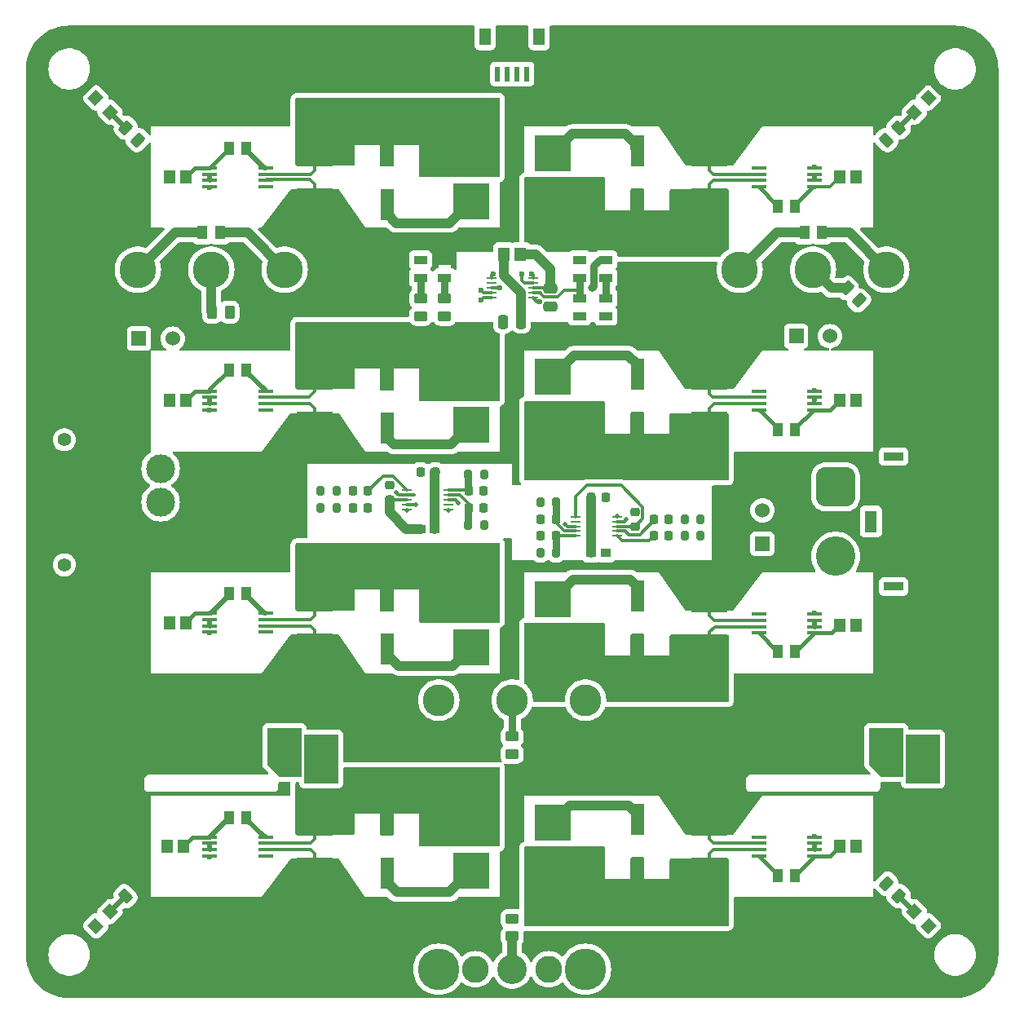
<source format=gtl>
%TF.GenerationSoftware,KiCad,Pcbnew,8.0.5*%
%TF.CreationDate,2025-09-24T23:13:40-07:00*%
%TF.ProjectId,Power8Board V1,506f7765-7238-4426-9f61-72642056312e,rev?*%
%TF.SameCoordinates,Original*%
%TF.FileFunction,Copper,L1,Top*%
%TF.FilePolarity,Positive*%
%FSLAX46Y46*%
G04 Gerber Fmt 4.6, Leading zero omitted, Abs format (unit mm)*
G04 Created by KiCad (PCBNEW 8.0.5) date 2025-09-24 23:13:40*
%MOMM*%
%LPD*%
G01*
G04 APERTURE LIST*
G04 Aperture macros list*
%AMRoundRect*
0 Rectangle with rounded corners*
0 $1 Rounding radius*
0 $2 $3 $4 $5 $6 $7 $8 $9 X,Y pos of 4 corners*
0 Add a 4 corners polygon primitive as box body*
4,1,4,$2,$3,$4,$5,$6,$7,$8,$9,$2,$3,0*
0 Add four circle primitives for the rounded corners*
1,1,$1+$1,$2,$3*
1,1,$1+$1,$4,$5*
1,1,$1+$1,$6,$7*
1,1,$1+$1,$8,$9*
0 Add four rect primitives between the rounded corners*
20,1,$1+$1,$2,$3,$4,$5,0*
20,1,$1+$1,$4,$5,$6,$7,0*
20,1,$1+$1,$6,$7,$8,$9,0*
20,1,$1+$1,$8,$9,$2,$3,0*%
%AMRotRect*
0 Rectangle, with rotation*
0 The origin of the aperture is its center*
0 $1 length*
0 $2 width*
0 $3 Rotation angle, in degrees counterclockwise*
0 Add horizontal line*
21,1,$1,$2,0,0,$3*%
%AMOutline5P*
0 Free polygon, 5 corners , with rotation*
0 The origin of the aperture is its center*
0 number of corners: always 5*
0 $1 to $10 corner X, Y*
0 $11 Rotation angle, in degrees counterclockwise*
0 create outline with 5 corners*
4,1,5,$1,$2,$3,$4,$5,$6,$7,$8,$9,$10,$1,$2,$11*%
%AMOutline6P*
0 Free polygon, 6 corners , with rotation*
0 The origin of the aperture is its center*
0 number of corners: always 6*
0 $1 to $12 corner X, Y*
0 $13 Rotation angle, in degrees counterclockwise*
0 create outline with 6 corners*
4,1,6,$1,$2,$3,$4,$5,$6,$7,$8,$9,$10,$11,$12,$1,$2,$13*%
%AMOutline7P*
0 Free polygon, 7 corners , with rotation*
0 The origin of the aperture is its center*
0 number of corners: always 7*
0 $1 to $14 corner X, Y*
0 $15 Rotation angle, in degrees counterclockwise*
0 create outline with 7 corners*
4,1,7,$1,$2,$3,$4,$5,$6,$7,$8,$9,$10,$11,$12,$13,$14,$1,$2,$15*%
%AMOutline8P*
0 Free polygon, 8 corners , with rotation*
0 The origin of the aperture is its center*
0 number of corners: always 8*
0 $1 to $16 corner X, Y*
0 $17 Rotation angle, in degrees counterclockwise*
0 create outline with 8 corners*
4,1,8,$1,$2,$3,$4,$5,$6,$7,$8,$9,$10,$11,$12,$13,$14,$15,$16,$1,$2,$17*%
G04 Aperture macros list end*
%TA.AperFunction,SMDPad,CuDef*%
%ADD10RoundRect,0.225000X0.250000X-0.225000X0.250000X0.225000X-0.250000X0.225000X-0.250000X-0.225000X0*%
%TD*%
%TA.AperFunction,SMDPad,CuDef*%
%ADD11R,1.397000X0.965200*%
%TD*%
%TA.AperFunction,SMDPad,CuDef*%
%ADD12RoundRect,0.250000X-0.503814X-0.132583X-0.132583X-0.503814X0.503814X0.132583X0.132583X0.503814X0*%
%TD*%
%TA.AperFunction,SMDPad,CuDef*%
%ADD13R,1.200000X1.470000*%
%TD*%
%TA.AperFunction,SMDPad,CuDef*%
%ADD14R,1.498600X0.457200*%
%TD*%
%TA.AperFunction,SMDPad,CuDef*%
%ADD15RotRect,1.100000X1.200000X45.000000*%
%TD*%
%TA.AperFunction,SMDPad,CuDef*%
%ADD16RoundRect,0.225000X0.225000X0.250000X-0.225000X0.250000X-0.225000X-0.250000X0.225000X-0.250000X0*%
%TD*%
%TA.AperFunction,SMDPad,CuDef*%
%ADD17R,1.080000X1.420000*%
%TD*%
%TA.AperFunction,SMDPad,CuDef*%
%ADD18RoundRect,0.225000X-0.225000X-0.250000X0.225000X-0.250000X0.225000X0.250000X-0.225000X0.250000X0*%
%TD*%
%TA.AperFunction,SMDPad,CuDef*%
%ADD19RoundRect,0.200000X-0.200000X-0.275000X0.200000X-0.275000X0.200000X0.275000X-0.200000X0.275000X0*%
%TD*%
%TA.AperFunction,ComponentPad*%
%ADD20R,3.800000X3.800000*%
%TD*%
%TA.AperFunction,ComponentPad*%
%ADD21C,4.100000*%
%TD*%
%TA.AperFunction,SMDPad,CuDef*%
%ADD22RotRect,1.100000X1.200000X135.000000*%
%TD*%
%TA.AperFunction,SMDPad,CuDef*%
%ADD23R,3.683000X2.540000*%
%TD*%
%TA.AperFunction,SMDPad,CuDef*%
%ADD24R,1.320800X3.302000*%
%TD*%
%TA.AperFunction,SMDPad,CuDef*%
%ADD25RotRect,1.100000X1.200000X315.000000*%
%TD*%
%TA.AperFunction,SMDPad,CuDef*%
%ADD26RoundRect,0.250000X0.262500X0.450000X-0.262500X0.450000X-0.262500X-0.450000X0.262500X-0.450000X0*%
%TD*%
%TA.AperFunction,SMDPad,CuDef*%
%ADD27RoundRect,0.250000X-0.132583X0.503814X-0.503814X0.132583X0.132583X-0.503814X0.503814X-0.132583X0*%
%TD*%
%TA.AperFunction,SMDPad,CuDef*%
%ADD28R,1.100000X0.250000*%
%TD*%
%TA.AperFunction,SMDPad,CuDef*%
%ADD29RotRect,1.100000X1.200000X225.000000*%
%TD*%
%TA.AperFunction,ComponentPad*%
%ADD30R,1.524000X1.524000*%
%TD*%
%TA.AperFunction,ComponentPad*%
%ADD31C,1.524000*%
%TD*%
%TA.AperFunction,SMDPad,CuDef*%
%ADD32RoundRect,0.250000X0.450000X-0.262500X0.450000X0.262500X-0.450000X0.262500X-0.450000X-0.262500X0*%
%TD*%
%TA.AperFunction,ComponentPad*%
%ADD33R,2.000000X0.900000*%
%TD*%
%TA.AperFunction,ComponentPad*%
%ADD34RoundRect,1.025000X-1.025000X1.025000X-1.025000X-1.025000X1.025000X-1.025000X1.025000X1.025000X0*%
%TD*%
%TA.AperFunction,ComponentPad*%
%ADD35R,1.300000X2.300000*%
%TD*%
%TA.AperFunction,SMDPad,CuDef*%
%ADD36R,1.000000X0.970000*%
%TD*%
%TA.AperFunction,ComponentPad*%
%ADD37C,3.810000*%
%TD*%
%TA.AperFunction,ComponentPad*%
%ADD38R,3.556000X5.080000*%
%TD*%
%TA.AperFunction,ComponentPad*%
%ADD39Outline5P,-2.540000X1.778000X2.540000X1.778000X2.540000X-0.533400X1.295400X-1.778000X-2.540000X-1.778000X270.000000*%
%TD*%
%TA.AperFunction,ComponentPad*%
%ADD40Outline5P,-2.540000X1.778000X1.295400X1.778000X2.540000X0.533400X2.540000X-1.778000X-2.540000X-1.778000X270.000000*%
%TD*%
%TA.AperFunction,SMDPad,CuDef*%
%ADD41RoundRect,0.250000X-0.475000X0.250000X-0.475000X-0.250000X0.475000X-0.250000X0.475000X0.250000X0*%
%TD*%
%TA.AperFunction,SMDPad,CuDef*%
%ADD42RoundRect,0.250000X0.132583X-0.503814X0.503814X-0.132583X-0.132583X0.503814X-0.503814X0.132583X0*%
%TD*%
%TA.AperFunction,SMDPad,CuDef*%
%ADD43RoundRect,0.250000X-0.450000X0.262500X-0.450000X-0.262500X0.450000X-0.262500X0.450000X0.262500X0*%
%TD*%
%TA.AperFunction,SMDPad,CuDef*%
%ADD44RoundRect,0.250000X0.250000X0.475000X-0.250000X0.475000X-0.250000X-0.475000X0.250000X-0.475000X0*%
%TD*%
%TA.AperFunction,ComponentPad*%
%ADD45C,1.400000*%
%TD*%
%TA.AperFunction,ComponentPad*%
%ADD46R,3.000000X3.000000*%
%TD*%
%TA.AperFunction,ComponentPad*%
%ADD47C,3.000000*%
%TD*%
%TA.AperFunction,SMDPad,CuDef*%
%ADD48RoundRect,0.250000X0.503814X0.132583X0.132583X0.503814X-0.503814X-0.132583X-0.132583X-0.503814X0*%
%TD*%
%TA.AperFunction,ComponentPad*%
%ADD49C,3.302000*%
%TD*%
%TA.AperFunction,ComponentPad*%
%ADD50C,4.318000*%
%TD*%
%TA.AperFunction,ComponentPad*%
%ADD51C,2.794000*%
%TD*%
%TA.AperFunction,ComponentPad*%
%ADD52C,3.048000*%
%TD*%
%TA.AperFunction,SMDPad,CuDef*%
%ADD53R,0.600000X1.550000*%
%TD*%
%TA.AperFunction,SMDPad,CuDef*%
%ADD54R,1.200000X1.800000*%
%TD*%
%TA.AperFunction,SMDPad,CuDef*%
%ADD55RoundRect,0.200000X0.200000X0.275000X-0.200000X0.275000X-0.200000X-0.275000X0.200000X-0.275000X0*%
%TD*%
%TA.AperFunction,ViaPad*%
%ADD56C,0.800000*%
%TD*%
%TA.AperFunction,ViaPad*%
%ADD57C,0.600000*%
%TD*%
%TA.AperFunction,ViaPad*%
%ADD58C,0.500000*%
%TD*%
%TA.AperFunction,Conductor*%
%ADD59C,0.400000*%
%TD*%
%TA.AperFunction,Conductor*%
%ADD60C,1.000000*%
%TD*%
%TA.AperFunction,Conductor*%
%ADD61C,0.500000*%
%TD*%
%TA.AperFunction,Conductor*%
%ADD62C,0.300000*%
%TD*%
%TA.AperFunction,Conductor*%
%ADD63C,0.200000*%
%TD*%
%TA.AperFunction,Conductor*%
%ADD64C,0.800000*%
%TD*%
G04 APERTURE END LIST*
D10*
%TO.P,C23,1*%
%TO.N,+3.3VA{slash}2*%
X162750000Y-104300000D03*
%TO.P,C23,2*%
%TO.N,GND*%
X162750000Y-102750000D03*
%TD*%
D11*
%TO.P,R12,1*%
%TO.N,+3.3V*%
X157000000Y-76572900D03*
%TO.P,R12,2*%
%TO.N,/Voltage Sensing/AIN3*%
X157000000Y-78427100D03*
%TD*%
D12*
%TO.P,R23,1*%
%TO.N,+5V*%
X188854765Y-141354765D03*
%TO.P,R23,2*%
%TO.N,Net-(D2-A)*%
X190145235Y-142645235D03*
%TD*%
D13*
%TO.P,FB10,1*%
%TO.N,+3.3V*%
X185720000Y-68000000D03*
%TO.P,FB10,2*%
%TO.N,+3.3VA{slash}10*%
X184000000Y-68000000D03*
%TD*%
D14*
%TO.P,U4,1,NC*%
%TO.N,unconnected-(U4-NC-Pad1)*%
X124399999Y-115224998D03*
%TO.P,U4,2,IN+*%
%TO.N,+12V*%
X124399999Y-114575000D03*
%TO.P,U4,3,IN-*%
%TO.N,+12V{slash}1*%
X124399999Y-113925000D03*
%TO.P,U4,4,GND*%
%TO.N,GND*%
X124399999Y-113275002D03*
%TO.P,U4,5,VS*%
%TO.N,+3.3VA{slash}4*%
X118600001Y-113275002D03*
%TO.P,U4,6,REF2*%
%TO.N,GND*%
X118600001Y-113925000D03*
%TO.P,U4,7,REF1*%
X118600001Y-114575000D03*
%TO.P,U4,8,OUT*%
%TO.N,/Current Sensing/INA240 Current Sensor 1/OUT1*%
X118600001Y-115224998D03*
%TD*%
D13*
%TO.P,FB11,1*%
%TO.N,+3.3V*%
X114140000Y-137500000D03*
%TO.P,FB11,2*%
%TO.N,+3.3VA{slash}11*%
X115860000Y-137500000D03*
%TD*%
D15*
%TO.P,D3,1,K*%
%TO.N,GND*%
X106757538Y-145742462D03*
%TO.P,D3,2,A*%
%TO.N,Net-(D3-A)*%
X108242462Y-144257538D03*
%TD*%
D16*
%TO.P,C22,1*%
%TO.N,+3.3V*%
X142025000Y-98600000D03*
%TO.P,C22,2*%
%TO.N,GND*%
X140475000Y-98600000D03*
%TD*%
D17*
%TO.P,C19,1*%
%TO.N,GND*%
X122395001Y-111250000D03*
%TO.P,C19,2*%
%TO.N,+3.3VA{slash}4*%
X120604999Y-111250000D03*
%TD*%
D13*
%TO.P,FB6,1*%
%TO.N,+3.3V*%
X114390000Y-68000000D03*
%TO.P,FB6,2*%
%TO.N,+3.3VA{slash}6*%
X116110000Y-68000000D03*
%TD*%
D11*
%TO.P,R10,1*%
%TO.N,+5V*%
X159750000Y-76572900D03*
%TO.P,R10,2*%
%TO.N,/Voltage Sensing/AIN2*%
X159750000Y-78427100D03*
%TD*%
D18*
%TO.P,C35,1*%
%TO.N,Net-(U13-AIN3)*%
X164700000Y-103500000D03*
%TO.P,C35,2*%
%TO.N,GND*%
X166250000Y-103500000D03*
%TD*%
%TO.P,C5,1*%
%TO.N,Net-(U12-AIN1)*%
X145475000Y-100600000D03*
%TO.P,C5,2*%
%TO.N,GND*%
X147025000Y-100600000D03*
%TD*%
D16*
%TO.P,C32,1*%
%TO.N,Net-(U13-AIN0)*%
X154525000Y-103500000D03*
%TO.P,C32,2*%
%TO.N,GND*%
X152975000Y-103500000D03*
%TD*%
D19*
%TO.P,R28,1*%
%TO.N,/Current Sensing/INA240 Current Sensor 3/OUT3*%
X130100000Y-102350000D03*
%TO.P,R28,2*%
%TO.N,Net-(U12-AIN3)*%
X131750000Y-102350000D03*
%TD*%
D13*
%TO.P,FB9,1*%
%TO.N,+3.3V*%
X185720000Y-91166666D03*
%TO.P,FB9,2*%
%TO.N,+3.3VA{slash}9*%
X184000000Y-91166666D03*
%TD*%
D14*
%TO.P,U6,1,NC*%
%TO.N,unconnected-(U6-NC-Pad1)*%
X124399999Y-68974998D03*
%TO.P,U6,2,IN+*%
%TO.N,+12V*%
X124399999Y-68325000D03*
%TO.P,U6,3,IN-*%
%TO.N,+12V{slash}3*%
X124399999Y-67675000D03*
%TO.P,U6,4,GND*%
%TO.N,GND*%
X124399999Y-67025002D03*
%TO.P,U6,5,VS*%
%TO.N,+3.3VA{slash}6*%
X118600001Y-67025002D03*
%TO.P,U6,6,REF2*%
%TO.N,GND*%
X118600001Y-67675000D03*
%TO.P,U6,7,REF1*%
X118600001Y-68325000D03*
%TO.P,U6,8,OUT*%
%TO.N,/Current Sensing/INA240 Current Sensor 3/OUT3*%
X118600001Y-68974998D03*
%TD*%
D20*
%TO.P,J1,1,NEG*%
%TO.N,GND*%
X145750000Y-116833332D03*
D21*
%TO.P,J1,2,POS*%
%TO.N,+12V{slash}1*%
X145750000Y-111833332D03*
%TD*%
D20*
%TO.P,J5,1,NEG*%
%TO.N,GND*%
X154250000Y-111833332D03*
D21*
%TO.P,J5,2,POS*%
%TO.N,+12V{slash}5*%
X154250000Y-116833332D03*
%TD*%
D11*
%TO.P,R20,1*%
%TO.N,/Voltage Sensing/AIN3*%
X157000000Y-80572900D03*
%TO.P,R20,2*%
%TO.N,GND*%
X157000000Y-82427100D03*
%TD*%
D14*
%TO.P,U8,1,NC*%
%TO.N,unconnected-(U8-NC-Pad1)*%
X175600001Y-113358333D03*
%TO.P,U8,2,IN+*%
%TO.N,+12V*%
X175600001Y-114008331D03*
%TO.P,U8,3,IN-*%
%TO.N,+12V{slash}5*%
X175600001Y-114658333D03*
%TO.P,U8,4,GND*%
%TO.N,GND*%
X175600001Y-115308331D03*
%TO.P,U8,5,VS*%
%TO.N,+3.3VA{slash}8*%
X181399999Y-115308331D03*
%TO.P,U8,6,REF2*%
%TO.N,GND*%
X181399999Y-114658333D03*
%TO.P,U8,7,REF1*%
X181399999Y-114008331D03*
%TO.P,U8,8,OUT*%
%TO.N,/Current Sensing/INA240 Current Sensor 5/OUT5*%
X181399999Y-113358333D03*
%TD*%
D22*
%TO.P,D2,1,K*%
%TO.N,GND*%
X193242462Y-145742462D03*
%TO.P,D2,2,A*%
%TO.N,Net-(D2-A)*%
X191757538Y-144257538D03*
%TD*%
D17*
%TO.P,C27,1*%
%TO.N,GND*%
X122395001Y-88000000D03*
%TO.P,C27,2*%
%TO.N,+3.3VA{slash}5*%
X120604999Y-88000000D03*
%TD*%
D14*
%TO.P,U5,1,NC*%
%TO.N,unconnected-(U5-NC-Pad1)*%
X124399999Y-92141664D03*
%TO.P,U5,2,IN+*%
%TO.N,+12V*%
X124399999Y-91491666D03*
%TO.P,U5,3,IN-*%
%TO.N,+12V{slash}2*%
X124399999Y-90841666D03*
%TO.P,U5,4,GND*%
%TO.N,GND*%
X124399999Y-90191668D03*
%TO.P,U5,5,VS*%
%TO.N,+3.3VA{slash}5*%
X118600001Y-90191668D03*
%TO.P,U5,6,REF2*%
%TO.N,GND*%
X118600001Y-90841666D03*
%TO.P,U5,7,REF1*%
X118600001Y-91491666D03*
%TO.P,U5,8,OUT*%
%TO.N,/Current Sensing/INA240 Current Sensor 2/OUT2*%
X118600001Y-92141664D03*
%TD*%
D23*
%TO.P,R16,1*%
%TO.N,+12V*%
X170500000Y-111920332D03*
%TO.P,R16,2*%
%TO.N,+12V{slash}5*%
X170500000Y-116746332D03*
%TD*%
D19*
%TO.P,R29,1*%
%TO.N,/Current Sensing/INA240 Current Sensor 4/OUT4*%
X152925000Y-101750000D03*
%TO.P,R29,2*%
%TO.N,Net-(U13-AIN0)*%
X154575000Y-101750000D03*
%TD*%
D17*
%TO.P,C10,1*%
%TO.N,GND*%
X177605000Y-117250000D03*
%TO.P,C10,2*%
%TO.N,+3.3VA{slash}8*%
X179395000Y-117250000D03*
%TD*%
%TO.P,C9,1*%
%TO.N,GND*%
X182145001Y-73750000D03*
%TO.P,C9,2*%
%TO.N,+48V*%
X180354999Y-73750000D03*
%TD*%
D24*
%TO.P,C15,1*%
%TO.N,+12V{slash}4*%
X163000000Y-140311402D03*
%TO.P,C15,2*%
%TO.N,GND*%
X163000000Y-134698000D03*
%TD*%
D19*
%TO.P,R32,1*%
%TO.N,/Current Sensing/INA240 Current Sensor 7/OUT7*%
X167925000Y-103500000D03*
%TO.P,R32,2*%
%TO.N,Net-(U13-AIN3)*%
X169575000Y-103500000D03*
%TD*%
D23*
%TO.P,R19,1*%
%TO.N,+12V*%
X129500000Y-139913000D03*
%TO.P,R19,2*%
%TO.N,+12V{slash}0*%
X129500000Y-135087000D03*
%TD*%
D17*
%TO.P,C6,1*%
%TO.N,GND*%
X122395001Y-65000000D03*
%TO.P,C6,2*%
%TO.N,+3.3VA{slash}6*%
X120604999Y-65000000D03*
%TD*%
D10*
%TO.P,C21,1*%
%TO.N,+3.3VA{slash}1*%
X137250000Y-101525000D03*
%TO.P,C21,2*%
%TO.N,GND*%
X137250000Y-99975000D03*
%TD*%
D16*
%TO.P,C30,1*%
%TO.N,Net-(U12-AIN2)*%
X135000000Y-100600000D03*
%TO.P,C30,2*%
%TO.N,GND*%
X133450000Y-100600000D03*
%TD*%
D14*
%TO.P,U11,1,NC*%
%TO.N,unconnected-(U11-NC-Pad1)*%
X124399999Y-138474998D03*
%TO.P,U11,2,IN+*%
%TO.N,+12V*%
X124399999Y-137825000D03*
%TO.P,U11,3,IN-*%
%TO.N,+12V{slash}0*%
X124399999Y-137175000D03*
%TO.P,U11,4,GND*%
%TO.N,GND*%
X124399999Y-136525002D03*
%TO.P,U11,5,VS*%
%TO.N,+3.3VA{slash}11*%
X118600001Y-136525002D03*
%TO.P,U11,6,REF2*%
%TO.N,GND*%
X118600001Y-137175000D03*
%TO.P,U11,7,REF1*%
X118600001Y-137825000D03*
%TO.P,U11,8,OUT*%
%TO.N,/Current Sensing/INA240 Current Sensor 0/OUT0*%
X118600001Y-138474998D03*
%TD*%
D25*
%TO.P,D4,1,K*%
%TO.N,GND*%
X106757538Y-59757538D03*
%TO.P,D4,2,A*%
%TO.N,Net-(D4-A)*%
X108242462Y-61242462D03*
%TD*%
D26*
%TO.P,R2,1*%
%TO.N,GND*%
X120662500Y-82000000D03*
%TO.P,R2,2*%
%TO.N,Net-(U2-On{slash}Off)*%
X118837500Y-82000000D03*
%TD*%
D17*
%TO.P,C8,1*%
%TO.N,GND*%
X177605000Y-140500000D03*
%TO.P,C8,2*%
%TO.N,+3.3VA{slash}7*%
X179395000Y-140500000D03*
%TD*%
D27*
%TO.P,R22,1*%
%TO.N,+12V*%
X111145235Y-141354765D03*
%TO.P,R22,2*%
%TO.N,Net-(D3-A)*%
X109854765Y-142645235D03*
%TD*%
D20*
%TO.P,J0,1,NEG*%
%TO.N,GND*%
X145750000Y-140000000D03*
D21*
%TO.P,J0,2,POS*%
%TO.N,+12V{slash}0*%
X145750000Y-135000000D03*
%TD*%
D13*
%TO.P,FB5,1*%
%TO.N,+3.3V*%
X114390000Y-91166666D03*
%TO.P,FB5,2*%
%TO.N,+3.3VA{slash}5*%
X116110000Y-91166666D03*
%TD*%
D28*
%TO.P,U14,1,ADDR*%
%TO.N,SDA*%
X147850000Y-78500000D03*
%TO.P,U14,2,ALERT/RDY*%
%TO.N,unconnected-(U14-ALERT{slash}RDY-Pad2)*%
X147850000Y-79000000D03*
%TO.P,U14,3,GND*%
%TO.N,GND*%
X147850000Y-79500000D03*
%TO.P,U14,4,AIN0*%
%TO.N,/Voltage Sensing/AIN0*%
X147850000Y-80000000D03*
%TO.P,U14,5,AIN1*%
%TO.N,/Voltage Sensing/AIN1*%
X147850000Y-80500000D03*
%TO.P,U14,6,AIN2*%
%TO.N,/Voltage Sensing/AIN2*%
X152150000Y-80500000D03*
%TO.P,U14,7,AIN3*%
%TO.N,/Voltage Sensing/AIN3*%
X152150000Y-80000000D03*
%TO.P,U14,8,VDD*%
%TO.N,+3.3VA{slash}3*%
X152150000Y-79500000D03*
%TO.P,U14,9,SDA*%
%TO.N,SDA*%
X152150000Y-79000000D03*
%TO.P,U14,10,SCL*%
%TO.N,SCL*%
X152150000Y-78500000D03*
%TD*%
D17*
%TO.P,C28,1*%
%TO.N,GND*%
X177604999Y-71000000D03*
%TO.P,C28,2*%
%TO.N,+3.3VA{slash}10*%
X179395001Y-71000000D03*
%TD*%
D29*
%TO.P,D1,1,K*%
%TO.N,GND*%
X193242462Y-59757538D03*
%TO.P,D1,2,A*%
%TO.N,Net-(D1-A)*%
X191757538Y-61242462D03*
%TD*%
D30*
%TO.P,C3,1*%
%TO.N,+48V*%
X179500000Y-84500000D03*
D31*
%TO.P,C3,2*%
%TO.N,GND*%
X183000000Y-84500000D03*
%TD*%
D32*
%TO.P,R4,1*%
%TO.N,Net-(U3-Trim)*%
X150000000Y-146825000D03*
%TO.P,R4,2*%
%TO.N,GND*%
X150000000Y-145000000D03*
%TD*%
D33*
%TO.P,J10,*%
%TO.N,*%
X189600000Y-97000000D03*
X189600000Y-110500000D03*
D34*
%TO.P,J10,1,NEG*%
%TO.N,GND*%
X183600000Y-100150000D03*
D21*
%TO.P,J10,2,POS*%
%TO.N,+48V*%
X183600000Y-107350000D03*
D35*
%TO.P,J10,3,NC*%
%TO.N,unconnected-(J10-NC-Pad3)*%
X187250000Y-103750000D03*
%TD*%
D13*
%TO.P,FB8,1*%
%TO.N,+3.3V*%
X185720000Y-114500000D03*
%TO.P,FB8,2*%
%TO.N,+3.3VA{slash}8*%
X184000000Y-114500000D03*
%TD*%
D23*
%TO.P,R17,1*%
%TO.N,+12V*%
X170500000Y-88753666D03*
%TO.P,R17,2*%
%TO.N,+12V{slash}6*%
X170500000Y-93579666D03*
%TD*%
D36*
%TO.P,FB1,1*%
%TO.N,+3.3V*%
X141984999Y-104500000D03*
%TO.P,FB1,2*%
%TO.N,+3.3VA{slash}1*%
X140515001Y-104500000D03*
%TD*%
D20*
%TO.P,J4,1,NEG*%
%TO.N,GND*%
X154250000Y-135000000D03*
D21*
%TO.P,J4,2,POS*%
%TO.N,+12V{slash}4*%
X154250000Y-140000000D03*
%TD*%
D16*
%TO.P,C31,1*%
%TO.N,Net-(U12-AIN3)*%
X135025000Y-102350000D03*
%TO.P,C31,2*%
%TO.N,GND*%
X133475000Y-102350000D03*
%TD*%
D11*
%TO.P,R8,1*%
%TO.N,+12V*%
X143000000Y-76572900D03*
%TO.P,R8,2*%
%TO.N,/Voltage Sensing/AIN1*%
X143000000Y-78427100D03*
%TD*%
D23*
%TO.P,R14,1*%
%TO.N,+12V*%
X129500000Y-70413000D03*
%TO.P,R14,2*%
%TO.N,+12V{slash}3*%
X129500000Y-65587000D03*
%TD*%
D20*
%TO.P,J2,1,NEG*%
%TO.N,GND*%
X145750000Y-93666666D03*
D21*
%TO.P,J2,2,POS*%
%TO.N,+12V{slash}2*%
X145750000Y-88666666D03*
%TD*%
D37*
%TO.P,U1,1,Vin+*%
%TO.N,+48V*%
X173630000Y-77600000D03*
%TO.P,U1,2,On/Off*%
%TO.N,Net-(U1-On{slash}Off)*%
X181250000Y-77600000D03*
%TO.P,U1,3,Vin-*%
%TO.N,GND*%
X188870000Y-77600000D03*
D38*
%TO.P,U1,4,Vout-*%
X192680000Y-128400000D03*
D39*
%TO.P,U1,5,Vout-*%
X188870000Y-127765000D03*
D40*
%TO.P,U1,7,Vout+*%
%TO.N,+12V*%
X173630000Y-127765000D03*
D38*
%TO.P,U1,8,Vout+*%
X169820000Y-128400000D03*
%TD*%
D23*
%TO.P,R18,1*%
%TO.N,+12V*%
X170500000Y-65587000D03*
%TO.P,R18,2*%
%TO.N,+12V{slash}7*%
X170500000Y-70413000D03*
%TD*%
D18*
%TO.P,C20,1*%
%TO.N,+3.3V*%
X158200000Y-101250000D03*
%TO.P,C20,2*%
%TO.N,GND*%
X159750000Y-101250000D03*
%TD*%
D41*
%TO.P,C25,1*%
%TO.N,+3.3VA{slash}3*%
X154000000Y-79550001D03*
%TO.P,C25,2*%
%TO.N,GND*%
X154000000Y-81449999D03*
%TD*%
D42*
%TO.P,R21,1*%
%TO.N,+3.3V*%
X188854765Y-64145235D03*
%TO.P,R21,2*%
%TO.N,Net-(D1-A)*%
X190145235Y-62854765D03*
%TD*%
D24*
%TO.P,C17,1*%
%TO.N,+12V{slash}6*%
X163000000Y-94056701D03*
%TO.P,C17,2*%
%TO.N,GND*%
X163000000Y-88443299D03*
%TD*%
D11*
%TO.P,R7,1*%
%TO.N,+48V*%
X140500000Y-76572900D03*
%TO.P,R7,2*%
%TO.N,/Voltage Sensing/AIN0*%
X140500000Y-78427100D03*
%TD*%
D17*
%TO.P,C29,1*%
%TO.N,GND*%
X122395001Y-134500000D03*
%TO.P,C29,2*%
%TO.N,+3.3VA{slash}11*%
X120604999Y-134500000D03*
%TD*%
D43*
%TO.P,R9,1*%
%TO.N,/Voltage Sensing/AIN1*%
X143000000Y-80587500D03*
%TO.P,R9,2*%
%TO.N,GND*%
X143000000Y-82412500D03*
%TD*%
D14*
%TO.P,U10,1,NC*%
%TO.N,unconnected-(U10-NC-Pad1)*%
X175600001Y-67025001D03*
%TO.P,U10,2,IN+*%
%TO.N,+12V*%
X175600001Y-67674999D03*
%TO.P,U10,3,IN-*%
%TO.N,+12V{slash}7*%
X175600001Y-68325001D03*
%TO.P,U10,4,GND*%
%TO.N,GND*%
X175600001Y-68974999D03*
%TO.P,U10,5,VS*%
%TO.N,+3.3VA{slash}10*%
X181399999Y-68974999D03*
%TO.P,U10,6,REF2*%
%TO.N,GND*%
X181399999Y-68325001D03*
%TO.P,U10,7,REF1*%
X181399999Y-67674999D03*
%TO.P,U10,8,OUT*%
%TO.N,/Current Sensing/INA240 Current Sensor 7/OUT7*%
X181399999Y-67025001D03*
%TD*%
D24*
%TO.P,C13,1*%
%TO.N,+12V{slash}2*%
X137000000Y-88443299D03*
%TO.P,C13,2*%
%TO.N,GND*%
X137000000Y-94056701D03*
%TD*%
D14*
%TO.P,U9,1,NC*%
%TO.N,unconnected-(U9-NC-Pad1)*%
X175600001Y-90191667D03*
%TO.P,U9,2,IN+*%
%TO.N,+12V*%
X175600001Y-90841665D03*
%TO.P,U9,3,IN-*%
%TO.N,+12V{slash}6*%
X175600001Y-91491667D03*
%TO.P,U9,4,GND*%
%TO.N,GND*%
X175600001Y-92141665D03*
%TO.P,U9,5,VS*%
%TO.N,+3.3VA{slash}9*%
X181399999Y-92141665D03*
%TO.P,U9,6,REF2*%
%TO.N,GND*%
X181399999Y-91491667D03*
%TO.P,U9,7,REF1*%
X181399999Y-90841665D03*
%TO.P,U9,8,OUT*%
%TO.N,/Current Sensing/INA240 Current Sensor 6/OUT6*%
X181399999Y-90191667D03*
%TD*%
D24*
%TO.P,C18,1*%
%TO.N,+12V{slash}7*%
X163000000Y-70863402D03*
%TO.P,C18,2*%
%TO.N,GND*%
X163000000Y-65250000D03*
%TD*%
D18*
%TO.P,C34,1*%
%TO.N,Net-(U13-AIN2)*%
X164700000Y-105250000D03*
%TO.P,C34,2*%
%TO.N,GND*%
X166250000Y-105250000D03*
%TD*%
D20*
%TO.P,J3,1,NEG*%
%TO.N,GND*%
X145750000Y-70500000D03*
D21*
%TO.P,J3,2,POS*%
%TO.N,+12V{slash}3*%
X145750000Y-65500000D03*
%TD*%
D23*
%TO.P,R15,1*%
%TO.N,+12V*%
X170500000Y-135087000D03*
%TO.P,R15,2*%
%TO.N,+12V{slash}4*%
X170500000Y-139913000D03*
%TD*%
D20*
%TO.P,J7,1,NEG*%
%TO.N,GND*%
X154250000Y-65500000D03*
D21*
%TO.P,J7,2,POS*%
%TO.N,+12V{slash}7*%
X154250000Y-70500000D03*
%TD*%
D17*
%TO.P,C26,1*%
%TO.N,GND*%
X177605000Y-94250000D03*
%TO.P,C26,2*%
%TO.N,+3.3VA{slash}9*%
X179395000Y-94250000D03*
%TD*%
D36*
%TO.P,FB2,1*%
%TO.N,+3.3V*%
X158240001Y-107000000D03*
%TO.P,FB2,2*%
%TO.N,+3.3VA{slash}2*%
X159709999Y-107000000D03*
%TD*%
D19*
%TO.P,R30,1*%
%TO.N,/Current Sensing/INA240 Current Sensor 5/OUT5*%
X152925000Y-107000000D03*
%TO.P,R30,2*%
%TO.N,Net-(U13-AIN1)*%
X154575000Y-107000000D03*
%TD*%
D30*
%TO.P,C2,1*%
%TO.N,+48V*%
X111250000Y-84750000D03*
D31*
%TO.P,C2,2*%
%TO.N,GND*%
X114750000Y-84750000D03*
%TD*%
D44*
%TO.P,C24,1*%
%TO.N,+3.3V*%
X150949999Y-83000000D03*
%TO.P,C24,2*%
%TO.N,GND*%
X149050001Y-83000000D03*
%TD*%
D45*
%TO.P,J9,*%
%TO.N,*%
X103500000Y-108250000D03*
X103500000Y-95250000D03*
D46*
%TO.P,J9,1,Pin_1*%
%TO.N,+12V*%
X113500000Y-105250000D03*
D47*
%TO.P,J9,2,Pin_2*%
%TO.N,GND*%
X113500000Y-101750000D03*
%TO.P,J9,3,Pin_3*%
%TO.N,+5V*%
X113500000Y-98250001D03*
%TD*%
D48*
%TO.P,R1,1*%
%TO.N,GND*%
X186040470Y-80790470D03*
%TO.P,R1,2*%
%TO.N,Net-(U1-On{slash}Off)*%
X184750000Y-79500000D03*
%TD*%
D14*
%TO.P,U7,1,NC*%
%TO.N,unconnected-(U7-NC-Pad1)*%
X175600001Y-136525002D03*
%TO.P,U7,2,IN+*%
%TO.N,+12V*%
X175600001Y-137175000D03*
%TO.P,U7,3,IN-*%
%TO.N,+12V{slash}4*%
X175600001Y-137825000D03*
%TO.P,U7,4,GND*%
%TO.N,GND*%
X175600001Y-138474998D03*
%TO.P,U7,5,VS*%
%TO.N,+3.3VA{slash}7*%
X181399999Y-138474998D03*
%TO.P,U7,6,REF2*%
%TO.N,GND*%
X181399999Y-137825000D03*
%TO.P,U7,7,REF1*%
X181399999Y-137175000D03*
%TO.P,U7,8,OUT*%
%TO.N,/Current Sensing/INA240 Current Sensor 4/OUT4*%
X181399999Y-136525002D03*
%TD*%
D20*
%TO.P,J6,1,NEG*%
%TO.N,GND*%
X154250000Y-88666666D03*
D21*
%TO.P,J6,2,POS*%
%TO.N,+12V{slash}6*%
X154250000Y-93666666D03*
%TD*%
D24*
%TO.P,C14,1*%
%TO.N,+12V{slash}3*%
X137000000Y-65188599D03*
%TO.P,C14,2*%
%TO.N,GND*%
X137000000Y-70802001D03*
%TD*%
D19*
%TO.P,R27,1*%
%TO.N,/Current Sensing/INA240 Current Sensor 2/OUT2*%
X130100000Y-100600000D03*
%TO.P,R27,2*%
%TO.N,Net-(U12-AIN2)*%
X131750000Y-100600000D03*
%TD*%
D24*
%TO.P,C12,1*%
%TO.N,+12V{slash}1*%
X137000000Y-111386598D03*
%TO.P,C12,2*%
%TO.N,GND*%
X137000000Y-117000000D03*
%TD*%
D49*
%TO.P,U3,1,Vin+*%
%TO.N,+48V*%
X142380000Y-122310000D03*
%TO.P,U3,2,On/Off*%
%TO.N,Net-(U3-On{slash}Off)*%
X150000000Y-122310000D03*
%TO.P,U3,3,Vin-*%
%TO.N,GND*%
X157620000Y-122310000D03*
D50*
%TO.P,U3,4,Vout-*%
X157620000Y-150250000D03*
D51*
%TO.P,U3,5,Sense-*%
X153810000Y-150250000D03*
D52*
%TO.P,U3,6,Trim*%
%TO.N,Net-(U3-Trim)*%
X150000000Y-150250000D03*
D51*
%TO.P,U3,7,Sense+*%
%TO.N,+5V*%
X146190000Y-150250000D03*
D50*
%TO.P,U3,8,Vout+*%
X142380000Y-150250000D03*
%TD*%
D30*
%TO.P,C1,1*%
%TO.N,+48V*%
X176000000Y-106083250D03*
D31*
%TO.P,C1,2*%
%TO.N,GND*%
X176000000Y-102583249D03*
%TD*%
D53*
%TO.P,J8,1,Pin_1*%
%TO.N,GND*%
X151500000Y-57275000D03*
%TO.P,J8,2,Pin_2*%
%TO.N,+3.3V*%
X150500000Y-57275000D03*
%TO.P,J8,3,Pin_3*%
%TO.N,SDA*%
X149500000Y-57275000D03*
%TO.P,J8,4,Pin_4*%
%TO.N,SCL*%
X148500000Y-57275000D03*
D54*
%TO.P,J8,NC1,5*%
%TO.N,unconnected-(J8-5-PadNC1)*%
X152800000Y-53400000D03*
%TO.P,J8,NC2,6*%
%TO.N,unconnected-(J8-6-PadNC2)*%
X147200000Y-53400000D03*
%TD*%
D18*
%TO.P,C4,1*%
%TO.N,Net-(U12-AIN0)*%
X145475000Y-102350000D03*
%TO.P,C4,2*%
%TO.N,GND*%
X147025000Y-102350000D03*
%TD*%
D43*
%TO.P,R6,1*%
%TO.N,/Voltage Sensing/AIN0*%
X140500000Y-80587500D03*
%TO.P,R6,2*%
%TO.N,GND*%
X140500000Y-82412500D03*
%TD*%
D32*
%TO.P,R3,1*%
%TO.N,GND*%
X150000000Y-127912500D03*
%TO.P,R3,2*%
%TO.N,Net-(U3-On{slash}Off)*%
X150000000Y-126087500D03*
%TD*%
D37*
%TO.P,U2,1,Vin+*%
%TO.N,+48V*%
X111130000Y-77600000D03*
%TO.P,U2,2,On/Off*%
%TO.N,Net-(U2-On{slash}Off)*%
X118750000Y-77600000D03*
%TO.P,U2,3,Vin-*%
%TO.N,GND*%
X126370000Y-77600000D03*
D38*
%TO.P,U2,4,Vout-*%
X130180000Y-128400000D03*
D39*
%TO.P,U2,5,Vout-*%
X126370000Y-127765000D03*
D40*
%TO.P,U2,7,Vout+*%
%TO.N,+12V*%
X111130000Y-127765000D03*
D38*
%TO.P,U2,8,Vout+*%
X107320000Y-128400000D03*
%TD*%
D48*
%TO.P,R24,1*%
%TO.N,+48V*%
X111145235Y-64145235D03*
%TO.P,R24,2*%
%TO.N,Net-(D4-A)*%
X109854765Y-62854765D03*
%TD*%
D13*
%TO.P,FB7,1*%
%TO.N,+3.3V*%
X185720000Y-137500000D03*
%TO.P,FB7,2*%
%TO.N,+3.3VA{slash}7*%
X184000000Y-137500000D03*
%TD*%
D24*
%TO.P,C11,1*%
%TO.N,+12V{slash}0*%
X137000000Y-134636598D03*
%TO.P,C11,2*%
%TO.N,GND*%
X137000000Y-140250000D03*
%TD*%
D28*
%TO.P,U12,1,ADDR*%
%TO.N,GND*%
X143400000Y-102500000D03*
%TO.P,U12,2,ALERT/RDY*%
%TO.N,unconnected-(U12-ALERT{slash}RDY-Pad2)*%
X143400000Y-102000000D03*
%TO.P,U12,3,GND*%
%TO.N,GND*%
X143400001Y-101500000D03*
%TO.P,U12,4,AIN0*%
%TO.N,Net-(U12-AIN0)*%
X143400000Y-101000000D03*
%TO.P,U12,5,AIN1*%
%TO.N,Net-(U12-AIN1)*%
X143400000Y-100500000D03*
%TO.P,U12,6,AIN2*%
%TO.N,Net-(U12-AIN2)*%
X139100000Y-100500000D03*
%TO.P,U12,7,AIN3*%
%TO.N,Net-(U12-AIN3)*%
X139100000Y-101000000D03*
%TO.P,U12,8,VDD*%
%TO.N,+3.3VA{slash}1*%
X139099999Y-101500000D03*
%TO.P,U12,9,SDA*%
%TO.N,SDA*%
X139100000Y-102000000D03*
%TO.P,U12,10,SCL*%
%TO.N,SCL*%
X139100000Y-102500000D03*
%TD*%
D11*
%TO.P,R11,1*%
%TO.N,/Voltage Sensing/AIN2*%
X159750000Y-80572900D03*
%TO.P,R11,2*%
%TO.N,GND*%
X159750000Y-82427100D03*
%TD*%
D19*
%TO.P,R31,1*%
%TO.N,/Current Sensing/INA240 Current Sensor 6/OUT6*%
X167925000Y-105250000D03*
%TO.P,R31,2*%
%TO.N,Net-(U13-AIN2)*%
X169575000Y-105250000D03*
%TD*%
D24*
%TO.P,C16,2*%
%TO.N,GND*%
X163000000Y-111500000D03*
%TO.P,C16,1*%
%TO.N,+12V{slash}5*%
X163000000Y-117113402D03*
%TD*%
D17*
%TO.P,C7,1*%
%TO.N,GND*%
X119645001Y-73750000D03*
%TO.P,C7,2*%
%TO.N,+48V*%
X117854999Y-73750000D03*
%TD*%
D23*
%TO.P,R13,1*%
%TO.N,+12V*%
X129500000Y-93579666D03*
%TO.P,R13,2*%
%TO.N,+12V{slash}2*%
X129500000Y-88753666D03*
%TD*%
D13*
%TO.P,FB4,1*%
%TO.N,+3.3V*%
X114390000Y-114250000D03*
%TO.P,FB4,2*%
%TO.N,+3.3VA{slash}4*%
X116110000Y-114250000D03*
%TD*%
D55*
%TO.P,R26,1*%
%TO.N,/Current Sensing/INA240 Current Sensor 1/OUT1*%
X147075000Y-98850000D03*
%TO.P,R26,2*%
%TO.N,Net-(U12-AIN1)*%
X145425000Y-98850000D03*
%TD*%
D16*
%TO.P,C33,1*%
%TO.N,Net-(U13-AIN1)*%
X154525000Y-105250000D03*
%TO.P,C33,2*%
%TO.N,GND*%
X152975000Y-105250000D03*
%TD*%
D13*
%TO.P,FB3,1*%
%TO.N,+3.3V*%
X149140000Y-76000000D03*
%TO.P,FB3,2*%
%TO.N,+3.3VA{slash}3*%
X150860000Y-76000000D03*
%TD*%
D28*
%TO.P,U13,1,ADDR*%
%TO.N,+3.3VA{slash}2*%
X156600000Y-103250000D03*
%TO.P,U13,2,ALERT/RDY*%
%TO.N,unconnected-(U13-ALERT{slash}RDY-Pad2)*%
X156600000Y-103750000D03*
%TO.P,U13,3,GND*%
%TO.N,GND*%
X156599999Y-104250000D03*
%TO.P,U13,4,AIN0*%
%TO.N,Net-(U13-AIN0)*%
X156600000Y-104750000D03*
%TO.P,U13,5,AIN1*%
%TO.N,Net-(U13-AIN1)*%
X156600000Y-105250000D03*
%TO.P,U13,6,AIN2*%
%TO.N,Net-(U13-AIN2)*%
X160900000Y-105250000D03*
%TO.P,U13,7,AIN3*%
%TO.N,Net-(U13-AIN3)*%
X160900000Y-104750000D03*
%TO.P,U13,8,VDD*%
%TO.N,+3.3VA{slash}2*%
X160900001Y-104250000D03*
%TO.P,U13,9,SDA*%
%TO.N,SDA*%
X160900000Y-103750000D03*
%TO.P,U13,10,SCL*%
%TO.N,SCL*%
X160900000Y-103250000D03*
%TD*%
D23*
%TO.P,R25,1*%
%TO.N,+12V*%
X129500000Y-116663000D03*
%TO.P,R25,2*%
%TO.N,+12V{slash}1*%
X129500000Y-111837000D03*
%TD*%
D55*
%TO.P,R5,1*%
%TO.N,/Current Sensing/INA240 Current Sensor 0/OUT0*%
X147075000Y-104100000D03*
%TO.P,R5,2*%
%TO.N,Net-(U12-AIN0)*%
X145425000Y-104100000D03*
%TD*%
D56*
%TO.N,+12V*%
X104000000Y-142750000D03*
X110000000Y-148750000D03*
X176125000Y-149000000D03*
X104000000Y-62750000D03*
X104000000Y-83750000D03*
X104000000Y-102000000D03*
X162250000Y-149000000D03*
X190000000Y-149000000D03*
X196000000Y-142750000D03*
X196000000Y-126750000D03*
X196000000Y-110750000D03*
X196000000Y-94750000D03*
X196000000Y-78750000D03*
X196000000Y-62750000D03*
X190000000Y-56750000D03*
X174000000Y-56750000D03*
X158000000Y-56750000D03*
X142000000Y-56750000D03*
X126000000Y-56750000D03*
X110000000Y-56750000D03*
D57*
%TO.N,+12V{slash}4*%
X154250000Y-143750000D03*
X163000000Y-143750000D03*
X170500000Y-143750000D03*
X163000000Y-140311402D03*
X170500000Y-139913000D03*
%TO.N,+12V{slash}5*%
X154250000Y-120750000D03*
X163000000Y-120750000D03*
X163000000Y-117113402D03*
X170500000Y-120750000D03*
X170500000Y-116746332D03*
%TO.N,+12V{slash}6*%
X154250000Y-98250000D03*
X163000000Y-97750000D03*
X163000000Y-94056701D03*
X170500000Y-97750000D03*
X170500000Y-93579666D03*
D56*
%TO.N,GND*%
X137000000Y-94056701D03*
D57*
X118600001Y-68000000D03*
X181399999Y-91100000D03*
D56*
X163000000Y-88443299D03*
X150000000Y-127912500D03*
D57*
X118600001Y-137500000D03*
X149050001Y-83000000D03*
D56*
X193242462Y-59757538D03*
D57*
X133450000Y-100600000D03*
X140475000Y-98600000D03*
D56*
X177604999Y-71000000D03*
D57*
X159750000Y-101250000D03*
D56*
X106757538Y-145742462D03*
D57*
X181399999Y-68000000D03*
X152975000Y-103500000D03*
X120662500Y-82000000D03*
X118600001Y-114250000D03*
X133475000Y-102350000D03*
D56*
X106757538Y-59757538D03*
D58*
X155500000Y-104000000D03*
D56*
X137000000Y-117000000D03*
D57*
X154000000Y-81449999D03*
D56*
X137000000Y-70802001D03*
X177605000Y-94250000D03*
D57*
X181399999Y-137500000D03*
D56*
X143000000Y-82412500D03*
D57*
X166250000Y-105250000D03*
X147025000Y-100600000D03*
X118600001Y-91250000D03*
X137250000Y-99975000D03*
X162750000Y-102750000D03*
D56*
X163000000Y-134698000D03*
X157000000Y-82427100D03*
X163000000Y-65250000D03*
X163000000Y-111500000D03*
D58*
X144430000Y-101820000D03*
D57*
X148750000Y-79500000D03*
D56*
X140500000Y-82412500D03*
D57*
X181399999Y-114250000D03*
D56*
X122395001Y-134500000D03*
X177605000Y-140500000D03*
X159750000Y-82427100D03*
X122395001Y-65000000D03*
X150000000Y-145000000D03*
X122395001Y-88000000D03*
D57*
X147025000Y-102350000D03*
D56*
X137000000Y-140250000D03*
D57*
X152975000Y-105250000D03*
D58*
X143400674Y-102575002D03*
D57*
X166250000Y-103500000D03*
D56*
X186040470Y-80790470D03*
X193242462Y-145742462D03*
X122395001Y-111250000D03*
D57*
X151500000Y-57275000D03*
D56*
X177605000Y-117250000D03*
%TO.N,+48V*%
X111145235Y-64145235D03*
X140500000Y-76572900D03*
%TO.N,+12V{slash}0*%
X137000000Y-134636598D03*
X137000000Y-132000000D03*
X145750000Y-131000000D03*
X129500000Y-135087000D03*
X129500000Y-132250000D03*
%TO.N,+12V{slash}1*%
X129500000Y-111837000D03*
X145750000Y-107750000D03*
X129500000Y-107750000D03*
X137000000Y-107750000D03*
X137000000Y-111386598D03*
%TO.N,+12V{slash}2*%
X137000000Y-85000000D03*
X145750000Y-85000000D03*
X129500000Y-88753666D03*
X137000000Y-88443299D03*
X129500000Y-85000000D03*
%TO.N,+12V{slash}3*%
X129500000Y-61750000D03*
X137000000Y-61750000D03*
X137000000Y-65188599D03*
X145750000Y-61750000D03*
X129500000Y-65587000D03*
%TO.N,+12V{slash}7*%
X154250000Y-74500000D03*
X170500000Y-70413000D03*
X170500000Y-74750000D03*
X163000000Y-74750000D03*
X163000000Y-70863402D03*
%TO.N,+3.3V*%
X188854765Y-64145235D03*
X114390000Y-91166666D03*
X185720000Y-91166666D03*
D57*
X142025000Y-98600000D03*
D56*
X157000000Y-76572900D03*
D57*
X141984999Y-104500000D03*
D56*
X185720000Y-68000000D03*
X114390000Y-68000000D03*
X114140000Y-137500000D03*
D57*
X158200000Y-101250000D03*
X150949999Y-83000000D03*
D56*
X185720000Y-137500000D03*
X185720000Y-114500000D03*
X114390000Y-114250000D03*
D57*
X150500000Y-57275000D03*
%TO.N,+3.3VA{slash}2*%
X159709999Y-107000000D03*
X162775000Y-104275000D03*
D58*
%TO.N,SDA*%
X140000000Y-102000000D03*
D57*
X149500000Y-57275000D03*
D58*
X161874614Y-103524010D03*
D57*
X151000000Y-78000000D03*
X148000000Y-78000000D03*
D58*
%TO.N,SCL*%
X160900000Y-103160000D03*
X139100000Y-102600000D03*
D57*
X148500000Y-57275000D03*
X152062164Y-78000000D03*
%TO.N,/Voltage Sensing/AIN0*%
X140500000Y-79500000D03*
X146750000Y-79750000D03*
%TO.N,/Voltage Sensing/AIN1*%
X146750000Y-80750000D03*
X143000000Y-79500000D03*
D56*
%TO.N,+5V*%
X188854765Y-141354765D03*
X158250000Y-79500000D03*
D57*
%TO.N,/Voltage Sensing/AIN2*%
X152833423Y-80897540D03*
X159750000Y-79500000D03*
%TO.N,/Current Sensing/INA240 Current Sensor 1/OUT1*%
X118600001Y-115303602D03*
X147075000Y-98850000D03*
%TO.N,/Current Sensing/INA240 Current Sensor 2/OUT2*%
X118600001Y-92220268D03*
X130100000Y-100600000D03*
%TO.N,/Current Sensing/INA240 Current Sensor 3/OUT3*%
X118600001Y-69053602D03*
X130100000Y-102350000D03*
%TO.N,/Current Sensing/INA240 Current Sensor 4/OUT4*%
X181399999Y-136446398D03*
X152925000Y-101750000D03*
%TO.N,/Current Sensing/INA240 Current Sensor 5/OUT5*%
X181399999Y-113279729D03*
X152925000Y-107000000D03*
%TO.N,/Current Sensing/INA240 Current Sensor 6/OUT6*%
X181399999Y-90113063D03*
X167925000Y-105250000D03*
%TO.N,/Current Sensing/INA240 Current Sensor 7/OUT7*%
X181399999Y-66946397D03*
X167900000Y-103500000D03*
%TO.N,/Current Sensing/INA240 Current Sensor 0/OUT0*%
X118600001Y-138553602D03*
X147075000Y-104100000D03*
%TO.N,Net-(U12-AIN2)*%
X131750000Y-100600000D03*
X135000000Y-100600000D03*
%TO.N,Net-(U12-AIN3)*%
X135025000Y-102350000D03*
D58*
X138000000Y-100750000D03*
D57*
X131750000Y-102350000D03*
%TO.N,Net-(U13-AIN2)*%
X169575000Y-105250000D03*
X164700000Y-105250000D03*
%TO.N,Net-(U13-AIN3)*%
X169550000Y-103500000D03*
X164700000Y-103500000D03*
%TD*%
D59*
%TO.N,GND*%
X118600001Y-137500000D02*
X118600001Y-137175000D01*
D60*
X163000000Y-87452699D02*
X163000000Y-88443299D01*
D61*
X122395001Y-65000000D02*
X122395001Y-65170000D01*
D62*
X181399999Y-68000000D02*
X181399999Y-68325001D01*
D60*
X137702699Y-95750000D02*
X137000000Y-95047301D01*
D61*
X124221401Y-113246400D02*
X124399999Y-113246400D01*
D60*
X145750000Y-140000000D02*
X143500000Y-142250000D01*
X163000000Y-65250000D02*
X162788800Y-65038800D01*
D61*
X122395001Y-65170000D02*
X124221401Y-66996400D01*
D62*
X181399999Y-67674999D02*
X181399999Y-68000000D01*
D60*
X137000000Y-71792601D02*
X137957399Y-72750000D01*
X156416666Y-86500000D02*
X162047301Y-86500000D01*
D62*
X155500000Y-104000000D02*
X155750000Y-104250000D01*
X144110000Y-101500000D02*
X143400001Y-101500000D01*
D60*
X122520000Y-73750000D02*
X126370000Y-77600000D01*
X163000000Y-110509400D02*
X163000000Y-111500000D01*
D59*
X181399999Y-137175000D02*
X181399999Y-137500000D01*
D61*
X122395001Y-88170000D02*
X124388067Y-90163066D01*
D60*
X137000000Y-70802001D02*
X137000000Y-71792601D01*
X143833332Y-118750000D02*
X138207993Y-118750000D01*
D59*
X177605000Y-140479997D02*
X175600001Y-138474998D01*
D60*
X162240600Y-109750000D02*
X163000000Y-110509400D01*
D59*
X118600001Y-91250000D02*
X118600001Y-91491666D01*
D61*
X124388067Y-90163066D02*
X124399999Y-90163066D01*
X122395001Y-111250000D02*
X122395001Y-111420000D01*
X124221401Y-66996400D02*
X124399999Y-66996400D01*
D59*
X118600001Y-113925000D02*
X118600001Y-114250000D01*
D62*
X181475000Y-67750000D02*
X181399999Y-67674999D01*
D60*
X162788800Y-64496793D02*
X161792007Y-63500000D01*
D62*
X147850000Y-79500000D02*
X148750000Y-79500000D01*
D59*
X177605000Y-140500000D02*
X177605000Y-140479997D01*
D60*
X154250000Y-88666666D02*
X156416666Y-86500000D01*
D59*
X118600001Y-137825000D02*
X118600001Y-137500000D01*
X118600001Y-114250000D02*
X118600001Y-114575000D01*
X118600001Y-90841666D02*
X118600001Y-91250000D01*
D60*
X161792007Y-63500000D02*
X156250000Y-63500000D01*
D61*
X122395001Y-111420000D02*
X124221401Y-113246400D01*
D60*
X138207993Y-118750000D02*
X137000000Y-117542007D01*
X137957399Y-72750000D02*
X143500000Y-72750000D01*
D61*
X122395001Y-134670000D02*
X124221401Y-136496400D01*
D59*
X118600001Y-67675000D02*
X118600001Y-68000000D01*
D60*
X162788800Y-65038800D02*
X162788800Y-64496793D01*
D61*
X177605000Y-94250000D02*
X177605000Y-94080000D01*
X122395001Y-88000000D02*
X122395001Y-88170000D01*
D60*
X154250000Y-111833332D02*
X156333332Y-109750000D01*
X137000000Y-141240600D02*
X137000000Y-140250000D01*
X162047301Y-86500000D02*
X163000000Y-87452699D01*
X163000000Y-134698000D02*
X163000000Y-134155993D01*
X145750000Y-93666666D02*
X143666666Y-95750000D01*
X137000000Y-95047301D02*
X137000000Y-94056701D01*
D62*
X144430000Y-101820000D02*
X144110000Y-101500000D01*
D60*
X143666666Y-95750000D02*
X137702699Y-95750000D01*
D62*
X181411666Y-91480000D02*
X181399999Y-91491667D01*
D60*
X137000000Y-117542007D02*
X137000000Y-117000000D01*
D62*
X143400674Y-102500674D02*
X143400000Y-102500000D01*
D60*
X156000000Y-133250000D02*
X154250000Y-135000000D01*
D59*
X175600001Y-69003603D02*
X175608602Y-69003603D01*
D60*
X143500000Y-72750000D02*
X145750000Y-70500000D01*
D62*
X181399999Y-90841665D02*
X181399999Y-91100000D01*
D61*
X122395001Y-134500000D02*
X122395001Y-134670000D01*
D60*
X182145001Y-73750000D02*
X185020000Y-73750000D01*
D62*
X181399999Y-91100000D02*
X181399999Y-91491667D01*
D60*
X163000000Y-134155993D02*
X162094007Y-133250000D01*
X145750000Y-116833332D02*
X143833332Y-118750000D01*
D59*
X177541670Y-117250000D02*
X175600001Y-115308331D01*
D60*
X156333332Y-109750000D02*
X162240600Y-109750000D01*
D59*
X177605000Y-117250000D02*
X177541670Y-117250000D01*
X181399999Y-137500000D02*
X181399999Y-137825000D01*
D60*
X162094007Y-133250000D02*
X156000000Y-133250000D01*
D61*
X124221401Y-136496400D02*
X124399999Y-136496400D01*
D59*
X177605000Y-94080000D02*
X175695267Y-92170267D01*
X175608602Y-69003603D02*
X177604999Y-71000000D01*
D62*
X155750000Y-104250000D02*
X156599999Y-104250000D01*
D59*
X118600001Y-68000000D02*
X118600001Y-68325000D01*
D62*
X181411664Y-90830000D02*
X181399999Y-90841665D01*
D60*
X119645001Y-73750000D02*
X122520000Y-73750000D01*
X138009400Y-142250000D02*
X137000000Y-141240600D01*
D62*
X143400674Y-102575002D02*
X143400674Y-102500674D01*
D60*
X185020000Y-73750000D02*
X188870000Y-77600000D01*
D59*
X181399999Y-114250000D02*
X181399999Y-114658333D01*
X175695267Y-92170267D02*
X175600001Y-92170267D01*
X181399999Y-114008331D02*
X181399999Y-114250000D01*
D60*
X156250000Y-63500000D02*
X154250000Y-65500000D01*
X143500000Y-142250000D02*
X138009400Y-142250000D01*
%TO.N,+48V*%
X180354999Y-73750000D02*
X177480000Y-73750000D01*
X177480000Y-73750000D02*
X173630000Y-77600000D01*
X114980000Y-73750000D02*
X111130000Y-77600000D01*
X117854999Y-73750000D02*
X114980000Y-73750000D01*
D62*
%TO.N,+12V{slash}0*%
X129075000Y-137175000D02*
X129500000Y-136750000D01*
X129500000Y-136750000D02*
X129500000Y-135087000D01*
X124399999Y-137175000D02*
X129075000Y-137175000D01*
%TO.N,+12V{slash}1*%
X124399999Y-113925000D02*
X129075000Y-113925000D01*
X129075000Y-113925000D02*
X129500000Y-113500000D01*
X129500000Y-113500000D02*
X129500000Y-111837000D01*
%TO.N,+12V{slash}2*%
X129500000Y-90250000D02*
X129500000Y-88753666D01*
X124399999Y-90841666D02*
X128908334Y-90841666D01*
X128908334Y-90841666D02*
X129500000Y-90250000D01*
%TO.N,+12V{slash}3*%
X129075000Y-67675000D02*
X129500000Y-67250000D01*
X129500000Y-67250000D02*
X129500000Y-65587000D01*
X124399999Y-67675000D02*
X129075000Y-67675000D01*
%TO.N,+12V{slash}4*%
X170500000Y-139913000D02*
X170500000Y-138250000D01*
X170925000Y-137825000D02*
X175600001Y-137825000D01*
X170500000Y-138250000D02*
X170925000Y-137825000D01*
%TO.N,+12V{slash}5*%
X171091667Y-114658333D02*
X175600001Y-114658333D01*
X170500000Y-115250000D02*
X171091667Y-114658333D01*
X170500000Y-116746332D02*
X170500000Y-115250000D01*
%TO.N,+12V{slash}6*%
X171008333Y-91491667D02*
X170500000Y-92000000D01*
X170500000Y-92000000D02*
X170500000Y-93579666D01*
X175600001Y-91491667D02*
X171008333Y-91491667D01*
%TO.N,+12V{slash}7*%
X175600001Y-68325001D02*
X170924999Y-68325001D01*
X170924999Y-68325001D02*
X170500000Y-68750000D01*
X170500000Y-68750000D02*
X170500000Y-70413000D01*
D60*
%TO.N,+3.3V*%
X150949999Y-83000000D02*
X150949999Y-82949999D01*
X158240001Y-107000000D02*
X158240001Y-101290001D01*
X150900000Y-80000000D02*
X149140000Y-78240000D01*
X141984999Y-104500000D02*
X141984999Y-98640001D01*
X150949999Y-82949999D02*
X150900000Y-82900000D01*
X141984999Y-98640001D02*
X142025000Y-98600000D01*
X150900000Y-82900000D02*
X150900000Y-80000000D01*
X149140000Y-78240000D02*
X149140000Y-76000000D01*
X158240001Y-101290001D02*
X158200000Y-101250000D01*
%TO.N,+3.3VA{slash}1*%
X139015001Y-104500000D02*
X137250000Y-102734999D01*
D62*
X137275000Y-101500000D02*
X137250000Y-101525000D01*
D60*
X140515001Y-104500000D02*
X139015001Y-104500000D01*
X137250000Y-102734999D02*
X137250000Y-101525000D01*
D62*
X139099999Y-101500000D02*
X137275000Y-101500000D01*
%TO.N,+3.3VA{slash}2*%
X161294408Y-100000000D02*
X157750000Y-100000000D01*
X162775000Y-104275000D02*
X163575000Y-103475000D01*
X156600000Y-101150000D02*
X156600000Y-103250000D01*
X162700000Y-104250000D02*
X162750000Y-104300000D01*
X162750000Y-104300000D02*
X162775000Y-104275000D01*
X163575000Y-102280592D02*
X161294408Y-100000000D01*
X163575000Y-103475000D02*
X163575000Y-102280592D01*
X157750000Y-100000000D02*
X156600000Y-101150000D01*
X160900001Y-104250000D02*
X162700000Y-104250000D01*
D60*
%TO.N,+3.3VA{slash}3*%
X152460000Y-76000000D02*
X154000000Y-77540000D01*
X154000000Y-77540000D02*
X154000000Y-79550001D01*
D62*
X153949999Y-79500000D02*
X154000000Y-79550001D01*
D60*
X150860000Y-76000000D02*
X152460000Y-76000000D01*
D62*
X152150000Y-79500000D02*
X153949999Y-79500000D01*
D61*
%TO.N,Net-(D1-A)*%
X190145235Y-62854765D02*
X191757538Y-61242462D01*
%TO.N,Net-(D2-A)*%
X190145235Y-142645235D02*
X191757538Y-144257538D01*
D63*
%TO.N,Net-(D3-A)*%
X108250000Y-144250000D02*
X108250000Y-144257538D01*
D61*
X109854765Y-142645235D02*
X108242462Y-144257538D01*
%TO.N,Net-(D4-A)*%
X109854765Y-62854765D02*
X108242462Y-61242462D01*
D62*
%TO.N,SDA*%
X140000000Y-102000000D02*
X139100000Y-102000000D01*
X161648624Y-103750000D02*
X160900000Y-103750000D01*
X151000000Y-78725000D02*
X151275000Y-79000000D01*
X161874614Y-103524010D02*
X161648624Y-103750000D01*
X151275000Y-79000000D02*
X152150000Y-79000000D01*
X147850000Y-78150000D02*
X148000000Y-78000000D01*
X147850000Y-78500000D02*
X147850000Y-78150000D01*
X151000000Y-78000000D02*
X151000000Y-78725000D01*
%TO.N,SCL*%
X152062164Y-78000000D02*
X152150000Y-78087836D01*
X139100000Y-102600000D02*
X139100000Y-102500000D01*
X160900000Y-103160000D02*
X160900000Y-103250000D01*
X152150000Y-78087836D02*
X152150000Y-78500000D01*
D60*
%TO.N,Net-(U1-On{slash}Off)*%
X183150000Y-79500000D02*
X181250000Y-77600000D01*
X184750000Y-79500000D02*
X183150000Y-79500000D01*
%TO.N,Net-(U2-On{slash}Off)*%
X118750000Y-81912500D02*
X118837500Y-82000000D01*
X118750000Y-77600000D02*
X118750000Y-81912500D01*
D64*
%TO.N,Net-(U3-On{slash}Off)*%
X150000000Y-122310000D02*
X150000000Y-126087500D01*
D60*
%TO.N,Net-(U3-Trim)*%
X150000000Y-149750000D02*
X150000000Y-146825000D01*
D62*
%TO.N,+12V*%
X170500000Y-67250000D02*
X170500000Y-65587000D01*
X175600001Y-137175000D02*
X170925000Y-137175000D01*
X170924999Y-67674999D02*
X170500000Y-67250000D01*
X124399999Y-114575000D02*
X129075000Y-114575000D01*
X170500000Y-136750000D02*
X170500000Y-135087000D01*
X124399999Y-137825000D02*
X129075000Y-137825000D01*
X129500000Y-138250000D02*
X129500000Y-139913000D01*
X124471399Y-68253600D02*
X129003600Y-68253600D01*
X170925000Y-137175000D02*
X170500000Y-136750000D01*
X129003600Y-68253600D02*
X129500000Y-68750000D01*
X170500000Y-113500000D02*
X171008331Y-114008331D01*
X129075000Y-137825000D02*
X129500000Y-138250000D01*
X170500000Y-90500000D02*
X170500000Y-88753666D01*
X171008331Y-114008331D02*
X175600001Y-114008331D01*
X175600001Y-67674999D02*
X170924999Y-67674999D01*
X129500000Y-68750000D02*
X129500000Y-70413000D01*
X128991666Y-91491666D02*
X129500000Y-92000000D01*
X129500000Y-115000000D02*
X129500000Y-116663000D01*
X170841665Y-90841665D02*
X170500000Y-90500000D01*
X129075000Y-114575000D02*
X129500000Y-115000000D01*
X124399999Y-91491666D02*
X128991666Y-91491666D01*
X175600001Y-90841665D02*
X170841665Y-90841665D01*
X170500000Y-111920332D02*
X170500000Y-113500000D01*
X129500000Y-92000000D02*
X129500000Y-93579666D01*
X124399999Y-68325000D02*
X124471399Y-68253600D01*
%TO.N,/Voltage Sensing/AIN0*%
X147000000Y-80000000D02*
X147850000Y-80000000D01*
D64*
X140500000Y-79500000D02*
X140500000Y-80587500D01*
X140500000Y-78427100D02*
X140500000Y-79500000D01*
D62*
X146750000Y-79750000D02*
X147000000Y-80000000D01*
D64*
%TO.N,/Voltage Sensing/AIN1*%
X143000000Y-78427100D02*
X143000000Y-79500000D01*
D62*
X147000000Y-80500000D02*
X147850000Y-80500000D01*
D64*
X143000000Y-79500000D02*
X143000000Y-80587500D01*
D62*
X146750000Y-80750000D02*
X147000000Y-80500000D01*
D64*
%TO.N,+5V*%
X158451500Y-79298500D02*
X158451500Y-77191414D01*
X158451500Y-77191414D02*
X159070014Y-76572900D01*
X158250000Y-79500000D02*
X158451500Y-79298500D01*
X159070014Y-76572900D02*
X159750000Y-76572900D01*
D62*
%TO.N,/Voltage Sensing/AIN2*%
X152833423Y-80897540D02*
X152547540Y-80897540D01*
X152547540Y-80897540D02*
X152150000Y-80500000D01*
D64*
X159750000Y-79500000D02*
X159750000Y-80572900D01*
X159750000Y-78427100D02*
X159750000Y-79500000D01*
D62*
%TO.N,/Voltage Sensing/AIN3*%
X152925000Y-80055457D02*
X153269544Y-80400001D01*
X152925000Y-80000000D02*
X152925000Y-80055457D01*
X156750000Y-79750000D02*
X157000000Y-79500000D01*
X154730456Y-80400001D02*
X155380457Y-79750000D01*
X155380457Y-79750000D02*
X156750000Y-79750000D01*
D64*
X157000000Y-79500000D02*
X157000000Y-80572900D01*
D62*
X152150000Y-80000000D02*
X152925000Y-80000000D01*
X153269544Y-80400001D02*
X154730456Y-80400001D01*
D64*
X157000000Y-78427100D02*
X157000000Y-79500000D01*
D62*
%TO.N,/Current Sensing/INA240 Current Sensor 4/OUT4*%
X181399999Y-136446398D02*
X181399999Y-136525002D01*
%TO.N,/Current Sensing/INA240 Current Sensor 5/OUT5*%
X181399999Y-113279729D02*
X181399999Y-113358333D01*
X181399999Y-113279729D02*
X181470271Y-113279729D01*
%TO.N,/Current Sensing/INA240 Current Sensor 6/OUT6*%
X181399999Y-90113063D02*
X181399999Y-90191667D01*
%TO.N,/Current Sensing/INA240 Current Sensor 7/OUT7*%
X181399999Y-66946397D02*
X181399999Y-67025001D01*
D59*
%TO.N,/Current Sensing/INA240 Current Sensor 0/OUT0*%
X118600001Y-138474998D02*
X118600001Y-138553602D01*
%TO.N,+3.3VA{slash}6*%
X118600001Y-67025002D02*
X118600001Y-67004998D01*
X117084998Y-67025002D02*
X118600001Y-67025002D01*
X118600001Y-67004998D02*
X120604999Y-65000000D01*
X116110000Y-68000000D02*
X117084998Y-67025002D01*
%TO.N,+3.3VA{slash}7*%
X183025002Y-138474998D02*
X181399999Y-138474998D01*
X184000000Y-137500000D02*
X183025002Y-138474998D01*
X181399999Y-138474998D02*
X181399999Y-138495001D01*
X181399999Y-138495001D02*
X179395000Y-140500000D01*
%TO.N,+3.3VA{slash}8*%
X183191669Y-115308331D02*
X184000000Y-114500000D01*
X179458330Y-117250000D02*
X181399999Y-115308331D01*
X179395000Y-117250000D02*
X179458330Y-117250000D01*
X181399999Y-115308331D02*
X183191669Y-115308331D01*
D61*
%TO.N,+3.3VA{slash}4*%
X120604999Y-111420000D02*
X118778599Y-113246400D01*
D59*
X118600001Y-113275002D02*
X117084998Y-113275002D01*
D61*
X118778599Y-113246400D02*
X118600001Y-113246400D01*
X120604999Y-111250000D02*
X120604999Y-111420000D01*
D59*
X117084998Y-113275002D02*
X116110000Y-114250000D01*
%TO.N,+3.3VA{slash}9*%
X181304733Y-92170267D02*
X181399999Y-92170267D01*
X183025001Y-92141665D02*
X181399999Y-92141665D01*
X184000000Y-91166666D02*
X183025001Y-92141665D01*
D61*
X179395000Y-94250000D02*
X179395000Y-94080000D01*
D59*
X179395000Y-94080000D02*
X181304733Y-92170267D01*
%TO.N,+3.3VA{slash}5*%
X118600001Y-90191668D02*
X118600001Y-90004998D01*
X118600001Y-90004998D02*
X120604999Y-88000000D01*
X116110000Y-91166666D02*
X117084998Y-90191668D01*
X117084998Y-90191668D02*
X118600001Y-90191668D01*
D61*
%TO.N,+3.3VA{slash}10*%
X179395001Y-71000000D02*
X179395001Y-70830000D01*
D59*
X181221400Y-69003601D02*
X181399999Y-69003601D01*
D62*
X183025001Y-68974999D02*
X184000000Y-68000000D01*
D59*
X179395001Y-70830000D02*
X181221400Y-69003601D01*
D62*
X181399999Y-68974999D02*
X183025001Y-68974999D01*
D59*
%TO.N,+3.3VA{slash}11*%
X115860000Y-137500000D02*
X116834998Y-136525002D01*
X118600001Y-136525002D02*
X118600001Y-136504998D01*
X116834998Y-136525002D02*
X118600001Y-136525002D01*
D61*
X118600001Y-136504998D02*
X120604999Y-134500000D01*
D62*
%TO.N,Net-(U12-AIN0)*%
X144527818Y-101000000D02*
X143400000Y-101000000D01*
D64*
X145425000Y-104100000D02*
X145425000Y-102400000D01*
D62*
X145475000Y-102350000D02*
X145475000Y-101947182D01*
D64*
X145425000Y-102400000D02*
X145475000Y-102350000D01*
D62*
X145475000Y-101947182D02*
X144527818Y-101000000D01*
D64*
%TO.N,Net-(U12-AIN1)*%
X145425000Y-100550000D02*
X145475000Y-100600000D01*
D62*
X145475000Y-100600000D02*
X145375000Y-100500000D01*
D64*
X145425000Y-98850000D02*
X145425000Y-100550000D01*
D62*
X145375000Y-100500000D02*
X143400000Y-100500000D01*
%TO.N,Net-(U12-AIN2)*%
X137600000Y-99000000D02*
X139100000Y-100500000D01*
X135000000Y-100600000D02*
X136600000Y-99000000D01*
X136600000Y-99000000D02*
X137600000Y-99000000D01*
%TO.N,Net-(U12-AIN3)*%
X139100000Y-101000000D02*
X139789193Y-101000000D01*
X138225000Y-101000000D02*
X139789193Y-101000000D01*
X139789193Y-101000000D02*
X139750000Y-101000000D01*
X138000000Y-100750000D02*
X138000000Y-100775000D01*
X138000000Y-100775000D02*
X138225000Y-101000000D01*
D64*
%TO.N,Net-(U13-AIN0)*%
X154575000Y-103450000D02*
X154525000Y-103500000D01*
D62*
X154525000Y-103887500D02*
X155387500Y-104750000D01*
X155387500Y-104750000D02*
X156600000Y-104750000D01*
X154525000Y-103500000D02*
X154525000Y-103887500D01*
D64*
X154575000Y-101750000D02*
X154575000Y-103450000D01*
%TO.N,Net-(U13-AIN1)*%
X154575000Y-107000000D02*
X154575000Y-105300000D01*
D62*
X154525000Y-105250000D02*
X156600000Y-105250000D01*
D64*
X154575000Y-105300000D02*
X154525000Y-105250000D01*
D62*
%TO.N,Net-(U13-AIN2)*%
X164700000Y-105250000D02*
X164200000Y-105750000D01*
X161400000Y-105750000D02*
X160900000Y-105250000D01*
X164200000Y-105750000D02*
X161400000Y-105750000D01*
%TO.N,Net-(U13-AIN3)*%
X163244408Y-105100000D02*
X162125000Y-105100000D01*
X162125000Y-105100000D02*
X161775000Y-104750000D01*
X164700000Y-103644408D02*
X163244408Y-105100000D01*
X161775000Y-104750000D02*
X160900000Y-104750000D01*
X164700000Y-103500000D02*
X164700000Y-103644408D01*
%TD*%
%TA.AperFunction,Conductor*%
%TO.N,+12V{slash}3*%
G36*
X148693039Y-59769685D02*
G01*
X148738794Y-59822489D01*
X148750000Y-59874000D01*
X148750000Y-67876000D01*
X148730315Y-67943039D01*
X148677511Y-67988794D01*
X148626000Y-68000000D01*
X140476800Y-68000000D01*
X140409761Y-67980315D01*
X140364006Y-67927511D01*
X140352800Y-67876000D01*
X140352800Y-64642500D01*
X137711200Y-64642500D01*
X137711200Y-66766400D01*
X137691515Y-66833439D01*
X137638711Y-66879194D01*
X137587200Y-66890400D01*
X136412800Y-66890400D01*
X136345761Y-66870715D01*
X136300006Y-66817911D01*
X136288800Y-66766400D01*
X136288800Y-64642500D01*
X133647200Y-64642500D01*
X133647200Y-66626000D01*
X133627515Y-66693039D01*
X133574711Y-66738794D01*
X133523200Y-66750000D01*
X127624000Y-66750000D01*
X127556961Y-66730315D01*
X127511206Y-66677511D01*
X127500000Y-66626000D01*
X127500000Y-59874000D01*
X127519685Y-59806961D01*
X127572489Y-59761206D01*
X127624000Y-59750000D01*
X148626000Y-59750000D01*
X148693039Y-59769685D01*
G37*
%TD.AperFunction*%
%TD*%
%TA.AperFunction,Conductor*%
%TO.N,+12V{slash}5*%
G36*
X159590239Y-114269685D02*
G01*
X159635994Y-114322489D01*
X159647200Y-114374000D01*
X159647200Y-117659501D01*
X162288800Y-117659501D01*
X162288800Y-115535601D01*
X162308485Y-115468562D01*
X162361289Y-115422807D01*
X162412800Y-115411601D01*
X163587200Y-115411601D01*
X163654239Y-115431286D01*
X163699994Y-115484090D01*
X163711200Y-115535601D01*
X163711200Y-117659501D01*
X166352800Y-117659501D01*
X166352800Y-115624000D01*
X166372485Y-115556961D01*
X166425289Y-115511206D01*
X166476800Y-115500000D01*
X166500000Y-115500000D01*
X172376000Y-115500000D01*
X172443039Y-115519685D01*
X172488794Y-115572489D01*
X172500000Y-115624000D01*
X172500000Y-122376000D01*
X172480315Y-122443039D01*
X172427511Y-122488794D01*
X172376000Y-122500000D01*
X159896302Y-122500000D01*
X159829263Y-122480315D01*
X159783508Y-122427511D01*
X159772591Y-122367537D01*
X159776527Y-122310000D01*
X159756441Y-122016353D01*
X159735766Y-121916860D01*
X159696560Y-121728187D01*
X159696555Y-121728170D01*
X159597991Y-121450838D01*
X159597991Y-121450837D01*
X159462579Y-121189503D01*
X159292842Y-120949042D01*
X159292837Y-120949036D01*
X159091940Y-120733929D01*
X158863623Y-120548179D01*
X158612141Y-120395250D01*
X158342178Y-120277989D01*
X158058764Y-120198580D01*
X158058759Y-120198579D01*
X158058758Y-120198579D01*
X157912962Y-120178539D01*
X157767168Y-120158500D01*
X157767167Y-120158500D01*
X157472833Y-120158500D01*
X157472832Y-120158500D01*
X157181242Y-120198579D01*
X157181235Y-120198580D01*
X156897821Y-120277989D01*
X156627858Y-120395250D01*
X156376376Y-120548179D01*
X156148059Y-120733929D01*
X155947162Y-120949036D01*
X155947162Y-120949037D01*
X155777421Y-121189502D01*
X155642008Y-121450838D01*
X155543444Y-121728170D01*
X155543439Y-121728187D01*
X155483559Y-122016350D01*
X155483558Y-122016352D01*
X155463473Y-122309999D01*
X155467409Y-122367537D01*
X155452345Y-122435764D01*
X155402787Y-122485016D01*
X155343698Y-122500000D01*
X152276302Y-122500000D01*
X152209263Y-122480315D01*
X152163508Y-122427511D01*
X152152591Y-122367537D01*
X152156527Y-122310000D01*
X152136441Y-122016353D01*
X152115766Y-121916860D01*
X152076560Y-121728187D01*
X152076555Y-121728170D01*
X151977991Y-121450838D01*
X151977991Y-121450837D01*
X151842579Y-121189503D01*
X151672842Y-120949042D01*
X151672837Y-120949036D01*
X151597218Y-120868069D01*
X151471944Y-120733933D01*
X151372709Y-120653198D01*
X151295744Y-120590582D01*
X151256164Y-120533004D01*
X151250000Y-120494394D01*
X151250000Y-114374000D01*
X151269685Y-114306961D01*
X151322489Y-114261206D01*
X151374000Y-114250000D01*
X159250000Y-114250000D01*
X159523200Y-114250000D01*
X159590239Y-114269685D01*
G37*
%TD.AperFunction*%
%TD*%
%TA.AperFunction,Conductor*%
%TO.N,+12V{slash}1*%
G36*
X148693039Y-106019685D02*
G01*
X148738794Y-106072489D01*
X148750000Y-106124000D01*
X148750000Y-114126000D01*
X148730315Y-114193039D01*
X148677511Y-114238794D01*
X148626000Y-114250000D01*
X140476800Y-114250000D01*
X140409761Y-114230315D01*
X140364006Y-114177511D01*
X140352800Y-114126000D01*
X140352800Y-110840499D01*
X137711200Y-110840499D01*
X137711200Y-112964399D01*
X137691515Y-113031438D01*
X137638711Y-113077193D01*
X137587200Y-113088399D01*
X136412800Y-113088399D01*
X136345761Y-113068714D01*
X136300006Y-113015910D01*
X136288800Y-112964399D01*
X136288800Y-110840499D01*
X133647200Y-110840499D01*
X133647200Y-112876000D01*
X133627515Y-112943039D01*
X133574711Y-112988794D01*
X133523200Y-113000000D01*
X127624000Y-113000000D01*
X127556961Y-112980315D01*
X127511206Y-112927511D01*
X127500000Y-112876000D01*
X127500000Y-106124000D01*
X127519685Y-106056961D01*
X127572489Y-106011206D01*
X127624000Y-106000000D01*
X148626000Y-106000000D01*
X148693039Y-106019685D01*
G37*
%TD.AperFunction*%
%TD*%
%TA.AperFunction,Conductor*%
%TO.N,+12V{slash}7*%
G36*
X159590239Y-68019685D02*
G01*
X159635994Y-68072489D01*
X159647200Y-68124000D01*
X159647200Y-71409501D01*
X162288800Y-71409501D01*
X162288800Y-69285601D01*
X162308485Y-69218562D01*
X162361289Y-69172807D01*
X162412800Y-69161601D01*
X163587200Y-69161601D01*
X163654239Y-69181286D01*
X163699994Y-69234090D01*
X163711200Y-69285601D01*
X163711200Y-71409501D01*
X166352800Y-71409501D01*
X166352800Y-69374000D01*
X166372485Y-69306961D01*
X166425289Y-69261206D01*
X166476800Y-69250000D01*
X166500000Y-69250000D01*
X172376000Y-69250000D01*
X172443039Y-69269685D01*
X172488794Y-69322489D01*
X172500000Y-69374000D01*
X172500000Y-75402845D01*
X172480315Y-75469884D01*
X172435738Y-75511507D01*
X172338517Y-75564955D01*
X172093653Y-75742859D01*
X172093643Y-75742867D01*
X171873001Y-75950064D01*
X171680059Y-76183290D01*
X171674251Y-76192443D01*
X171621709Y-76238499D01*
X171569555Y-76250000D01*
X161072999Y-76250000D01*
X161005960Y-76230315D01*
X160960205Y-76177511D01*
X160948999Y-76126000D01*
X160948999Y-76042429D01*
X160948998Y-76042423D01*
X160942591Y-75982816D01*
X160892297Y-75847971D01*
X160892293Y-75847964D01*
X160806047Y-75732755D01*
X160806044Y-75732752D01*
X160690835Y-75646506D01*
X160690828Y-75646502D01*
X160555982Y-75596208D01*
X160555983Y-75596208D01*
X160496383Y-75589801D01*
X160496381Y-75589800D01*
X160496373Y-75589800D01*
X160496364Y-75589800D01*
X159003629Y-75589800D01*
X159003623Y-75589801D01*
X158944016Y-75596208D01*
X158809171Y-75646502D01*
X158809168Y-75646504D01*
X158703955Y-75725267D01*
X158638491Y-75749684D01*
X158629644Y-75750000D01*
X158120356Y-75750000D01*
X158053317Y-75730315D01*
X158046045Y-75725267D01*
X157940831Y-75646504D01*
X157940828Y-75646502D01*
X157805982Y-75596208D01*
X157805983Y-75596208D01*
X157746383Y-75589801D01*
X157746381Y-75589800D01*
X157746373Y-75589800D01*
X157746364Y-75589800D01*
X156253629Y-75589800D01*
X156253623Y-75589801D01*
X156194016Y-75596208D01*
X156059171Y-75646502D01*
X156059168Y-75646504D01*
X155953955Y-75725267D01*
X155888491Y-75749684D01*
X155879644Y-75750000D01*
X153676282Y-75750000D01*
X153609243Y-75730315D01*
X153588601Y-75713681D01*
X153241479Y-75366559D01*
X153241459Y-75366537D01*
X153097785Y-75222863D01*
X153097781Y-75222860D01*
X152933920Y-75113371D01*
X152933911Y-75113366D01*
X152861315Y-75083296D01*
X152805165Y-75060038D01*
X152751836Y-75037949D01*
X152751832Y-75037948D01*
X152751828Y-75037946D01*
X152655188Y-75018724D01*
X152558544Y-74999500D01*
X152558541Y-74999500D01*
X151948521Y-74999500D01*
X151881482Y-74979815D01*
X151849254Y-74949810D01*
X151817550Y-74907458D01*
X151817547Y-74907455D01*
X151817546Y-74907454D01*
X151817542Y-74907451D01*
X151702335Y-74821206D01*
X151702328Y-74821202D01*
X151567482Y-74770908D01*
X151567483Y-74770908D01*
X151507883Y-74764501D01*
X151507881Y-74764500D01*
X151507873Y-74764500D01*
X151507865Y-74764500D01*
X151374000Y-74764500D01*
X151306961Y-74744815D01*
X151261206Y-74692011D01*
X151250000Y-74640500D01*
X151250000Y-68124000D01*
X151269685Y-68056961D01*
X151322489Y-68011206D01*
X151374000Y-68000000D01*
X159250000Y-68000000D01*
X159523200Y-68000000D01*
X159590239Y-68019685D01*
G37*
%TD.AperFunction*%
%TD*%
%TA.AperFunction,Conductor*%
%TO.N,+12V{slash}0*%
G36*
X148693039Y-129269685D02*
G01*
X148738794Y-129322489D01*
X148750000Y-129374000D01*
X148750000Y-137376000D01*
X148730315Y-137443039D01*
X148677511Y-137488794D01*
X148626000Y-137500000D01*
X140476800Y-137500000D01*
X140409761Y-137480315D01*
X140364006Y-137427511D01*
X140352800Y-137376000D01*
X140352800Y-134090499D01*
X137711200Y-134090499D01*
X137711200Y-136214399D01*
X137691515Y-136281438D01*
X137638711Y-136327193D01*
X137587200Y-136338399D01*
X136412800Y-136338399D01*
X136345761Y-136318714D01*
X136300006Y-136265910D01*
X136288800Y-136214399D01*
X136288800Y-134090499D01*
X133647200Y-134090499D01*
X133647200Y-136126000D01*
X133627515Y-136193039D01*
X133574711Y-136238794D01*
X133523200Y-136250000D01*
X127624000Y-136250000D01*
X127556961Y-136230315D01*
X127511206Y-136177511D01*
X127500000Y-136126000D01*
X127500000Y-130929499D01*
X127519685Y-130862460D01*
X127572489Y-130816705D01*
X127623999Y-130805499D01*
X127777501Y-130805499D01*
X127844540Y-130825184D01*
X127890295Y-130877988D01*
X127901501Y-130929499D01*
X127901501Y-130987876D01*
X127907908Y-131047483D01*
X127958202Y-131182328D01*
X127958206Y-131182335D01*
X128044452Y-131297544D01*
X128044455Y-131297547D01*
X128159664Y-131383793D01*
X128159671Y-131383797D01*
X128294517Y-131434091D01*
X128294516Y-131434091D01*
X128301444Y-131434835D01*
X128354127Y-131440500D01*
X132005872Y-131440499D01*
X132065483Y-131434091D01*
X132200331Y-131383796D01*
X132315546Y-131297546D01*
X132401796Y-131182331D01*
X132452091Y-131047483D01*
X132458500Y-130987873D01*
X132458500Y-129374000D01*
X132478185Y-129306961D01*
X132530989Y-129261206D01*
X132582500Y-129250000D01*
X148626000Y-129250000D01*
X148693039Y-129269685D01*
G37*
%TD.AperFunction*%
%TD*%
%TA.AperFunction,Conductor*%
%TO.N,+12V*%
G36*
X146050171Y-52270185D02*
G01*
X146095926Y-52322989D01*
X146106421Y-52387756D01*
X146099500Y-52452118D01*
X146099500Y-54347870D01*
X146099501Y-54347876D01*
X146105908Y-54407483D01*
X146156202Y-54542328D01*
X146156206Y-54542335D01*
X146242452Y-54657544D01*
X146242455Y-54657547D01*
X146357664Y-54743793D01*
X146357671Y-54743797D01*
X146492517Y-54794091D01*
X146492516Y-54794091D01*
X146499444Y-54794835D01*
X146552127Y-54800500D01*
X147847872Y-54800499D01*
X147907483Y-54794091D01*
X148042331Y-54743796D01*
X148157546Y-54657546D01*
X148243796Y-54542331D01*
X148294091Y-54407483D01*
X148300500Y-54347873D01*
X148300499Y-52452128D01*
X148294091Y-52392517D01*
X148293579Y-52387753D01*
X148305986Y-52318994D01*
X148353597Y-52267857D01*
X148416869Y-52250500D01*
X151583132Y-52250500D01*
X151650171Y-52270185D01*
X151695926Y-52322989D01*
X151706421Y-52387756D01*
X151699500Y-52452118D01*
X151699500Y-54347870D01*
X151699501Y-54347876D01*
X151705908Y-54407483D01*
X151756202Y-54542328D01*
X151756206Y-54542335D01*
X151842452Y-54657544D01*
X151842455Y-54657547D01*
X151957664Y-54743793D01*
X151957671Y-54743797D01*
X152092517Y-54794091D01*
X152092516Y-54794091D01*
X152099444Y-54794835D01*
X152152127Y-54800500D01*
X153447872Y-54800499D01*
X153507483Y-54794091D01*
X153642331Y-54743796D01*
X153757546Y-54657546D01*
X153843796Y-54542331D01*
X153894091Y-54407483D01*
X153900500Y-54347873D01*
X153900499Y-52452128D01*
X153894091Y-52392517D01*
X153893579Y-52387753D01*
X153905986Y-52318994D01*
X153953597Y-52267857D01*
X154016869Y-52250500D01*
X195934108Y-52250500D01*
X195997294Y-52250500D01*
X196002702Y-52250617D01*
X196386771Y-52267386D01*
X196397506Y-52268326D01*
X196775971Y-52318152D01*
X196786597Y-52320025D01*
X197159284Y-52402648D01*
X197169710Y-52405442D01*
X197533765Y-52520227D01*
X197543911Y-52523920D01*
X197896578Y-52670000D01*
X197906369Y-52674566D01*
X198244942Y-52850816D01*
X198254310Y-52856224D01*
X198576244Y-53061318D01*
X198585105Y-53067523D01*
X198887930Y-53299889D01*
X198896217Y-53306843D01*
X199177635Y-53564715D01*
X199185284Y-53572364D01*
X199443156Y-53853782D01*
X199450110Y-53862069D01*
X199682476Y-54164894D01*
X199688681Y-54173755D01*
X199893775Y-54495689D01*
X199899183Y-54505057D01*
X200075430Y-54843623D01*
X200080002Y-54853427D01*
X200226075Y-55206078D01*
X200229775Y-55216244D01*
X200344554Y-55580278D01*
X200347354Y-55590727D01*
X200429971Y-55963389D01*
X200431849Y-55974042D01*
X200481671Y-56352473D01*
X200482614Y-56363249D01*
X200499382Y-56747297D01*
X200499500Y-56752706D01*
X200499500Y-148747293D01*
X200499382Y-148752702D01*
X200482614Y-149136750D01*
X200481671Y-149147526D01*
X200431849Y-149525957D01*
X200429971Y-149536610D01*
X200347354Y-149909272D01*
X200344554Y-149919721D01*
X200229775Y-150283755D01*
X200226075Y-150293921D01*
X200080002Y-150646572D01*
X200075430Y-150656376D01*
X199899183Y-150994942D01*
X199893775Y-151004310D01*
X199688681Y-151326244D01*
X199682476Y-151335105D01*
X199450110Y-151637930D01*
X199443156Y-151646217D01*
X199185284Y-151927635D01*
X199177635Y-151935284D01*
X198896217Y-152193156D01*
X198887930Y-152200110D01*
X198585105Y-152432476D01*
X198576244Y-152438681D01*
X198254310Y-152643775D01*
X198244942Y-152649183D01*
X197906376Y-152825430D01*
X197896572Y-152830002D01*
X197543921Y-152976075D01*
X197533755Y-152979775D01*
X197169721Y-153094554D01*
X197159272Y-153097354D01*
X196786610Y-153179971D01*
X196775957Y-153181849D01*
X196397526Y-153231671D01*
X196386750Y-153232614D01*
X196002703Y-153249382D01*
X195997294Y-153249500D01*
X104002706Y-153249500D01*
X103997297Y-153249382D01*
X103613249Y-153232614D01*
X103602473Y-153231671D01*
X103224042Y-153181849D01*
X103213389Y-153179971D01*
X102840727Y-153097354D01*
X102830278Y-153094554D01*
X102466244Y-152979775D01*
X102456078Y-152976075D01*
X102103427Y-152830002D01*
X102093623Y-152825430D01*
X101755057Y-152649183D01*
X101745689Y-152643775D01*
X101423755Y-152438681D01*
X101414894Y-152432476D01*
X101112069Y-152200110D01*
X101103782Y-152193156D01*
X100822364Y-151935284D01*
X100814715Y-151927635D01*
X100556843Y-151646217D01*
X100549889Y-151637930D01*
X100317523Y-151335105D01*
X100311318Y-151326244D01*
X100108803Y-151008359D01*
X100106223Y-151004309D01*
X100100816Y-150994942D01*
X100094937Y-150983648D01*
X99924566Y-150656369D01*
X99919997Y-150646572D01*
X99773920Y-150293911D01*
X99770224Y-150283755D01*
X99655442Y-149919710D01*
X99652648Y-149909284D01*
X99570025Y-149536597D01*
X99568152Y-149525971D01*
X99518326Y-149147506D01*
X99517386Y-149136771D01*
X99500618Y-148752702D01*
X99500559Y-148750000D01*
X101844475Y-148750000D01*
X101864551Y-149043511D01*
X101864552Y-149043513D01*
X101924404Y-149331543D01*
X101924409Y-149331559D01*
X102022927Y-149608762D01*
X102158278Y-149869977D01*
X102158282Y-149869983D01*
X102327932Y-150110323D01*
X102327935Y-150110326D01*
X102524536Y-150320834D01*
X102528743Y-150325338D01*
X102656384Y-150429181D01*
X102756951Y-150510999D01*
X102756953Y-150511000D01*
X102756954Y-150511001D01*
X103008319Y-150663860D01*
X103008324Y-150663862D01*
X103209363Y-150751185D01*
X103278159Y-150781067D01*
X103561445Y-150860440D01*
X103817681Y-150895659D01*
X103852901Y-150900500D01*
X103852902Y-150900500D01*
X104147099Y-150900500D01*
X104178520Y-150896180D01*
X104438555Y-150860440D01*
X104721841Y-150781067D01*
X104991682Y-150663859D01*
X105243049Y-150510999D01*
X105471260Y-150325335D01*
X105541618Y-150250000D01*
X139715639Y-150250000D01*
X139735064Y-150571147D01*
X139735064Y-150571152D01*
X139735065Y-150571153D01*
X139793060Y-150887623D01*
X139793061Y-150887627D01*
X139793062Y-150887631D01*
X139888772Y-151194776D01*
X139888776Y-151194787D01*
X139888777Y-151194790D01*
X139888779Y-151194795D01*
X140020825Y-151488190D01*
X140116356Y-151646217D01*
X140187273Y-151763528D01*
X140187279Y-151763537D01*
X140385699Y-152016801D01*
X140613198Y-152244300D01*
X140857597Y-152435775D01*
X140866470Y-152442726D01*
X141141810Y-152609175D01*
X141435205Y-152741221D01*
X141435215Y-152741224D01*
X141435223Y-152741227D01*
X141639986Y-152805033D01*
X141742377Y-152836940D01*
X142058847Y-152894935D01*
X142380000Y-152914361D01*
X142701153Y-152894935D01*
X143017623Y-152836940D01*
X143324795Y-152741221D01*
X143618190Y-152609175D01*
X143893530Y-152442726D01*
X144146798Y-152244303D01*
X144374303Y-152016798D01*
X144572726Y-151763530D01*
X144659384Y-151620180D01*
X144710910Y-151572995D01*
X144779769Y-151561156D01*
X144844098Y-151588425D01*
X144853180Y-151596651D01*
X144944217Y-151687688D01*
X144944235Y-151687704D01*
X145161511Y-151850354D01*
X145161519Y-151850359D01*
X145399730Y-151980433D01*
X145399734Y-151980435D01*
X145399736Y-151980436D01*
X145654047Y-152075289D01*
X145654050Y-152075289D01*
X145654051Y-152075290D01*
X145919262Y-152132983D01*
X145919264Y-152132983D01*
X145919268Y-152132984D01*
X146159856Y-152150191D01*
X146189999Y-152152347D01*
X146190000Y-152152347D01*
X146190001Y-152152347D01*
X146217123Y-152150407D01*
X146460732Y-152132984D01*
X146725953Y-152075289D01*
X146980264Y-151980436D01*
X147218486Y-151850356D01*
X147435772Y-151687698D01*
X147627698Y-151495772D01*
X147790356Y-151278486D01*
X147916103Y-151048198D01*
X147965508Y-150998794D01*
X148033781Y-150983942D01*
X148099246Y-151008359D01*
X148136148Y-151055033D01*
X148136818Y-151054687D01*
X148138612Y-151058149D01*
X148138667Y-151058219D01*
X148138764Y-151058444D01*
X148138765Y-151058447D01*
X148138766Y-151058448D01*
X148266186Y-151304356D01*
X148425903Y-151530623D01*
X148614942Y-151733035D01*
X148829782Y-151907821D01*
X148829784Y-151907822D01*
X148829785Y-151907823D01*
X149066423Y-152051725D01*
X149239917Y-152127083D01*
X149320452Y-152162065D01*
X149587141Y-152236788D01*
X149828364Y-152269942D01*
X149861519Y-152274500D01*
X149861520Y-152274500D01*
X150138481Y-152274500D01*
X150168061Y-152270434D01*
X150412859Y-152236788D01*
X150679548Y-152162065D01*
X150933578Y-152051724D01*
X151170218Y-151907821D01*
X151385058Y-151733035D01*
X151574097Y-151530623D01*
X151733814Y-151304356D01*
X151861234Y-151058448D01*
X151861242Y-151058422D01*
X151861322Y-151058243D01*
X151861368Y-151058187D01*
X151863182Y-151054687D01*
X151863954Y-151055087D01*
X151906077Y-151004588D01*
X151972734Y-150983648D01*
X152040132Y-151002070D01*
X152083896Y-151048199D01*
X152209640Y-151278480D01*
X152209645Y-151278488D01*
X152372295Y-151495764D01*
X152372311Y-151495782D01*
X152564217Y-151687688D01*
X152564235Y-151687704D01*
X152781511Y-151850354D01*
X152781519Y-151850359D01*
X153019730Y-151980433D01*
X153019734Y-151980435D01*
X153019736Y-151980436D01*
X153274047Y-152075289D01*
X153274050Y-152075289D01*
X153274051Y-152075290D01*
X153539262Y-152132983D01*
X153539264Y-152132983D01*
X153539268Y-152132984D01*
X153779856Y-152150191D01*
X153809999Y-152152347D01*
X153810000Y-152152347D01*
X153810001Y-152152347D01*
X153837123Y-152150407D01*
X154080732Y-152132984D01*
X154345953Y-152075289D01*
X154600264Y-151980436D01*
X154838486Y-151850356D01*
X155055772Y-151687698D01*
X155146820Y-151596649D01*
X155208141Y-151563166D01*
X155277833Y-151568150D01*
X155333767Y-151610021D01*
X155340617Y-151620182D01*
X155427273Y-151763528D01*
X155427279Y-151763537D01*
X155625699Y-152016801D01*
X155853198Y-152244300D01*
X156097597Y-152435775D01*
X156106470Y-152442726D01*
X156381810Y-152609175D01*
X156675205Y-152741221D01*
X156675215Y-152741224D01*
X156675223Y-152741227D01*
X156879986Y-152805033D01*
X156982377Y-152836940D01*
X157298847Y-152894935D01*
X157620000Y-152914361D01*
X157941153Y-152894935D01*
X158257623Y-152836940D01*
X158564795Y-152741221D01*
X158858190Y-152609175D01*
X159133530Y-152442726D01*
X159386798Y-152244303D01*
X159614303Y-152016798D01*
X159812726Y-151763530D01*
X159979175Y-151488190D01*
X160111221Y-151194795D01*
X160206940Y-150887623D01*
X160264935Y-150571153D01*
X160284361Y-150250000D01*
X160264935Y-149928847D01*
X160206940Y-149612377D01*
X160126780Y-149355134D01*
X160111227Y-149305223D01*
X160111223Y-149305212D01*
X160111221Y-149305205D01*
X159979175Y-149011810D01*
X159820905Y-148750000D01*
X193844475Y-148750000D01*
X193864551Y-149043511D01*
X193864552Y-149043513D01*
X193924404Y-149331543D01*
X193924409Y-149331559D01*
X194022927Y-149608762D01*
X194158278Y-149869977D01*
X194158282Y-149869983D01*
X194327932Y-150110323D01*
X194327935Y-150110326D01*
X194524536Y-150320834D01*
X194528743Y-150325338D01*
X194656384Y-150429181D01*
X194756951Y-150510999D01*
X194756953Y-150511000D01*
X194756954Y-150511001D01*
X195008319Y-150663860D01*
X195008324Y-150663862D01*
X195209363Y-150751185D01*
X195278159Y-150781067D01*
X195561445Y-150860440D01*
X195817681Y-150895659D01*
X195852901Y-150900500D01*
X195852902Y-150900500D01*
X196147099Y-150900500D01*
X196178520Y-150896180D01*
X196438555Y-150860440D01*
X196721841Y-150781067D01*
X196991682Y-150663859D01*
X197243049Y-150510999D01*
X197471260Y-150325335D01*
X197672065Y-150110326D01*
X197841722Y-149869976D01*
X197977072Y-149608764D01*
X198075592Y-149331554D01*
X198075592Y-149331549D01*
X198075595Y-149331543D01*
X198116073Y-149136750D01*
X198135448Y-149043511D01*
X198155525Y-148750000D01*
X198135448Y-148456489D01*
X198110151Y-148334753D01*
X198075595Y-148168456D01*
X198075590Y-148168440D01*
X197977072Y-147891237D01*
X197977072Y-147891236D01*
X197841722Y-147630024D01*
X197841721Y-147630022D01*
X197841717Y-147630016D01*
X197672067Y-147389676D01*
X197471256Y-147174661D01*
X197243045Y-146988998D01*
X196991680Y-146836139D01*
X196991675Y-146836137D01*
X196721845Y-146718934D01*
X196438560Y-146639561D01*
X196438556Y-146639560D01*
X196438555Y-146639560D01*
X196292826Y-146619530D01*
X196147099Y-146599500D01*
X196147098Y-146599500D01*
X195852902Y-146599500D01*
X195852901Y-146599500D01*
X195561445Y-146639560D01*
X195561439Y-146639561D01*
X195278154Y-146718934D01*
X195008324Y-146836137D01*
X195008319Y-146836139D01*
X194756954Y-146988998D01*
X194528743Y-147174661D01*
X194327932Y-147389676D01*
X194158282Y-147630016D01*
X194158278Y-147630022D01*
X194022927Y-147891237D01*
X193924409Y-148168440D01*
X193924404Y-148168456D01*
X193864552Y-148456486D01*
X193864551Y-148456488D01*
X193844475Y-148750000D01*
X159820905Y-148750000D01*
X159812726Y-148736470D01*
X159699680Y-148592178D01*
X159614300Y-148483198D01*
X159386801Y-148255699D01*
X159133537Y-148057279D01*
X159133532Y-148057276D01*
X159133530Y-148057274D01*
X158858190Y-147890825D01*
X158564795Y-147758779D01*
X158564790Y-147758777D01*
X158564787Y-147758776D01*
X158564776Y-147758772D01*
X158257631Y-147663062D01*
X158257627Y-147663061D01*
X158257623Y-147663060D01*
X157941153Y-147605065D01*
X157941152Y-147605064D01*
X157941147Y-147605064D01*
X157620000Y-147585639D01*
X157298852Y-147605064D01*
X157298847Y-147605065D01*
X156982377Y-147663060D01*
X156982374Y-147663060D01*
X156982368Y-147663062D01*
X156675223Y-147758772D01*
X156675212Y-147758776D01*
X156675206Y-147758778D01*
X156675205Y-147758779D01*
X156381810Y-147890825D01*
X156286599Y-147948382D01*
X156106471Y-148057273D01*
X156106462Y-148057279D01*
X155853198Y-148255699D01*
X155625699Y-148483198D01*
X155427279Y-148736462D01*
X155427270Y-148736476D01*
X155340616Y-148879818D01*
X155289088Y-148927005D01*
X155220229Y-148938843D01*
X155155900Y-148911574D01*
X155146819Y-148903348D01*
X155055782Y-148812311D01*
X155055764Y-148812295D01*
X154838488Y-148649645D01*
X154838480Y-148649640D01*
X154600269Y-148519566D01*
X154600265Y-148519564D01*
X154345948Y-148424709D01*
X154080737Y-148367016D01*
X153810001Y-148347653D01*
X153809999Y-148347653D01*
X153539262Y-148367016D01*
X153274051Y-148424709D01*
X153019734Y-148519564D01*
X153019730Y-148519566D01*
X152781519Y-148649640D01*
X152781511Y-148649645D01*
X152564235Y-148812295D01*
X152564217Y-148812311D01*
X152372311Y-149004217D01*
X152372295Y-149004235D01*
X152209645Y-149221511D01*
X152209644Y-149221513D01*
X152083896Y-149451801D01*
X152034490Y-149501206D01*
X151966217Y-149516057D01*
X151900753Y-149491640D01*
X151863854Y-149444964D01*
X151863182Y-149445313D01*
X151861378Y-149441832D01*
X151861326Y-149441766D01*
X151861235Y-149441556D01*
X151861234Y-149441552D01*
X151733814Y-149195644D01*
X151574097Y-148969377D01*
X151385058Y-148766965D01*
X151170217Y-148592178D01*
X151060071Y-148525197D01*
X151013019Y-148473545D01*
X151000500Y-148419249D01*
X151000500Y-147649730D01*
X151020185Y-147582691D01*
X151036819Y-147562049D01*
X151042712Y-147556156D01*
X151134814Y-147406834D01*
X151189999Y-147240297D01*
X151200500Y-147137509D01*
X151200499Y-146512492D01*
X151189999Y-146409703D01*
X151188581Y-146403078D01*
X151189932Y-146402788D01*
X151187784Y-146340455D01*
X151223511Y-146280410D01*
X151286029Y-146249213D01*
X151325536Y-146248532D01*
X151374000Y-146255500D01*
X151374003Y-146255500D01*
X172375990Y-146255500D01*
X172376000Y-146255500D01*
X172483456Y-146243947D01*
X172534967Y-146232741D01*
X172569197Y-146221347D01*
X172637497Y-146198616D01*
X172637501Y-146198613D01*
X172637504Y-146198613D01*
X172758543Y-146120825D01*
X172811347Y-146075070D01*
X172905567Y-145966336D01*
X172965338Y-145835459D01*
X172985023Y-145768420D01*
X172985024Y-145768416D01*
X173005500Y-145626000D01*
X173005500Y-142874000D01*
X173025185Y-142806961D01*
X173077989Y-142761206D01*
X173129500Y-142750000D01*
X187500000Y-142750000D01*
X187500000Y-141981478D01*
X187519685Y-141914439D01*
X187572489Y-141868684D01*
X187641647Y-141858740D01*
X187705203Y-141887765D01*
X187720136Y-141903160D01*
X187784906Y-141982669D01*
X188226861Y-142424623D01*
X188226869Y-142424629D01*
X188226874Y-142424634D01*
X188306960Y-142489875D01*
X188306963Y-142489877D01*
X188306968Y-142489881D01*
X188463749Y-142568618D01*
X188463751Y-142568619D01*
X188606294Y-142602403D01*
X188634462Y-142609079D01*
X188634465Y-142609079D01*
X188766921Y-142609079D01*
X188833960Y-142628764D01*
X188879715Y-142681568D01*
X188890921Y-142733079D01*
X188890921Y-142865534D01*
X188890922Y-142865545D01*
X188931380Y-143036248D01*
X188931382Y-143036251D01*
X189010119Y-143193032D01*
X189075376Y-143273139D01*
X189517331Y-143715093D01*
X189517339Y-143715099D01*
X189517344Y-143715104D01*
X189597430Y-143780345D01*
X189597433Y-143780347D01*
X189597438Y-143780351D01*
X189754219Y-143859088D01*
X189754221Y-143859089D01*
X189896764Y-143892873D01*
X189924932Y-143899549D01*
X189924935Y-143899549D01*
X190100370Y-143899549D01*
X190100373Y-143899549D01*
X190225277Y-143869945D01*
X190295046Y-143873637D01*
X190341553Y-143902921D01*
X190439036Y-144000404D01*
X190472521Y-144061727D01*
X190467537Y-144131419D01*
X190464151Y-144139594D01*
X190459200Y-144150435D01*
X190459199Y-144150437D01*
X190438719Y-144292893D01*
X190459199Y-144435350D01*
X190518986Y-144566263D01*
X190518987Y-144566264D01*
X190518988Y-144566266D01*
X190556607Y-144612949D01*
X190556610Y-144612952D01*
X190556615Y-144612958D01*
X191256160Y-145312501D01*
X191402127Y-145458468D01*
X191448810Y-145496088D01*
X191579725Y-145555876D01*
X191722183Y-145576357D01*
X191793516Y-145566101D01*
X191862671Y-145576045D01*
X191915475Y-145621799D01*
X191935160Y-145688839D01*
X191933898Y-145706484D01*
X191923643Y-145777815D01*
X191923643Y-145777817D01*
X191944123Y-145920274D01*
X192003910Y-146051187D01*
X192003911Y-146051188D01*
X192003912Y-146051190D01*
X192041531Y-146097873D01*
X192041534Y-146097876D01*
X192041539Y-146097882D01*
X192779796Y-146836137D01*
X192887051Y-146943392D01*
X192933734Y-146981012D01*
X193064649Y-147040800D01*
X193207106Y-147061281D01*
X193207106Y-147061280D01*
X193207107Y-147061281D01*
X193349564Y-147040800D01*
X193480480Y-146981012D01*
X193527162Y-146943393D01*
X194443392Y-146027162D01*
X194481012Y-145980480D01*
X194540800Y-145849564D01*
X194561281Y-145707107D01*
X194561191Y-145706484D01*
X194540800Y-145564649D01*
X194481013Y-145433736D01*
X194481012Y-145433735D01*
X194481012Y-145433734D01*
X194443393Y-145387051D01*
X194443388Y-145387046D01*
X194443384Y-145387041D01*
X193597880Y-144541539D01*
X193597873Y-144541532D01*
X193551190Y-144503912D01*
X193532893Y-144495556D01*
X193420273Y-144444123D01*
X193420274Y-144444123D01*
X193277817Y-144423643D01*
X193277816Y-144423643D01*
X193206484Y-144433898D01*
X193137326Y-144423954D01*
X193084523Y-144378198D01*
X193064839Y-144311158D01*
X193066100Y-144293525D01*
X193076357Y-144222183D01*
X193055876Y-144079725D01*
X192996088Y-143948810D01*
X192958469Y-143902127D01*
X192958464Y-143902122D01*
X192958460Y-143902117D01*
X192112956Y-143056615D01*
X192112949Y-143056608D01*
X192066266Y-143018988D01*
X191967959Y-142974092D01*
X191935349Y-142959199D01*
X191935350Y-142959199D01*
X191792893Y-142938719D01*
X191650437Y-142959199D01*
X191650435Y-142959200D01*
X191639594Y-142964151D01*
X191570435Y-142974092D01*
X191506880Y-142945066D01*
X191500404Y-142939036D01*
X191402921Y-142841553D01*
X191369436Y-142780230D01*
X191369944Y-142725278D01*
X191399549Y-142600373D01*
X191399549Y-142424932D01*
X191384775Y-142362596D01*
X191359089Y-142254221D01*
X191359088Y-142254219D01*
X191280351Y-142097438D01*
X191215094Y-142017331D01*
X190773139Y-141575377D01*
X190773127Y-141575367D01*
X190773125Y-141575365D01*
X190693039Y-141510124D01*
X190693033Y-141510120D01*
X190693032Y-141510119D01*
X190614290Y-141470574D01*
X190536248Y-141431380D01*
X190365545Y-141390922D01*
X190365540Y-141390921D01*
X190365538Y-141390921D01*
X190233079Y-141390921D01*
X190166040Y-141371236D01*
X190120285Y-141318432D01*
X190109079Y-141266921D01*
X190109079Y-141134465D01*
X190109079Y-141134462D01*
X190094164Y-141071533D01*
X190068619Y-140963751D01*
X190068618Y-140963749D01*
X189989881Y-140806968D01*
X189924624Y-140726861D01*
X189482669Y-140284907D01*
X189482657Y-140284897D01*
X189482655Y-140284895D01*
X189402569Y-140219654D01*
X189402563Y-140219650D01*
X189402562Y-140219649D01*
X189323820Y-140180104D01*
X189245778Y-140140910D01*
X189075075Y-140100452D01*
X189075070Y-140100451D01*
X189075068Y-140100451D01*
X188899627Y-140100451D01*
X188899625Y-140100451D01*
X188899619Y-140100452D01*
X188728916Y-140140910D01*
X188624393Y-140193403D01*
X188572133Y-140219649D01*
X188572132Y-140219650D01*
X188572126Y-140219654D01*
X188492036Y-140284897D01*
X188492018Y-140284913D01*
X187784914Y-140992018D01*
X187784903Y-140992030D01*
X187720137Y-141071533D01*
X187662534Y-141111076D01*
X187592696Y-141113199D01*
X187532798Y-141077228D01*
X187501855Y-141014583D01*
X187500000Y-140993215D01*
X187500000Y-132250000D01*
X176000000Y-132250000D01*
X173037200Y-136200400D01*
X172981229Y-136242221D01*
X172938000Y-136250000D01*
X168065228Y-136250000D01*
X167998189Y-136230315D01*
X167963047Y-136196250D01*
X165250000Y-132250000D01*
X162203716Y-132250000D01*
X162193538Y-132249500D01*
X162192548Y-132249500D01*
X155901459Y-132249500D01*
X155900469Y-132249500D01*
X155890291Y-132250000D01*
X151250000Y-132250000D01*
X151250000Y-136916204D01*
X151230315Y-136983243D01*
X151177511Y-137028998D01*
X151165159Y-137033858D01*
X151112502Y-137051383D01*
X151112496Y-137051386D01*
X150991462Y-137129171D01*
X150991451Y-137129179D01*
X150938659Y-137174923D01*
X150844433Y-137283664D01*
X150844430Y-137283668D01*
X150784664Y-137414534D01*
X150764976Y-137481582D01*
X150744500Y-137624000D01*
X150744500Y-143874664D01*
X150724815Y-143941703D01*
X150672011Y-143987458D01*
X150607897Y-143998022D01*
X150500010Y-143987000D01*
X149499998Y-143987000D01*
X149499980Y-143987001D01*
X149397203Y-143997500D01*
X149397200Y-143997501D01*
X149230668Y-144052685D01*
X149230663Y-144052687D01*
X149081342Y-144144789D01*
X148957289Y-144268842D01*
X148865187Y-144418163D01*
X148865185Y-144418168D01*
X148856584Y-144444124D01*
X148810001Y-144584703D01*
X148810001Y-144584704D01*
X148810000Y-144584704D01*
X148799500Y-144687483D01*
X148799500Y-145312501D01*
X148799501Y-145312519D01*
X148810000Y-145415296D01*
X148810001Y-145415299D01*
X148865185Y-145581831D01*
X148865187Y-145581836D01*
X148889836Y-145621799D01*
X148942070Y-145706484D01*
X148957289Y-145731157D01*
X149050951Y-145824819D01*
X149084436Y-145886142D01*
X149079452Y-145955834D01*
X149050951Y-146000181D01*
X148957289Y-146093842D01*
X148865187Y-146243163D01*
X148865185Y-146243168D01*
X148837349Y-146327170D01*
X148810001Y-146409703D01*
X148810001Y-146409704D01*
X148810000Y-146409704D01*
X148799500Y-146512483D01*
X148799500Y-147137501D01*
X148799501Y-147137519D01*
X148810000Y-147240296D01*
X148810001Y-147240299D01*
X148865185Y-147406831D01*
X148865187Y-147406836D01*
X148957289Y-147556157D01*
X148963181Y-147562049D01*
X148996666Y-147623372D01*
X148999500Y-147649730D01*
X148999500Y-148419249D01*
X148979815Y-148486288D01*
X148939929Y-148525197D01*
X148829782Y-148592178D01*
X148614941Y-148766965D01*
X148425907Y-148969372D01*
X148425904Y-148969374D01*
X148425903Y-148969377D01*
X148395949Y-149011812D01*
X148266186Y-149195643D01*
X148138764Y-149441556D01*
X148138663Y-149441790D01*
X148138611Y-149441851D01*
X148136818Y-149445313D01*
X148136053Y-149444916D01*
X148093892Y-149495431D01*
X148027228Y-149516352D01*
X147959836Y-149497910D01*
X147916103Y-149451800D01*
X147790359Y-149221519D01*
X147790354Y-149221511D01*
X147627704Y-149004235D01*
X147627688Y-149004217D01*
X147435782Y-148812311D01*
X147435764Y-148812295D01*
X147218488Y-148649645D01*
X147218480Y-148649640D01*
X146980269Y-148519566D01*
X146980265Y-148519564D01*
X146725948Y-148424709D01*
X146460737Y-148367016D01*
X146190001Y-148347653D01*
X146189999Y-148347653D01*
X145919262Y-148367016D01*
X145654051Y-148424709D01*
X145399734Y-148519564D01*
X145399730Y-148519566D01*
X145161519Y-148649640D01*
X145161511Y-148649645D01*
X144944235Y-148812295D01*
X144944224Y-148812305D01*
X144853180Y-148903349D01*
X144791856Y-148936833D01*
X144722165Y-148931849D01*
X144666231Y-148889977D01*
X144659382Y-148879817D01*
X144572726Y-148736470D01*
X144459680Y-148592178D01*
X144374300Y-148483198D01*
X144146801Y-148255699D01*
X143893537Y-148057279D01*
X143893532Y-148057276D01*
X143893530Y-148057274D01*
X143618190Y-147890825D01*
X143324795Y-147758779D01*
X143324790Y-147758777D01*
X143324787Y-147758776D01*
X143324776Y-147758772D01*
X143017631Y-147663062D01*
X143017627Y-147663061D01*
X143017623Y-147663060D01*
X142701153Y-147605065D01*
X142701152Y-147605064D01*
X142701147Y-147605064D01*
X142380000Y-147585639D01*
X142058852Y-147605064D01*
X142058847Y-147605065D01*
X141742377Y-147663060D01*
X141742374Y-147663060D01*
X141742368Y-147663062D01*
X141435223Y-147758772D01*
X141435212Y-147758776D01*
X141435206Y-147758778D01*
X141435205Y-147758779D01*
X141141810Y-147890825D01*
X141046599Y-147948382D01*
X140866471Y-148057273D01*
X140866462Y-148057279D01*
X140613198Y-148255699D01*
X140385699Y-148483198D01*
X140187279Y-148736462D01*
X140187273Y-148736471D01*
X140177461Y-148752702D01*
X140025409Y-149004228D01*
X140020824Y-149011812D01*
X140020823Y-149011814D01*
X139888776Y-149305212D01*
X139888772Y-149305223D01*
X139793062Y-149612368D01*
X139793060Y-149612374D01*
X139793060Y-149612377D01*
X139762527Y-149778990D01*
X139735064Y-149928852D01*
X139715639Y-150250000D01*
X105541618Y-150250000D01*
X105672065Y-150110326D01*
X105841722Y-149869976D01*
X105977072Y-149608764D01*
X106075592Y-149331554D01*
X106075592Y-149331549D01*
X106075595Y-149331543D01*
X106116073Y-149136750D01*
X106135448Y-149043511D01*
X106155525Y-148750000D01*
X106135448Y-148456489D01*
X106110151Y-148334753D01*
X106075595Y-148168456D01*
X106075590Y-148168440D01*
X105977072Y-147891237D01*
X105977072Y-147891236D01*
X105841722Y-147630024D01*
X105841721Y-147630022D01*
X105841717Y-147630016D01*
X105672067Y-147389676D01*
X105471256Y-147174661D01*
X105243045Y-146988998D01*
X104991680Y-146836139D01*
X104991675Y-146836137D01*
X104721845Y-146718934D01*
X104438560Y-146639561D01*
X104438556Y-146639560D01*
X104438555Y-146639560D01*
X104292826Y-146619530D01*
X104147099Y-146599500D01*
X104147098Y-146599500D01*
X103852902Y-146599500D01*
X103852901Y-146599500D01*
X103561445Y-146639560D01*
X103561439Y-146639561D01*
X103278154Y-146718934D01*
X103008324Y-146836137D01*
X103008319Y-146836139D01*
X102756954Y-146988998D01*
X102528743Y-147174661D01*
X102327932Y-147389676D01*
X102158282Y-147630016D01*
X102158278Y-147630022D01*
X102022927Y-147891237D01*
X101924409Y-148168440D01*
X101924404Y-148168456D01*
X101864552Y-148456486D01*
X101864551Y-148456488D01*
X101844475Y-148750000D01*
X99500559Y-148750000D01*
X99500500Y-148747293D01*
X99500500Y-145707106D01*
X105438719Y-145707106D01*
X105459199Y-145849562D01*
X105459200Y-145849566D01*
X105518986Y-145980477D01*
X105518989Y-145980482D01*
X105534864Y-146000181D01*
X105556607Y-146027162D01*
X106472838Y-146943392D01*
X106472842Y-146943395D01*
X106472844Y-146943397D01*
X106519519Y-146981012D01*
X106650433Y-147040799D01*
X106650434Y-147040799D01*
X106650436Y-147040800D01*
X106792893Y-147061281D01*
X106935351Y-147040800D01*
X107066266Y-146981012D01*
X107112949Y-146943393D01*
X107958468Y-146097873D01*
X107996088Y-146051190D01*
X108055876Y-145920275D01*
X108076357Y-145777817D01*
X108066101Y-145706483D01*
X108076045Y-145637327D01*
X108121800Y-145584523D01*
X108188839Y-145564839D01*
X108206475Y-145566100D01*
X108277817Y-145576357D01*
X108420275Y-145555876D01*
X108551190Y-145496088D01*
X108597873Y-145458469D01*
X109443392Y-144612949D01*
X109481012Y-144566266D01*
X109540800Y-144435351D01*
X109561281Y-144292893D01*
X109540800Y-144150436D01*
X109535850Y-144139598D01*
X109525904Y-144070443D01*
X109554927Y-144006886D01*
X109560948Y-144000418D01*
X109658447Y-143902919D01*
X109719768Y-143869436D01*
X109774721Y-143869944D01*
X109843172Y-143886168D01*
X109899621Y-143899548D01*
X109899624Y-143899548D01*
X109899627Y-143899549D01*
X109899630Y-143899549D01*
X110075065Y-143899549D01*
X110075068Y-143899549D01*
X110184396Y-143873637D01*
X110245778Y-143859089D01*
X110245779Y-143859088D01*
X110245781Y-143859088D01*
X110402562Y-143780351D01*
X110482669Y-143715094D01*
X110924623Y-143273139D01*
X110989881Y-143193032D01*
X111068618Y-143036251D01*
X111070779Y-143027136D01*
X111103807Y-142887782D01*
X111109079Y-142865538D01*
X111109079Y-142690097D01*
X111089876Y-142609077D01*
X111068619Y-142519386D01*
X111053798Y-142489875D01*
X110989881Y-142362603D01*
X110924624Y-142282496D01*
X110217504Y-141575377D01*
X110217492Y-141575367D01*
X110217490Y-141575365D01*
X110137404Y-141510124D01*
X110137398Y-141510120D01*
X110137397Y-141510119D01*
X110058655Y-141470574D01*
X109980613Y-141431380D01*
X109809910Y-141390922D01*
X109809905Y-141390921D01*
X109809903Y-141390921D01*
X109634462Y-141390921D01*
X109634460Y-141390921D01*
X109634454Y-141390922D01*
X109463751Y-141431380D01*
X109359228Y-141483873D01*
X109306968Y-141510119D01*
X109306967Y-141510120D01*
X109306961Y-141510124D01*
X109226871Y-141575367D01*
X109226853Y-141575383D01*
X108784914Y-142017323D01*
X108784895Y-142017344D01*
X108719654Y-142097430D01*
X108719650Y-142097436D01*
X108640910Y-142254221D01*
X108600452Y-142424924D01*
X108600451Y-142424930D01*
X108600451Y-142424932D01*
X108600451Y-142600373D01*
X108607180Y-142628764D01*
X108630054Y-142725275D01*
X108626360Y-142795047D01*
X108597077Y-142841553D01*
X108499594Y-142939036D01*
X108438271Y-142972521D01*
X108368579Y-142967537D01*
X108360410Y-142964153D01*
X108349564Y-142959200D01*
X108349562Y-142959199D01*
X108349561Y-142959199D01*
X108207107Y-142938719D01*
X108064649Y-142959199D01*
X107933736Y-143018986D01*
X107887041Y-143056615D01*
X107041539Y-143902119D01*
X107041533Y-143902126D01*
X107003911Y-143948811D01*
X107003910Y-143948813D01*
X106944123Y-144079725D01*
X106923643Y-144222182D01*
X106923643Y-144222183D01*
X106933898Y-144293514D01*
X106923954Y-144362673D01*
X106878198Y-144415476D01*
X106811159Y-144435160D01*
X106793514Y-144433898D01*
X106722183Y-144423643D01*
X106579725Y-144444123D01*
X106448812Y-144503910D01*
X106402117Y-144541539D01*
X105556615Y-145387043D01*
X105556609Y-145387050D01*
X105518987Y-145433735D01*
X105518986Y-145433737D01*
X105459199Y-145564649D01*
X105438719Y-145707106D01*
X99500500Y-145707106D01*
X99500500Y-130493108D01*
X111772500Y-130493108D01*
X111772500Y-131386891D01*
X111806608Y-131514187D01*
X111839554Y-131571250D01*
X111872500Y-131628314D01*
X111965686Y-131721500D01*
X112079814Y-131787392D01*
X112207108Y-131821500D01*
X112207110Y-131821500D01*
X125292890Y-131821500D01*
X125292892Y-131821500D01*
X125420186Y-131787392D01*
X125534314Y-131721500D01*
X125627500Y-131628314D01*
X125693392Y-131514186D01*
X125727500Y-131386892D01*
X125727500Y-130929499D01*
X125747185Y-130862460D01*
X125799989Y-130816705D01*
X125851495Y-130805499D01*
X126870500Y-130805499D01*
X126937539Y-130825184D01*
X126983294Y-130877988D01*
X126994500Y-130929499D01*
X126994500Y-132126000D01*
X126974815Y-132193039D01*
X126922011Y-132238794D01*
X126870500Y-132250000D01*
X112500000Y-132250000D01*
X112500000Y-142750000D01*
X124000000Y-142750000D01*
X126962800Y-138799600D01*
X127018771Y-138757779D01*
X127062000Y-138750000D01*
X131934772Y-138750000D01*
X132001811Y-138769685D01*
X132036953Y-138803750D01*
X134591453Y-142519386D01*
X134750000Y-142750000D01*
X137043118Y-142750000D01*
X137110157Y-142769685D01*
X137130799Y-142786319D01*
X137229135Y-142884655D01*
X137229164Y-142884686D01*
X137371614Y-143027136D01*
X137371618Y-143027139D01*
X137535479Y-143136628D01*
X137535492Y-143136635D01*
X137664233Y-143189961D01*
X137707144Y-143207735D01*
X137717564Y-143212051D01*
X137814212Y-143231275D01*
X137862535Y-143240887D01*
X137910858Y-143250500D01*
X137910859Y-143250500D01*
X143598542Y-143250500D01*
X143617870Y-143246655D01*
X143695188Y-143231275D01*
X143791836Y-143212051D01*
X143845165Y-143189961D01*
X143973914Y-143136632D01*
X144137782Y-143027139D01*
X144277139Y-142887782D01*
X144277139Y-142887780D01*
X144287347Y-142877573D01*
X144287350Y-142877569D01*
X144378603Y-142786318D01*
X144439926Y-142752833D01*
X144466283Y-142750000D01*
X148750000Y-142750000D01*
X148750000Y-138083795D01*
X148769685Y-138016756D01*
X148822489Y-137971001D01*
X148834828Y-137966145D01*
X148887504Y-137948613D01*
X149008543Y-137870825D01*
X149061347Y-137825070D01*
X149155567Y-137716336D01*
X149215338Y-137585459D01*
X149235023Y-137518420D01*
X149235024Y-137518416D01*
X149255500Y-137376000D01*
X149255500Y-130493108D01*
X174272500Y-130493108D01*
X174272500Y-131386891D01*
X174306608Y-131514187D01*
X174339554Y-131571250D01*
X174372500Y-131628314D01*
X174465686Y-131721500D01*
X174579814Y-131787392D01*
X174707108Y-131821500D01*
X174707110Y-131821500D01*
X187792890Y-131821500D01*
X187792892Y-131821500D01*
X187920186Y-131787392D01*
X188034314Y-131721500D01*
X188127500Y-131628314D01*
X188193392Y-131514186D01*
X188227500Y-131386892D01*
X188227500Y-130929499D01*
X188247185Y-130862460D01*
X188299989Y-130816705D01*
X188351495Y-130805499D01*
X190277500Y-130805499D01*
X190344539Y-130825184D01*
X190390294Y-130877988D01*
X190401500Y-130929497D01*
X190401500Y-130987869D01*
X190401501Y-130987876D01*
X190407908Y-131047483D01*
X190458202Y-131182328D01*
X190458206Y-131182335D01*
X190544452Y-131297544D01*
X190544455Y-131297547D01*
X190659664Y-131383793D01*
X190659671Y-131383797D01*
X190794517Y-131434091D01*
X190794516Y-131434091D01*
X190801444Y-131434835D01*
X190854127Y-131440500D01*
X194505872Y-131440499D01*
X194565483Y-131434091D01*
X194700331Y-131383796D01*
X194815546Y-131297546D01*
X194901796Y-131182331D01*
X194952091Y-131047483D01*
X194958500Y-130987873D01*
X194958499Y-125812128D01*
X194952091Y-125752517D01*
X194922136Y-125672204D01*
X194901797Y-125617671D01*
X194901793Y-125617664D01*
X194815547Y-125502455D01*
X194815544Y-125502452D01*
X194700335Y-125416206D01*
X194700328Y-125416202D01*
X194565482Y-125365908D01*
X194565483Y-125365908D01*
X194505883Y-125359501D01*
X194505881Y-125359500D01*
X194505873Y-125359500D01*
X194505865Y-125359500D01*
X191272499Y-125359500D01*
X191205460Y-125339815D01*
X191159705Y-125287011D01*
X191148499Y-125235500D01*
X191148499Y-125177129D01*
X191148498Y-125177123D01*
X191148497Y-125177116D01*
X191142091Y-125117517D01*
X191091796Y-124982669D01*
X191091795Y-124982668D01*
X191091793Y-124982664D01*
X191005547Y-124867455D01*
X191005544Y-124867452D01*
X190890335Y-124781206D01*
X190890328Y-124781202D01*
X190755482Y-124730908D01*
X190755483Y-124730908D01*
X190695883Y-124724501D01*
X190695881Y-124724500D01*
X190695873Y-124724500D01*
X190695864Y-124724500D01*
X187044129Y-124724500D01*
X187044123Y-124724501D01*
X186984516Y-124730908D01*
X186849671Y-124781202D01*
X186849664Y-124781206D01*
X186734455Y-124867452D01*
X186734452Y-124867455D01*
X186648206Y-124982664D01*
X186648202Y-124982671D01*
X186597908Y-125117517D01*
X186591501Y-125177116D01*
X186591501Y-125177123D01*
X186591500Y-125177135D01*
X186591500Y-129101370D01*
X186592898Y-129112502D01*
X186602060Y-129185450D01*
X186614314Y-129215033D01*
X186657136Y-129318415D01*
X186657137Y-129318416D01*
X186709121Y-129385335D01*
X186709127Y-129385341D01*
X187170604Y-129846819D01*
X187204089Y-129908142D01*
X187199105Y-129977834D01*
X187157233Y-130033767D01*
X187091769Y-130058184D01*
X187082923Y-130058500D01*
X174707108Y-130058500D01*
X174579812Y-130092608D01*
X174465686Y-130158500D01*
X174465683Y-130158502D01*
X174372502Y-130251683D01*
X174372500Y-130251686D01*
X174306608Y-130365812D01*
X174272500Y-130493108D01*
X149255500Y-130493108D01*
X149255500Y-129374000D01*
X149243947Y-129266544D01*
X149232741Y-129215033D01*
X149222895Y-129185450D01*
X149198616Y-129112502D01*
X149198613Y-129112496D01*
X149173245Y-129073023D01*
X149153560Y-129005983D01*
X149173244Y-128938944D01*
X149226048Y-128893189D01*
X149295207Y-128883245D01*
X149316552Y-128888274D01*
X149397203Y-128914999D01*
X149499991Y-128925500D01*
X150500008Y-128925499D01*
X150500016Y-128925498D01*
X150500019Y-128925498D01*
X150556302Y-128919748D01*
X150602797Y-128914999D01*
X150769334Y-128859814D01*
X150918656Y-128767712D01*
X151042712Y-128643656D01*
X151134814Y-128494334D01*
X151189999Y-128327797D01*
X151200500Y-128225009D01*
X151200499Y-127599992D01*
X151189999Y-127497203D01*
X151134814Y-127330666D01*
X151042712Y-127181344D01*
X150949049Y-127087681D01*
X150915564Y-127026358D01*
X150920548Y-126956666D01*
X150949049Y-126912319D01*
X151042712Y-126818656D01*
X151134814Y-126669334D01*
X151189999Y-126502797D01*
X151200500Y-126400009D01*
X151200499Y-125774992D01*
X151189999Y-125672203D01*
X151134814Y-125505666D01*
X151042712Y-125356344D01*
X150936818Y-125250450D01*
X150903334Y-125189127D01*
X150900500Y-125162769D01*
X150900500Y-124345886D01*
X150920185Y-124278847D01*
X150972989Y-124233092D01*
X150975079Y-124232159D01*
X150992143Y-124224748D01*
X151243627Y-124071818D01*
X151471944Y-123886067D01*
X151672842Y-123670958D01*
X151842579Y-123430497D01*
X151977991Y-123169163D01*
X152013833Y-123068310D01*
X152054830Y-123011736D01*
X152119907Y-122986305D01*
X152148317Y-122987098D01*
X152276302Y-123005500D01*
X152276305Y-123005500D01*
X155343695Y-123005500D01*
X155343698Y-123005500D01*
X155467952Y-122989991D01*
X155467952Y-122989990D01*
X155471773Y-122989514D01*
X155471912Y-122990627D01*
X155536632Y-122997064D01*
X155591383Y-123040471D01*
X155606934Y-123070474D01*
X155642008Y-123169161D01*
X155642009Y-123169163D01*
X155777421Y-123430497D01*
X155947158Y-123670958D01*
X155947162Y-123670962D01*
X155947162Y-123670963D01*
X156148059Y-123886070D01*
X156275757Y-123989960D01*
X156376373Y-124071818D01*
X156376375Y-124071819D01*
X156376376Y-124071820D01*
X156627858Y-124224749D01*
X156719499Y-124264554D01*
X156897823Y-124342011D01*
X157181242Y-124421421D01*
X157437596Y-124456656D01*
X157472832Y-124461500D01*
X157472833Y-124461500D01*
X157767168Y-124461500D01*
X157798604Y-124457178D01*
X158058758Y-124421421D01*
X158342177Y-124342011D01*
X158612143Y-124224748D01*
X158863627Y-124071818D01*
X159091944Y-123886067D01*
X159292842Y-123670958D01*
X159462579Y-123430497D01*
X159597991Y-123169163D01*
X159633833Y-123068310D01*
X159674830Y-123011736D01*
X159739907Y-122986305D01*
X159768317Y-122987098D01*
X159896302Y-123005500D01*
X159896305Y-123005500D01*
X172375990Y-123005500D01*
X172376000Y-123005500D01*
X172483456Y-122993947D01*
X172534967Y-122982741D01*
X172569197Y-122971347D01*
X172637497Y-122948616D01*
X172637501Y-122948613D01*
X172637504Y-122948613D01*
X172758543Y-122870825D01*
X172811347Y-122825070D01*
X172905567Y-122716336D01*
X172965338Y-122585459D01*
X172985023Y-122518420D01*
X172985024Y-122518416D01*
X173005500Y-122376000D01*
X173005500Y-119624000D01*
X173025185Y-119556961D01*
X173077989Y-119511206D01*
X173129500Y-119500000D01*
X187500000Y-119500000D01*
X187500000Y-110002135D01*
X188099500Y-110002135D01*
X188099500Y-110997870D01*
X188099501Y-110997876D01*
X188105908Y-111057483D01*
X188156202Y-111192328D01*
X188156206Y-111192335D01*
X188242452Y-111307544D01*
X188242455Y-111307547D01*
X188357664Y-111393793D01*
X188357671Y-111393797D01*
X188492517Y-111444091D01*
X188492516Y-111444091D01*
X188499444Y-111444835D01*
X188552127Y-111450500D01*
X190647872Y-111450499D01*
X190707483Y-111444091D01*
X190842331Y-111393796D01*
X190957546Y-111307546D01*
X191043796Y-111192331D01*
X191094091Y-111057483D01*
X191100500Y-110997873D01*
X191100499Y-110002128D01*
X191094091Y-109942517D01*
X191043796Y-109807669D01*
X191043795Y-109807668D01*
X191043793Y-109807664D01*
X190957547Y-109692455D01*
X190957544Y-109692452D01*
X190842335Y-109606206D01*
X190842328Y-109606202D01*
X190707482Y-109555908D01*
X190707483Y-109555908D01*
X190647883Y-109549501D01*
X190647881Y-109549500D01*
X190647873Y-109549500D01*
X190647864Y-109549500D01*
X188552129Y-109549500D01*
X188552123Y-109549501D01*
X188492516Y-109555908D01*
X188357671Y-109606202D01*
X188357664Y-109606206D01*
X188242455Y-109692452D01*
X188242452Y-109692455D01*
X188156206Y-109807664D01*
X188156202Y-109807671D01*
X188105908Y-109942517D01*
X188099501Y-110002116D01*
X188099501Y-110002123D01*
X188099500Y-110002135D01*
X187500000Y-110002135D01*
X187500000Y-109000000D01*
X185799180Y-109000000D01*
X185732141Y-108980315D01*
X185686386Y-108927511D01*
X185676442Y-108858353D01*
X185694483Y-108809558D01*
X185773197Y-108685523D01*
X185839439Y-108581142D01*
X185976084Y-108290758D01*
X186075256Y-107985538D01*
X186135392Y-107670294D01*
X186138851Y-107615316D01*
X186155543Y-107350005D01*
X186155543Y-107349989D01*
X186135393Y-107029716D01*
X186135392Y-107029709D01*
X186135392Y-107029706D01*
X186075256Y-106714462D01*
X185976084Y-106409242D01*
X185976081Y-106409235D01*
X185839441Y-106118861D01*
X185839437Y-106118855D01*
X185667479Y-105847891D01*
X185667477Y-105847888D01*
X185462912Y-105600611D01*
X185410493Y-105551386D01*
X185228964Y-105380920D01*
X185228961Y-105380918D01*
X185228955Y-105380913D01*
X184969339Y-105192291D01*
X184969321Y-105192280D01*
X184688096Y-105037675D01*
X184688093Y-105037674D01*
X184389703Y-104919533D01*
X184389706Y-104919533D01*
X184078864Y-104839723D01*
X184078851Y-104839721D01*
X183760475Y-104799500D01*
X183760464Y-104799500D01*
X183439536Y-104799500D01*
X183439524Y-104799500D01*
X183121148Y-104839721D01*
X183121135Y-104839723D01*
X182810294Y-104919533D01*
X182511906Y-105037674D01*
X182511903Y-105037675D01*
X182230678Y-105192280D01*
X182230660Y-105192291D01*
X181971044Y-105380913D01*
X181971034Y-105380921D01*
X181737087Y-105600611D01*
X181532522Y-105847888D01*
X181532520Y-105847891D01*
X181360562Y-106118855D01*
X181360558Y-106118861D01*
X181223918Y-106409235D01*
X181223916Y-106409240D01*
X181124745Y-106714457D01*
X181064607Y-107029709D01*
X181064606Y-107029716D01*
X181044457Y-107349989D01*
X181044457Y-107350005D01*
X181064606Y-107670283D01*
X181064607Y-107670290D01*
X181064608Y-107670294D01*
X181124736Y-107985498D01*
X181124745Y-107985542D01*
X181223916Y-108290759D01*
X181223918Y-108290764D01*
X181360558Y-108581138D01*
X181360562Y-108581144D01*
X181505517Y-108809558D01*
X181524818Y-108876709D01*
X181504751Y-108943635D01*
X181451686Y-108989087D01*
X181400820Y-109000000D01*
X176000000Y-109000000D01*
X173037200Y-112950400D01*
X172981229Y-112992221D01*
X172938000Y-113000000D01*
X168065228Y-113000000D01*
X167998189Y-112980315D01*
X167963047Y-112946250D01*
X165250000Y-109000000D01*
X162955819Y-109000000D01*
X162888780Y-108980315D01*
X162880300Y-108974142D01*
X162714516Y-108863369D01*
X162714511Y-108863366D01*
X162641915Y-108833296D01*
X162585765Y-108810038D01*
X162532436Y-108787949D01*
X162532432Y-108787948D01*
X162532428Y-108787946D01*
X162435788Y-108768724D01*
X162339144Y-108749500D01*
X162339141Y-108749500D01*
X156431872Y-108749500D01*
X156234791Y-108749500D01*
X156234788Y-108749500D01*
X156041503Y-108787946D01*
X156041499Y-108787948D01*
X156041497Y-108787948D01*
X156041496Y-108787949D01*
X155966077Y-108819188D01*
X155966075Y-108819189D01*
X155859417Y-108863368D01*
X155859417Y-108863369D01*
X155859416Y-108863369D01*
X155690484Y-108976245D01*
X155689588Y-108974905D01*
X155632472Y-108999166D01*
X155618113Y-109000000D01*
X151250000Y-109000000D01*
X151250000Y-113666204D01*
X151230315Y-113733243D01*
X151177511Y-113778998D01*
X151165159Y-113783858D01*
X151112502Y-113801383D01*
X151112496Y-113801386D01*
X150991462Y-113879171D01*
X150991451Y-113879179D01*
X150938659Y-113924923D01*
X150844433Y-114033664D01*
X150844430Y-114033668D01*
X150784664Y-114164534D01*
X150764976Y-114231582D01*
X150744500Y-114374000D01*
X150744500Y-120120725D01*
X150724815Y-120187764D01*
X150672011Y-120233519D01*
X150602853Y-120243463D01*
X150587045Y-120240127D01*
X150438764Y-120198580D01*
X150438759Y-120198579D01*
X150438758Y-120198579D01*
X150292962Y-120178539D01*
X150147168Y-120158500D01*
X150147167Y-120158500D01*
X149852833Y-120158500D01*
X149852832Y-120158500D01*
X149561242Y-120198579D01*
X149561235Y-120198580D01*
X149277821Y-120277989D01*
X149007858Y-120395250D01*
X148756376Y-120548179D01*
X148528059Y-120733929D01*
X148327162Y-120949036D01*
X148327162Y-120949037D01*
X148157421Y-121189502D01*
X148022008Y-121450838D01*
X147923444Y-121728170D01*
X147923439Y-121728187D01*
X147863559Y-122016350D01*
X147863558Y-122016352D01*
X147843473Y-122310000D01*
X147863558Y-122603647D01*
X147863559Y-122603649D01*
X147923439Y-122891812D01*
X147923444Y-122891829D01*
X147986167Y-123068313D01*
X148022009Y-123169163D01*
X148157421Y-123430497D01*
X148327158Y-123670958D01*
X148327162Y-123670962D01*
X148327162Y-123670963D01*
X148528059Y-123886070D01*
X148655757Y-123989960D01*
X148756373Y-124071818D01*
X148756375Y-124071819D01*
X148756376Y-124071820D01*
X149007854Y-124224747D01*
X149007859Y-124224749D01*
X149024901Y-124232151D01*
X149078548Y-124276915D01*
X149099478Y-124343576D01*
X149099500Y-124345886D01*
X149099500Y-125162769D01*
X149079815Y-125229808D01*
X149063182Y-125250450D01*
X148957287Y-125356345D01*
X148865187Y-125505663D01*
X148865186Y-125505666D01*
X148810001Y-125672203D01*
X148810001Y-125672204D01*
X148810000Y-125672204D01*
X148799500Y-125774983D01*
X148799500Y-126400001D01*
X148799501Y-126400019D01*
X148810000Y-126502796D01*
X148810001Y-126502799D01*
X148865185Y-126669331D01*
X148865187Y-126669336D01*
X148957289Y-126818657D01*
X149050951Y-126912319D01*
X149084436Y-126973642D01*
X149079452Y-127043334D01*
X149050951Y-127087681D01*
X148957289Y-127181342D01*
X148865187Y-127330663D01*
X148865186Y-127330666D01*
X148810001Y-127497203D01*
X148810001Y-127497204D01*
X148810000Y-127497204D01*
X148799500Y-127599983D01*
X148799500Y-128225001D01*
X148799501Y-128225019D01*
X148810000Y-128327796D01*
X148810001Y-128327799D01*
X148865185Y-128494331D01*
X148865189Y-128494340D01*
X148920724Y-128584377D01*
X148939164Y-128651769D01*
X148918241Y-128718433D01*
X148864599Y-128763202D01*
X148795268Y-128771863D01*
X148780250Y-128768450D01*
X148768421Y-128764976D01*
X148666690Y-128750350D01*
X148626000Y-128744500D01*
X132582500Y-128744500D01*
X132582499Y-128744500D01*
X132515460Y-128724815D01*
X132469705Y-128672011D01*
X132458499Y-128620500D01*
X132458499Y-125812129D01*
X132458498Y-125812123D01*
X132452091Y-125752516D01*
X132401797Y-125617671D01*
X132401793Y-125617664D01*
X132315547Y-125502455D01*
X132315544Y-125502452D01*
X132200335Y-125416206D01*
X132200328Y-125416202D01*
X132065482Y-125365908D01*
X132065483Y-125365908D01*
X132005883Y-125359501D01*
X132005881Y-125359500D01*
X132005873Y-125359500D01*
X132005865Y-125359500D01*
X128772499Y-125359500D01*
X128705460Y-125339815D01*
X128659705Y-125287011D01*
X128648499Y-125235500D01*
X128648499Y-125177129D01*
X128648498Y-125177123D01*
X128648497Y-125177116D01*
X128642091Y-125117517D01*
X128591796Y-124982669D01*
X128591795Y-124982668D01*
X128591793Y-124982664D01*
X128505547Y-124867455D01*
X128505544Y-124867452D01*
X128390335Y-124781206D01*
X128390328Y-124781202D01*
X128255482Y-124730908D01*
X128255483Y-124730908D01*
X128195883Y-124724501D01*
X128195881Y-124724500D01*
X128195873Y-124724500D01*
X128195864Y-124724500D01*
X124544129Y-124724500D01*
X124544123Y-124724501D01*
X124484516Y-124730908D01*
X124349671Y-124781202D01*
X124349664Y-124781206D01*
X124234455Y-124867452D01*
X124234452Y-124867455D01*
X124148206Y-124982664D01*
X124148202Y-124982671D01*
X124097908Y-125117517D01*
X124091501Y-125177116D01*
X124091501Y-125177123D01*
X124091500Y-125177135D01*
X124091500Y-129101370D01*
X124092898Y-129112502D01*
X124102060Y-129185450D01*
X124114314Y-129215033D01*
X124157136Y-129318415D01*
X124157137Y-129318416D01*
X124209121Y-129385335D01*
X124209127Y-129385341D01*
X124670604Y-129846819D01*
X124704089Y-129908142D01*
X124699105Y-129977834D01*
X124657233Y-130033767D01*
X124591769Y-130058184D01*
X124582923Y-130058500D01*
X112207108Y-130058500D01*
X112079812Y-130092608D01*
X111965686Y-130158500D01*
X111965683Y-130158502D01*
X111872502Y-130251683D01*
X111872500Y-130251686D01*
X111806608Y-130365812D01*
X111772500Y-130493108D01*
X99500500Y-130493108D01*
X99500500Y-122310000D01*
X140223473Y-122310000D01*
X140243558Y-122603647D01*
X140243559Y-122603649D01*
X140303439Y-122891812D01*
X140303444Y-122891829D01*
X140366167Y-123068313D01*
X140402009Y-123169163D01*
X140537421Y-123430497D01*
X140707158Y-123670958D01*
X140707162Y-123670962D01*
X140707162Y-123670963D01*
X140908059Y-123886070D01*
X141035757Y-123989960D01*
X141136373Y-124071818D01*
X141136375Y-124071819D01*
X141136376Y-124071820D01*
X141387858Y-124224749D01*
X141479499Y-124264554D01*
X141657823Y-124342011D01*
X141941242Y-124421421D01*
X142197596Y-124456656D01*
X142232832Y-124461500D01*
X142232833Y-124461500D01*
X142527168Y-124461500D01*
X142558604Y-124457178D01*
X142818758Y-124421421D01*
X143102177Y-124342011D01*
X143372143Y-124224748D01*
X143623627Y-124071818D01*
X143851944Y-123886067D01*
X144052842Y-123670958D01*
X144222579Y-123430497D01*
X144357991Y-123169163D01*
X144456557Y-122891824D01*
X144456558Y-122891817D01*
X144456560Y-122891812D01*
X144493025Y-122716331D01*
X144516441Y-122603647D01*
X144536527Y-122310000D01*
X144516441Y-122016353D01*
X144495766Y-121916860D01*
X144456560Y-121728187D01*
X144456555Y-121728170D01*
X144357991Y-121450838D01*
X144357991Y-121450837D01*
X144222579Y-121189503D01*
X144052842Y-120949042D01*
X144052837Y-120949036D01*
X143851940Y-120733929D01*
X143623623Y-120548179D01*
X143372141Y-120395250D01*
X143102178Y-120277989D01*
X142818764Y-120198580D01*
X142818759Y-120198579D01*
X142818758Y-120198579D01*
X142672962Y-120178539D01*
X142527168Y-120158500D01*
X142527167Y-120158500D01*
X142232833Y-120158500D01*
X142232832Y-120158500D01*
X141941242Y-120198579D01*
X141941235Y-120198580D01*
X141657821Y-120277989D01*
X141387858Y-120395250D01*
X141136376Y-120548179D01*
X140908059Y-120733929D01*
X140707162Y-120949036D01*
X140707162Y-120949037D01*
X140537421Y-121189502D01*
X140402008Y-121450838D01*
X140303444Y-121728170D01*
X140303439Y-121728187D01*
X140243559Y-122016350D01*
X140243558Y-122016352D01*
X140223473Y-122310000D01*
X99500500Y-122310000D01*
X99500500Y-108249999D01*
X102294357Y-108249999D01*
X102294357Y-108250000D01*
X102314884Y-108471535D01*
X102314885Y-108471537D01*
X102375769Y-108685523D01*
X102375775Y-108685538D01*
X102474938Y-108884683D01*
X102474943Y-108884691D01*
X102609020Y-109062238D01*
X102773437Y-109212123D01*
X102773439Y-109212125D01*
X102962595Y-109329245D01*
X102962596Y-109329245D01*
X102962599Y-109329247D01*
X103170060Y-109409618D01*
X103388757Y-109450500D01*
X103388759Y-109450500D01*
X103611241Y-109450500D01*
X103611243Y-109450500D01*
X103829940Y-109409618D01*
X104037401Y-109329247D01*
X104226562Y-109212124D01*
X104390981Y-109062236D01*
X104437979Y-109000000D01*
X112500000Y-109000000D01*
X112500000Y-119500000D01*
X124000000Y-119500000D01*
X126962800Y-115549600D01*
X127018771Y-115507779D01*
X127062000Y-115500000D01*
X131934772Y-115500000D01*
X132001811Y-115519685D01*
X132036953Y-115553750D01*
X134750000Y-119500000D01*
X137492774Y-119500000D01*
X137559813Y-119519685D01*
X137568292Y-119525857D01*
X137734072Y-119636628D01*
X137734085Y-119636635D01*
X137862826Y-119689961D01*
X137905737Y-119707735D01*
X137916157Y-119712051D01*
X138012805Y-119731275D01*
X138061128Y-119740887D01*
X138109451Y-119750500D01*
X138109452Y-119750500D01*
X143931874Y-119750500D01*
X143951202Y-119746655D01*
X144028520Y-119731275D01*
X144125168Y-119712051D01*
X144178497Y-119689961D01*
X144307246Y-119636632D01*
X144471114Y-119527139D01*
X144471113Y-119527139D01*
X144476179Y-119523755D01*
X144477074Y-119525095D01*
X144534192Y-119500834D01*
X144548551Y-119500000D01*
X148750000Y-119500000D01*
X148750000Y-114833795D01*
X148769685Y-114766756D01*
X148822489Y-114721001D01*
X148834828Y-114716145D01*
X148887504Y-114698613D01*
X149008543Y-114620825D01*
X149061347Y-114575070D01*
X149155567Y-114466336D01*
X149215338Y-114335459D01*
X149235023Y-114268420D01*
X149235024Y-114268416D01*
X149255500Y-114126000D01*
X149255500Y-106124000D01*
X149243947Y-106016544D01*
X149232741Y-105965033D01*
X149232637Y-105964722D01*
X149198616Y-105862502D01*
X149198613Y-105862496D01*
X149120828Y-105741462D01*
X149120820Y-105741450D01*
X149089411Y-105705202D01*
X149060386Y-105641646D01*
X149070330Y-105572488D01*
X149116085Y-105519684D01*
X149183124Y-105500000D01*
X149876000Y-105500000D01*
X149943039Y-105519685D01*
X149988794Y-105572489D01*
X150000000Y-105624000D01*
X150000000Y-107750000D01*
X152157981Y-107750000D01*
X152225020Y-107769685D01*
X152245663Y-107786320D01*
X152289810Y-107830468D01*
X152289811Y-107830469D01*
X152289813Y-107830470D01*
X152289815Y-107830472D01*
X152435394Y-107918478D01*
X152597804Y-107969086D01*
X152668384Y-107975500D01*
X152668387Y-107975500D01*
X153181613Y-107975500D01*
X153181616Y-107975500D01*
X153252196Y-107969086D01*
X153414606Y-107918478D01*
X153560185Y-107830472D01*
X153604337Y-107786320D01*
X153665660Y-107752834D01*
X153692019Y-107750000D01*
X153807981Y-107750000D01*
X153875020Y-107769685D01*
X153895663Y-107786320D01*
X153939810Y-107830468D01*
X153939811Y-107830469D01*
X153939813Y-107830470D01*
X153939815Y-107830472D01*
X154085394Y-107918478D01*
X154247804Y-107969086D01*
X154318384Y-107975500D01*
X154318387Y-107975500D01*
X154831613Y-107975500D01*
X154831616Y-107975500D01*
X154902196Y-107969086D01*
X155064606Y-107918478D01*
X155210185Y-107830472D01*
X155254337Y-107786320D01*
X155315660Y-107752834D01*
X155342019Y-107750000D01*
X157251106Y-107750000D01*
X157318145Y-107769685D01*
X157350370Y-107799686D01*
X157382455Y-107842546D01*
X157428644Y-107877123D01*
X157497665Y-107928793D01*
X157497672Y-107928797D01*
X157505000Y-107931530D01*
X157632518Y-107979091D01*
X157692128Y-107985500D01*
X158053836Y-107985499D01*
X158078028Y-107987881D01*
X158099296Y-107992112D01*
X158141459Y-108000500D01*
X158141460Y-108000500D01*
X158338543Y-108000500D01*
X158401974Y-107987882D01*
X158426167Y-107985499D01*
X158787872Y-107985499D01*
X158787873Y-107985499D01*
X158847484Y-107979091D01*
X158931665Y-107947692D01*
X159001356Y-107942708D01*
X159018328Y-107947690D01*
X159102516Y-107979091D01*
X159162126Y-107985500D01*
X160257871Y-107985499D01*
X160317482Y-107979091D01*
X160452330Y-107928796D01*
X160567545Y-107842546D01*
X160599628Y-107799687D01*
X160655561Y-107757818D01*
X160698894Y-107750000D01*
X170750000Y-107750000D01*
X170750000Y-105273385D01*
X174737500Y-105273385D01*
X174737500Y-106893120D01*
X174737501Y-106893126D01*
X174743908Y-106952733D01*
X174794202Y-107087578D01*
X174794206Y-107087585D01*
X174880452Y-107202794D01*
X174880455Y-107202797D01*
X174995664Y-107289043D01*
X174995671Y-107289047D01*
X175130517Y-107339341D01*
X175130516Y-107339341D01*
X175137444Y-107340085D01*
X175190127Y-107345750D01*
X176809872Y-107345749D01*
X176869483Y-107339341D01*
X177004331Y-107289046D01*
X177119546Y-107202796D01*
X177205796Y-107087581D01*
X177256091Y-106952733D01*
X177262500Y-106893123D01*
X177262499Y-105273378D01*
X177256091Y-105213767D01*
X177248078Y-105192284D01*
X177205797Y-105078921D01*
X177205793Y-105078914D01*
X177119547Y-104963705D01*
X177119544Y-104963702D01*
X177004335Y-104877456D01*
X177004328Y-104877452D01*
X176869482Y-104827158D01*
X176869483Y-104827158D01*
X176809883Y-104820751D01*
X176809881Y-104820750D01*
X176809873Y-104820750D01*
X176809864Y-104820750D01*
X175190129Y-104820750D01*
X175190123Y-104820751D01*
X175130516Y-104827158D01*
X174995671Y-104877452D01*
X174995664Y-104877456D01*
X174880455Y-104963702D01*
X174880452Y-104963705D01*
X174794206Y-105078914D01*
X174794202Y-105078921D01*
X174743908Y-105213767D01*
X174739202Y-105257544D01*
X174737501Y-105273373D01*
X174737500Y-105273385D01*
X170750000Y-105273385D01*
X170750000Y-102583246D01*
X174732677Y-102583246D01*
X174732677Y-102583251D01*
X174751929Y-102803311D01*
X174751930Y-102803319D01*
X174809104Y-103016694D01*
X174809105Y-103016696D01*
X174809106Y-103016699D01*
X174902466Y-103216911D01*
X174902468Y-103216915D01*
X175029170Y-103397864D01*
X175029175Y-103397870D01*
X175185378Y-103554073D01*
X175185384Y-103554078D01*
X175366333Y-103680780D01*
X175366335Y-103680781D01*
X175366338Y-103680783D01*
X175566550Y-103774143D01*
X175779932Y-103831319D01*
X175937123Y-103845071D01*
X175999998Y-103850572D01*
X176000000Y-103850572D01*
X176000002Y-103850572D01*
X176055017Y-103845758D01*
X176220068Y-103831319D01*
X176433450Y-103774143D01*
X176633662Y-103680783D01*
X176814620Y-103554075D01*
X176970826Y-103397869D01*
X177097534Y-103216911D01*
X177190894Y-103016699D01*
X177248070Y-102803317D01*
X177267323Y-102583249D01*
X177267315Y-102583161D01*
X177252760Y-102416787D01*
X177248070Y-102363181D01*
X177190894Y-102149799D01*
X177097534Y-101949588D01*
X176970826Y-101768629D01*
X176814620Y-101612423D01*
X176814616Y-101612420D01*
X176814615Y-101612419D01*
X176633666Y-101485717D01*
X176633662Y-101485715D01*
X176633660Y-101485714D01*
X176433450Y-101392355D01*
X176433447Y-101392354D01*
X176433445Y-101392353D01*
X176220070Y-101335179D01*
X176220062Y-101335178D01*
X176000002Y-101315926D01*
X175999998Y-101315926D01*
X175779937Y-101335178D01*
X175779929Y-101335179D01*
X175566554Y-101392353D01*
X175566548Y-101392356D01*
X175366340Y-101485714D01*
X175366338Y-101485715D01*
X175185377Y-101612424D01*
X175029175Y-101768626D01*
X174902466Y-101949587D01*
X174902465Y-101949589D01*
X174809107Y-102149797D01*
X174809104Y-102149803D01*
X174751930Y-102363178D01*
X174751929Y-102363186D01*
X174732677Y-102583246D01*
X170750000Y-102583246D01*
X170750000Y-100129500D01*
X170769685Y-100062461D01*
X170822489Y-100016706D01*
X170874000Y-100005500D01*
X172375990Y-100005500D01*
X172376000Y-100005500D01*
X172483456Y-99993947D01*
X172534967Y-99982741D01*
X172569197Y-99971347D01*
X172637497Y-99948616D01*
X172637501Y-99948613D01*
X172637504Y-99948613D01*
X172758543Y-99870825D01*
X172811347Y-99825070D01*
X172905567Y-99716336D01*
X172965338Y-99585459D01*
X172985023Y-99518420D01*
X172985024Y-99518416D01*
X173005500Y-99376000D01*
X173005500Y-99054702D01*
X181049500Y-99054702D01*
X181049500Y-101245292D01*
X181049501Y-101245298D01*
X181059718Y-101390027D01*
X181059718Y-101390031D01*
X181059719Y-101390034D01*
X181059720Y-101390038D01*
X181113834Y-101630314D01*
X181113835Y-101630319D01*
X181169501Y-101768630D01*
X181205795Y-101858809D01*
X181333216Y-102069589D01*
X181358659Y-102099501D01*
X181492798Y-102257201D01*
X181602990Y-102350930D01*
X181680411Y-102416784D01*
X181891191Y-102544205D01*
X182119683Y-102636165D01*
X182359966Y-102690281D01*
X182504705Y-102700500D01*
X184695294Y-102700499D01*
X184840034Y-102690281D01*
X185080317Y-102636165D01*
X185289105Y-102552135D01*
X186099500Y-102552135D01*
X186099500Y-104947870D01*
X186099501Y-104947876D01*
X186105908Y-105007483D01*
X186156202Y-105142328D01*
X186156206Y-105142335D01*
X186242452Y-105257544D01*
X186242455Y-105257547D01*
X186357664Y-105343793D01*
X186357671Y-105343797D01*
X186492517Y-105394091D01*
X186492516Y-105394091D01*
X186499444Y-105394835D01*
X186552127Y-105400500D01*
X187947872Y-105400499D01*
X188007483Y-105394091D01*
X188142331Y-105343796D01*
X188257546Y-105257546D01*
X188343796Y-105142331D01*
X188394091Y-105007483D01*
X188400500Y-104947873D01*
X188400499Y-102552128D01*
X188394091Y-102492517D01*
X188365844Y-102416784D01*
X188343797Y-102357671D01*
X188343793Y-102357664D01*
X188257547Y-102242455D01*
X188257544Y-102242452D01*
X188142335Y-102156206D01*
X188142328Y-102156202D01*
X188007482Y-102105908D01*
X188007483Y-102105908D01*
X187947883Y-102099501D01*
X187947881Y-102099500D01*
X187947873Y-102099500D01*
X187947864Y-102099500D01*
X186552129Y-102099500D01*
X186552123Y-102099501D01*
X186492516Y-102105908D01*
X186357671Y-102156202D01*
X186357664Y-102156206D01*
X186242455Y-102242452D01*
X186242452Y-102242455D01*
X186156206Y-102357664D01*
X186156202Y-102357671D01*
X186105908Y-102492517D01*
X186099501Y-102552116D01*
X186099501Y-102552123D01*
X186099500Y-102552135D01*
X185289105Y-102552135D01*
X185308809Y-102544205D01*
X185519589Y-102416784D01*
X185707201Y-102257201D01*
X185866784Y-102069589D01*
X185994205Y-101858809D01*
X186086165Y-101630317D01*
X186140281Y-101390034D01*
X186150500Y-101245295D01*
X186150499Y-99054706D01*
X186140281Y-98909966D01*
X186086165Y-98669683D01*
X185994205Y-98441191D01*
X185866784Y-98230411D01*
X185800930Y-98152990D01*
X185707201Y-98042798D01*
X185532027Y-97893796D01*
X185519589Y-97883216D01*
X185308809Y-97755795D01*
X185151121Y-97692331D01*
X185080318Y-97663835D01*
X184840036Y-97609719D01*
X184840029Y-97609718D01*
X184695296Y-97599500D01*
X182504707Y-97599500D01*
X182504701Y-97599501D01*
X182359972Y-97609718D01*
X182359966Y-97609718D01*
X182359966Y-97609719D01*
X182359963Y-97609719D01*
X182359961Y-97609720D01*
X182119685Y-97663834D01*
X182119680Y-97663835D01*
X181891190Y-97755795D01*
X181891185Y-97755798D01*
X181680417Y-97883212D01*
X181680407Y-97883219D01*
X181492798Y-98042798D01*
X181333219Y-98230407D01*
X181333212Y-98230417D01*
X181205798Y-98441185D01*
X181205795Y-98441190D01*
X181113835Y-98669680D01*
X181113835Y-98669682D01*
X181059719Y-98909963D01*
X181059718Y-98909970D01*
X181049500Y-99054702D01*
X173005500Y-99054702D01*
X173005500Y-96624000D01*
X173025185Y-96556961D01*
X173077989Y-96511206D01*
X173119686Y-96502135D01*
X188099500Y-96502135D01*
X188099500Y-97497870D01*
X188099501Y-97497876D01*
X188105908Y-97557483D01*
X188156202Y-97692328D01*
X188156206Y-97692335D01*
X188242452Y-97807544D01*
X188242455Y-97807547D01*
X188357664Y-97893793D01*
X188357671Y-97893797D01*
X188492517Y-97944091D01*
X188492516Y-97944091D01*
X188499444Y-97944835D01*
X188552127Y-97950500D01*
X190647872Y-97950499D01*
X190707483Y-97944091D01*
X190842331Y-97893796D01*
X190957546Y-97807546D01*
X191043796Y-97692331D01*
X191094091Y-97557483D01*
X191100500Y-97497873D01*
X191100499Y-96502128D01*
X191094091Y-96442517D01*
X191081820Y-96409618D01*
X191043797Y-96307671D01*
X191043793Y-96307664D01*
X190957547Y-96192455D01*
X190957544Y-96192452D01*
X190842335Y-96106206D01*
X190842328Y-96106202D01*
X190707482Y-96055908D01*
X190707483Y-96055908D01*
X190647883Y-96049501D01*
X190647881Y-96049500D01*
X190647873Y-96049500D01*
X190647864Y-96049500D01*
X188552129Y-96049500D01*
X188552123Y-96049501D01*
X188492516Y-96055908D01*
X188357671Y-96106202D01*
X188357664Y-96106206D01*
X188242455Y-96192452D01*
X188242452Y-96192455D01*
X188156206Y-96307664D01*
X188156202Y-96307671D01*
X188105908Y-96442517D01*
X188099639Y-96500834D01*
X188099501Y-96502123D01*
X188099500Y-96502135D01*
X173119686Y-96502135D01*
X173129500Y-96500000D01*
X187500000Y-96500000D01*
X187500000Y-86000000D01*
X183180558Y-86000000D01*
X183113519Y-85980315D01*
X183067764Y-85927511D01*
X183057820Y-85858353D01*
X183086845Y-85794797D01*
X183145623Y-85757023D01*
X183169750Y-85752472D01*
X183220068Y-85748070D01*
X183433450Y-85690894D01*
X183633662Y-85597534D01*
X183814620Y-85470826D01*
X183970826Y-85314620D01*
X184097534Y-85133662D01*
X184190894Y-84933450D01*
X184248070Y-84720068D01*
X184267323Y-84500000D01*
X184248070Y-84279932D01*
X184190894Y-84066550D01*
X184097534Y-83866339D01*
X184013037Y-83745664D01*
X183970827Y-83685381D01*
X183913241Y-83627795D01*
X183814620Y-83529174D01*
X183814616Y-83529171D01*
X183814615Y-83529170D01*
X183633666Y-83402468D01*
X183633662Y-83402466D01*
X183586457Y-83380454D01*
X183433450Y-83309106D01*
X183433447Y-83309105D01*
X183433445Y-83309104D01*
X183220070Y-83251930D01*
X183220062Y-83251929D01*
X183000002Y-83232677D01*
X182999998Y-83232677D01*
X182779937Y-83251929D01*
X182779929Y-83251930D01*
X182566554Y-83309104D01*
X182566548Y-83309107D01*
X182366340Y-83402465D01*
X182366338Y-83402466D01*
X182185377Y-83529175D01*
X182029175Y-83685377D01*
X181902466Y-83866338D01*
X181902465Y-83866340D01*
X181809107Y-84066548D01*
X181809104Y-84066554D01*
X181751930Y-84279929D01*
X181751929Y-84279937D01*
X181732677Y-84499997D01*
X181732677Y-84500002D01*
X181751929Y-84720062D01*
X181751930Y-84720070D01*
X181809104Y-84933445D01*
X181809105Y-84933447D01*
X181809106Y-84933450D01*
X181902466Y-85133662D01*
X181902468Y-85133666D01*
X182029170Y-85314615D01*
X182029175Y-85314621D01*
X182185378Y-85470824D01*
X182185384Y-85470829D01*
X182366333Y-85597531D01*
X182366335Y-85597532D01*
X182366338Y-85597534D01*
X182566550Y-85690894D01*
X182779932Y-85748070D01*
X182830249Y-85752472D01*
X182895318Y-85777924D01*
X182936297Y-85834515D01*
X182940175Y-85904277D01*
X182905721Y-85965061D01*
X182843875Y-85997569D01*
X182819442Y-86000000D01*
X180401249Y-86000000D01*
X180334210Y-85980315D01*
X180288455Y-85927511D01*
X180278511Y-85858353D01*
X180307536Y-85794797D01*
X180362472Y-85759491D01*
X180362215Y-85758802D01*
X180365386Y-85757619D01*
X180366314Y-85757023D01*
X180368627Y-85756410D01*
X180369481Y-85756091D01*
X180369483Y-85756091D01*
X180504331Y-85705796D01*
X180619546Y-85619546D01*
X180705796Y-85504331D01*
X180756091Y-85369483D01*
X180762500Y-85309873D01*
X180762499Y-83690128D01*
X180756091Y-83630517D01*
X180729456Y-83559106D01*
X180705797Y-83495671D01*
X180705793Y-83495664D01*
X180619547Y-83380455D01*
X180619544Y-83380452D01*
X180504335Y-83294206D01*
X180504328Y-83294202D01*
X180369482Y-83243908D01*
X180369483Y-83243908D01*
X180309883Y-83237501D01*
X180309881Y-83237500D01*
X180309873Y-83237500D01*
X180309864Y-83237500D01*
X178690129Y-83237500D01*
X178690123Y-83237501D01*
X178630516Y-83243908D01*
X178495671Y-83294202D01*
X178495664Y-83294206D01*
X178380455Y-83380452D01*
X178380452Y-83380455D01*
X178294206Y-83495664D01*
X178294202Y-83495671D01*
X178243908Y-83630517D01*
X178238010Y-83685380D01*
X178237501Y-83690123D01*
X178237500Y-83690135D01*
X178237500Y-85309870D01*
X178237501Y-85309876D01*
X178243908Y-85369483D01*
X178294202Y-85504328D01*
X178294206Y-85504335D01*
X178380452Y-85619544D01*
X178380455Y-85619547D01*
X178495664Y-85705793D01*
X178495671Y-85705797D01*
X178637785Y-85758802D01*
X178637012Y-85760873D01*
X178687982Y-85789895D01*
X178720369Y-85851806D01*
X178714143Y-85921397D01*
X178671281Y-85976576D01*
X178605392Y-85999822D01*
X178598752Y-86000000D01*
X176000000Y-86000000D01*
X173037200Y-89950400D01*
X172981229Y-89992221D01*
X172938000Y-90000000D01*
X168065228Y-90000000D01*
X167998189Y-89980315D01*
X167963047Y-89946250D01*
X165250000Y-86000000D01*
X163013583Y-86000000D01*
X162946544Y-85980315D01*
X162925902Y-85963681D01*
X162828780Y-85866559D01*
X162828760Y-85866537D01*
X162685086Y-85722863D01*
X162685082Y-85722860D01*
X162521218Y-85613369D01*
X162521215Y-85613368D01*
X162392063Y-85559872D01*
X162339135Y-85537948D01*
X162339130Y-85537946D01*
X162242489Y-85518724D01*
X162145845Y-85499500D01*
X162145842Y-85499500D01*
X156515206Y-85499500D01*
X156318125Y-85499500D01*
X156318122Y-85499500D01*
X156124837Y-85537947D01*
X156124829Y-85537949D01*
X156071901Y-85559873D01*
X156071900Y-85559873D01*
X155942758Y-85613364D01*
X155942751Y-85613368D01*
X155908014Y-85636579D01*
X155873277Y-85659790D01*
X155873276Y-85659791D01*
X155778881Y-85722862D01*
X155778880Y-85722863D01*
X155538064Y-85963681D01*
X155476741Y-85997166D01*
X155450383Y-86000000D01*
X151250000Y-86000000D01*
X151250000Y-90666204D01*
X151230315Y-90733243D01*
X151177511Y-90778998D01*
X151165159Y-90783858D01*
X151112502Y-90801383D01*
X151112496Y-90801386D01*
X150991462Y-90879171D01*
X150991451Y-90879179D01*
X150938659Y-90924923D01*
X150844433Y-91033664D01*
X150844430Y-91033668D01*
X150784664Y-91164534D01*
X150764976Y-91231582D01*
X150751906Y-91322489D01*
X150744500Y-91374000D01*
X150744500Y-99376000D01*
X150744501Y-99376009D01*
X150756052Y-99483450D01*
X150756054Y-99483462D01*
X150767260Y-99534972D01*
X150801383Y-99637497D01*
X150801386Y-99637503D01*
X150879171Y-99758537D01*
X150879179Y-99758549D01*
X150910589Y-99794798D01*
X150939614Y-99858354D01*
X150929670Y-99927512D01*
X150883915Y-99980316D01*
X150816876Y-100000000D01*
X150124000Y-100000000D01*
X150056961Y-99980315D01*
X150011206Y-99927511D01*
X150000000Y-99876000D01*
X150000000Y-97750000D01*
X142694385Y-97750000D01*
X142629288Y-97731538D01*
X142558705Y-97688001D01*
X142558699Y-97687998D01*
X142558697Y-97687997D01*
X142549517Y-97684955D01*
X142397709Y-97634651D01*
X142298352Y-97624500D01*
X142298345Y-97624500D01*
X142261434Y-97624500D01*
X142237243Y-97622117D01*
X142202052Y-97615117D01*
X142123542Y-97599500D01*
X142123540Y-97599500D01*
X141926460Y-97599500D01*
X141881913Y-97608360D01*
X141812746Y-97622118D01*
X141788559Y-97624500D01*
X141751663Y-97624500D01*
X141751643Y-97624501D01*
X141652292Y-97634650D01*
X141652289Y-97634651D01*
X141491305Y-97687996D01*
X141491294Y-97688001D01*
X141420712Y-97731538D01*
X141355615Y-97750000D01*
X141144385Y-97750000D01*
X141079288Y-97731538D01*
X141008705Y-97688001D01*
X141008699Y-97687998D01*
X141008697Y-97687997D01*
X140999517Y-97684955D01*
X140847709Y-97634651D01*
X140748346Y-97624500D01*
X140201662Y-97624500D01*
X140201644Y-97624501D01*
X140102292Y-97634650D01*
X140102289Y-97634651D01*
X139941305Y-97687996D01*
X139941294Y-97688001D01*
X139870712Y-97731538D01*
X139805615Y-97750000D01*
X128750000Y-97750000D01*
X128750000Y-105370500D01*
X128730315Y-105437539D01*
X128677511Y-105483294D01*
X128626000Y-105494500D01*
X127624000Y-105494500D01*
X127623991Y-105494500D01*
X127623990Y-105494501D01*
X127516549Y-105506052D01*
X127516537Y-105506054D01*
X127465027Y-105517260D01*
X127362502Y-105551383D01*
X127362496Y-105551386D01*
X127241462Y-105629171D01*
X127241451Y-105629179D01*
X127188659Y-105674923D01*
X127094433Y-105783664D01*
X127094430Y-105783668D01*
X127034664Y-105914534D01*
X127014976Y-105981582D01*
X127009949Y-106016549D01*
X126994502Y-106123990D01*
X126994500Y-106124001D01*
X126994500Y-108876000D01*
X126974815Y-108943039D01*
X126922011Y-108988794D01*
X126870500Y-109000000D01*
X112500000Y-109000000D01*
X104437979Y-109000000D01*
X104525058Y-108884689D01*
X104624229Y-108685528D01*
X104685115Y-108471536D01*
X104705643Y-108250000D01*
X104685115Y-108028464D01*
X104624229Y-107814472D01*
X104601928Y-107769685D01*
X104525061Y-107615316D01*
X104525056Y-107615308D01*
X104390979Y-107437761D01*
X104226562Y-107287876D01*
X104226560Y-107287874D01*
X104037404Y-107170754D01*
X104037398Y-107170752D01*
X103829940Y-107090382D01*
X103611243Y-107049500D01*
X103388757Y-107049500D01*
X103170060Y-107090382D01*
X103038864Y-107141207D01*
X102962601Y-107170752D01*
X102962595Y-107170754D01*
X102773439Y-107287874D01*
X102773437Y-107287876D01*
X102609020Y-107437761D01*
X102474943Y-107615308D01*
X102474938Y-107615316D01*
X102375775Y-107814461D01*
X102375769Y-107814476D01*
X102314885Y-108028462D01*
X102314884Y-108028464D01*
X102294357Y-108249999D01*
X99500500Y-108249999D01*
X99500500Y-98249999D01*
X111494390Y-98249999D01*
X111494390Y-98250002D01*
X111514804Y-98535434D01*
X111575628Y-98815038D01*
X111575630Y-98815044D01*
X111575631Y-98815047D01*
X111665020Y-99054707D01*
X111675635Y-99083167D01*
X111812770Y-99334310D01*
X111812775Y-99334318D01*
X111984254Y-99563388D01*
X111984270Y-99563406D01*
X112186594Y-99765730D01*
X112186612Y-99765746D01*
X112366934Y-99900733D01*
X112408806Y-99956666D01*
X112413790Y-100026358D01*
X112380305Y-100087681D01*
X112366935Y-100099267D01*
X112186606Y-100234260D01*
X112186594Y-100234270D01*
X111984270Y-100436594D01*
X111984254Y-100436612D01*
X111812775Y-100665682D01*
X111812770Y-100665690D01*
X111675635Y-100916833D01*
X111575628Y-101184962D01*
X111514804Y-101464566D01*
X111494390Y-101749998D01*
X111494390Y-101750001D01*
X111514804Y-102035433D01*
X111575628Y-102315037D01*
X111575630Y-102315043D01*
X111575631Y-102315046D01*
X111664058Y-102552127D01*
X111675635Y-102583166D01*
X111812770Y-102834309D01*
X111812775Y-102834317D01*
X111984254Y-103063387D01*
X111984270Y-103063405D01*
X112186594Y-103265729D01*
X112186612Y-103265745D01*
X112415682Y-103437224D01*
X112415690Y-103437229D01*
X112666833Y-103574364D01*
X112666832Y-103574364D01*
X112666836Y-103574365D01*
X112666839Y-103574367D01*
X112934954Y-103674369D01*
X112934960Y-103674370D01*
X112934962Y-103674371D01*
X113214566Y-103735195D01*
X113214568Y-103735195D01*
X113214572Y-103735196D01*
X113468220Y-103753337D01*
X113499999Y-103755610D01*
X113500000Y-103755610D01*
X113500001Y-103755610D01*
X113528595Y-103753564D01*
X113785428Y-103735196D01*
X114065046Y-103674369D01*
X114333161Y-103574367D01*
X114584315Y-103437226D01*
X114813395Y-103265739D01*
X115015739Y-103063395D01*
X115187226Y-102834315D01*
X115324367Y-102583161D01*
X115424369Y-102315046D01*
X115485196Y-102035428D01*
X115505610Y-101750000D01*
X115485196Y-101464572D01*
X115469486Y-101392356D01*
X115424371Y-101184962D01*
X115424370Y-101184960D01*
X115424369Y-101184954D01*
X115324367Y-100916839D01*
X115187226Y-100665685D01*
X115187224Y-100665682D01*
X115015745Y-100436612D01*
X115015729Y-100436594D01*
X114813405Y-100234270D01*
X114813387Y-100234254D01*
X114633065Y-100099267D01*
X114591193Y-100043333D01*
X114586209Y-99973642D01*
X114619694Y-99912319D01*
X114633065Y-99900733D01*
X114813387Y-99765746D01*
X114813387Y-99765745D01*
X114813395Y-99765740D01*
X115015739Y-99563396D01*
X115187226Y-99334316D01*
X115324367Y-99083162D01*
X115424369Y-98815047D01*
X115424371Y-98815038D01*
X115485195Y-98535434D01*
X115485195Y-98535433D01*
X115485196Y-98535429D01*
X115505610Y-98250001D01*
X115485196Y-97964573D01*
X115482134Y-97950499D01*
X115424371Y-97684963D01*
X115424370Y-97684961D01*
X115424369Y-97684955D01*
X115324367Y-97416840D01*
X115187226Y-97165686D01*
X115187224Y-97165683D01*
X115015745Y-96936613D01*
X115015729Y-96936595D01*
X114813405Y-96734271D01*
X114813387Y-96734255D01*
X114798708Y-96723267D01*
X114756836Y-96667334D01*
X114751852Y-96597642D01*
X114785337Y-96536319D01*
X114846660Y-96502834D01*
X114873018Y-96500000D01*
X124000000Y-96500000D01*
X126962800Y-92549600D01*
X127018771Y-92507779D01*
X127062000Y-92500000D01*
X131934772Y-92500000D01*
X132001811Y-92519685D01*
X132036953Y-92553750D01*
X133591202Y-94814476D01*
X134750000Y-96500000D01*
X136987480Y-96500000D01*
X137054519Y-96519685D01*
X137062998Y-96525857D01*
X137170432Y-96597642D01*
X137228785Y-96636632D01*
X137335444Y-96680811D01*
X137410863Y-96712051D01*
X137604153Y-96750499D01*
X137604156Y-96750500D01*
X137604158Y-96750500D01*
X143765208Y-96750500D01*
X143784536Y-96746655D01*
X143861854Y-96731275D01*
X143958502Y-96712051D01*
X144011831Y-96689961D01*
X144140580Y-96636632D01*
X144304448Y-96527139D01*
X144304447Y-96527139D01*
X144309513Y-96523755D01*
X144310408Y-96525095D01*
X144367526Y-96500834D01*
X144381885Y-96500000D01*
X148750000Y-96500000D01*
X148750000Y-91833795D01*
X148769685Y-91766756D01*
X148822489Y-91721001D01*
X148834828Y-91716145D01*
X148887504Y-91698613D01*
X149008543Y-91620825D01*
X149061347Y-91575070D01*
X149155567Y-91466336D01*
X149215338Y-91335459D01*
X149235023Y-91268420D01*
X149235024Y-91268416D01*
X149255500Y-91126000D01*
X149255500Y-84347131D01*
X149275185Y-84280092D01*
X149327989Y-84234337D01*
X149366896Y-84223773D01*
X149452798Y-84214999D01*
X149619335Y-84159814D01*
X149768657Y-84067712D01*
X149892713Y-83943656D01*
X149894461Y-83940821D01*
X149896167Y-83939286D01*
X149897194Y-83937989D01*
X149897415Y-83938164D01*
X149946408Y-83894097D01*
X150015370Y-83882874D01*
X150079453Y-83910717D01*
X150105538Y-83940821D01*
X150107287Y-83943656D01*
X150231343Y-84067712D01*
X150380665Y-84159814D01*
X150547202Y-84214999D01*
X150649990Y-84225500D01*
X151250007Y-84225499D01*
X151250015Y-84225498D01*
X151250018Y-84225498D01*
X151306301Y-84219748D01*
X151352796Y-84214999D01*
X151519333Y-84159814D01*
X151668655Y-84067712D01*
X151792711Y-83943656D01*
X151884813Y-83794334D01*
X151939998Y-83627797D01*
X151950499Y-83525009D01*
X151950499Y-83124000D01*
X151970184Y-83056961D01*
X152022988Y-83011206D01*
X152074499Y-83000000D01*
X155714905Y-83000000D01*
X155781944Y-83019685D01*
X155827699Y-83072489D01*
X155831087Y-83080668D01*
X155857701Y-83152026D01*
X155857706Y-83152035D01*
X155943952Y-83267244D01*
X155943955Y-83267247D01*
X156059164Y-83353493D01*
X156059171Y-83353497D01*
X156194017Y-83403791D01*
X156194016Y-83403791D01*
X156200944Y-83404535D01*
X156253627Y-83410200D01*
X157746372Y-83410199D01*
X157805983Y-83403791D01*
X157940831Y-83353496D01*
X158056046Y-83267246D01*
X158142296Y-83152031D01*
X158168913Y-83080668D01*
X158210784Y-83024734D01*
X158276248Y-83000316D01*
X158285095Y-83000000D01*
X158464905Y-83000000D01*
X158531944Y-83019685D01*
X158577699Y-83072489D01*
X158581087Y-83080668D01*
X158607701Y-83152026D01*
X158607706Y-83152035D01*
X158693952Y-83267244D01*
X158693955Y-83267247D01*
X158809164Y-83353493D01*
X158809171Y-83353497D01*
X158944017Y-83403791D01*
X158944016Y-83403791D01*
X158950944Y-83404535D01*
X159003627Y-83410200D01*
X160496372Y-83410199D01*
X160555983Y-83403791D01*
X160690831Y-83353496D01*
X160806046Y-83267246D01*
X160892296Y-83152031D01*
X160942591Y-83017183D01*
X160949000Y-82957573D01*
X160948999Y-81896628D01*
X160942591Y-81837017D01*
X160942464Y-81836677D01*
X160892297Y-81702171D01*
X160892293Y-81702164D01*
X160800732Y-81579855D01*
X160801986Y-81578915D01*
X160773288Y-81526358D01*
X160778272Y-81456666D01*
X160801414Y-81420656D01*
X160800732Y-81420145D01*
X160892293Y-81297835D01*
X160892292Y-81297835D01*
X160892296Y-81297831D01*
X160942591Y-81162983D01*
X160949000Y-81103373D01*
X160948999Y-80042428D01*
X160942591Y-79982817D01*
X160936902Y-79967565D01*
X160892297Y-79847971D01*
X160892293Y-79847964D01*
X160806047Y-79732755D01*
X160806046Y-79732754D01*
X160799684Y-79727991D01*
X160757816Y-79672055D01*
X160750000Y-79628728D01*
X160750000Y-79371271D01*
X160769685Y-79304232D01*
X160799690Y-79272004D01*
X160806046Y-79267246D01*
X160892296Y-79152031D01*
X160942591Y-79017183D01*
X160949000Y-78957573D01*
X160948999Y-77896628D01*
X160942591Y-77837017D01*
X160915491Y-77764359D01*
X160892297Y-77702171D01*
X160892293Y-77702164D01*
X160800732Y-77579855D01*
X160801986Y-77578915D01*
X160773288Y-77526358D01*
X160778272Y-77456666D01*
X160801414Y-77420656D01*
X160800732Y-77420145D01*
X160892293Y-77297835D01*
X160892292Y-77297835D01*
X160892296Y-77297831D01*
X160942591Y-77162983D01*
X160949000Y-77103373D01*
X160948999Y-76879499D01*
X160968683Y-76812461D01*
X161021487Y-76766706D01*
X161072999Y-76755500D01*
X171204432Y-76755500D01*
X171271471Y-76775185D01*
X171317226Y-76827989D01*
X171327170Y-76897147D01*
X171322363Y-76917818D01*
X171295468Y-77000589D01*
X171238749Y-77297918D01*
X171238748Y-77297925D01*
X171219744Y-77599994D01*
X171219744Y-77600005D01*
X171238748Y-77902074D01*
X171238749Y-77902081D01*
X171295468Y-78199410D01*
X171349234Y-78364884D01*
X171389001Y-78487274D01*
X171517877Y-78761150D01*
X171517879Y-78761153D01*
X171517880Y-78761155D01*
X171680058Y-79016708D01*
X171680061Y-79016712D01*
X171680062Y-79016713D01*
X171872999Y-79249934D01*
X172093643Y-79457132D01*
X172093653Y-79457140D01*
X172338508Y-79635038D01*
X172338513Y-79635040D01*
X172338520Y-79635046D01*
X172603763Y-79780865D01*
X172603768Y-79780867D01*
X172603770Y-79780868D01*
X172603771Y-79780869D01*
X172885186Y-79892289D01*
X172885189Y-79892290D01*
X173178359Y-79967563D01*
X173178363Y-79967564D01*
X173241360Y-79975522D01*
X173478647Y-80005499D01*
X173478656Y-80005499D01*
X173478659Y-80005500D01*
X173478661Y-80005500D01*
X173781339Y-80005500D01*
X173781341Y-80005500D01*
X173781344Y-80005499D01*
X173781352Y-80005499D01*
X173960904Y-79982816D01*
X174081637Y-79967564D01*
X174374810Y-79892290D01*
X174374813Y-79892289D01*
X174656228Y-79780869D01*
X174656229Y-79780868D01*
X174656227Y-79780868D01*
X174656237Y-79780865D01*
X174921480Y-79635046D01*
X175166355Y-79457134D01*
X175387001Y-79249934D01*
X175579938Y-79016713D01*
X175742123Y-78761150D01*
X175870999Y-78487274D01*
X175964533Y-78199406D01*
X176021250Y-77902085D01*
X176021593Y-77896635D01*
X176040256Y-77600005D01*
X176040256Y-77599994D01*
X178839744Y-77599994D01*
X178839744Y-77600005D01*
X178858748Y-77902074D01*
X178858749Y-77902081D01*
X178915468Y-78199410D01*
X178969234Y-78364884D01*
X179009001Y-78487274D01*
X179137877Y-78761150D01*
X179137879Y-78761153D01*
X179137880Y-78761155D01*
X179300058Y-79016708D01*
X179300061Y-79016712D01*
X179300062Y-79016713D01*
X179492999Y-79249934D01*
X179713643Y-79457132D01*
X179713653Y-79457140D01*
X179958508Y-79635038D01*
X179958513Y-79635040D01*
X179958520Y-79635046D01*
X180223763Y-79780865D01*
X180223768Y-79780867D01*
X180223770Y-79780868D01*
X180223771Y-79780869D01*
X180505186Y-79892289D01*
X180505189Y-79892290D01*
X180798359Y-79967563D01*
X180798363Y-79967564D01*
X180861360Y-79975522D01*
X181098647Y-80005499D01*
X181098656Y-80005499D01*
X181098659Y-80005500D01*
X181098661Y-80005500D01*
X181401339Y-80005500D01*
X181401341Y-80005500D01*
X181401344Y-80005499D01*
X181401352Y-80005499D01*
X181580904Y-79982816D01*
X181701637Y-79967564D01*
X181994810Y-79892290D01*
X182014038Y-79884676D01*
X182083615Y-79878300D01*
X182145596Y-79910552D01*
X182147367Y-79912288D01*
X182512219Y-80277140D01*
X182543453Y-80298009D01*
X182543456Y-80298013D01*
X182543457Y-80298012D01*
X182676081Y-80386629D01*
X182676082Y-80386629D01*
X182676086Y-80386632D01*
X182761922Y-80422186D01*
X182858164Y-80462051D01*
X182927230Y-80475789D01*
X182958287Y-80481966D01*
X183051456Y-80500500D01*
X183051459Y-80500500D01*
X183051460Y-80500500D01*
X183248540Y-80500500D01*
X184001376Y-80500500D01*
X184068415Y-80520185D01*
X184089057Y-80536819D01*
X184122096Y-80569858D01*
X184122104Y-80569864D01*
X184122109Y-80569869D01*
X184202195Y-80635110D01*
X184202198Y-80635112D01*
X184202203Y-80635116D01*
X184358984Y-80713853D01*
X184358986Y-80713854D01*
X184492948Y-80745604D01*
X184529697Y-80754314D01*
X184529700Y-80754314D01*
X184662156Y-80754314D01*
X184729195Y-80773999D01*
X184774950Y-80826803D01*
X184786156Y-80878314D01*
X184786156Y-81010769D01*
X184786157Y-81010780D01*
X184826615Y-81181483D01*
X184826617Y-81181486D01*
X184905354Y-81338267D01*
X184970611Y-81418374D01*
X185412566Y-81860328D01*
X185412574Y-81860334D01*
X185412579Y-81860339D01*
X185492665Y-81925580D01*
X185492668Y-81925582D01*
X185492673Y-81925586D01*
X185635277Y-81997203D01*
X185649456Y-82004324D01*
X185791999Y-82038108D01*
X185820167Y-82044784D01*
X185820170Y-82044784D01*
X185995605Y-82044784D01*
X185995608Y-82044784D01*
X186088006Y-82022884D01*
X186166318Y-82004324D01*
X186166319Y-82004323D01*
X186166321Y-82004323D01*
X186323102Y-81925586D01*
X186403209Y-81860329D01*
X187110328Y-81153209D01*
X187175586Y-81073102D01*
X187254323Y-80916321D01*
X187258190Y-80900008D01*
X187288055Y-80773999D01*
X187294784Y-80745608D01*
X187294784Y-80570167D01*
X187278272Y-80500500D01*
X187254324Y-80399456D01*
X187247882Y-80386629D01*
X187175586Y-80242673D01*
X187110329Y-80162566D01*
X186668374Y-79720612D01*
X186668366Y-79720605D01*
X186668360Y-79720600D01*
X186588274Y-79655359D01*
X186588268Y-79655355D01*
X186588267Y-79655354D01*
X186509525Y-79615809D01*
X186431483Y-79576615D01*
X186260780Y-79536157D01*
X186260775Y-79536156D01*
X186260773Y-79536156D01*
X186128314Y-79536156D01*
X186061275Y-79516471D01*
X186015520Y-79463667D01*
X186004314Y-79412156D01*
X186004314Y-79279700D01*
X186004314Y-79279697D01*
X185972373Y-79144931D01*
X185963854Y-79108986D01*
X185963853Y-79108984D01*
X185885116Y-78952203D01*
X185819859Y-78872096D01*
X185377904Y-78430142D01*
X185377896Y-78430135D01*
X185377890Y-78430130D01*
X185297804Y-78364889D01*
X185297798Y-78364885D01*
X185297797Y-78364884D01*
X185219055Y-78325339D01*
X185141013Y-78286145D01*
X184970310Y-78245687D01*
X184970305Y-78245686D01*
X184970303Y-78245686D01*
X184794862Y-78245686D01*
X184794860Y-78245686D01*
X184794854Y-78245687D01*
X184624151Y-78286145D01*
X184522530Y-78337181D01*
X184467368Y-78364884D01*
X184467367Y-78364885D01*
X184387265Y-78430137D01*
X184387258Y-78430143D01*
X184354221Y-78463181D01*
X184292898Y-78496666D01*
X184266540Y-78499500D01*
X183657697Y-78499500D01*
X183590658Y-78479815D01*
X183544903Y-78427011D01*
X183534959Y-78357853D01*
X183539764Y-78337189D01*
X183584533Y-78199406D01*
X183641250Y-77902085D01*
X183641593Y-77896635D01*
X183660256Y-77600005D01*
X183660256Y-77599994D01*
X183641251Y-77297925D01*
X183641250Y-77297918D01*
X183641250Y-77297915D01*
X183584533Y-77000594D01*
X183490999Y-76712726D01*
X183362123Y-76438850D01*
X183199938Y-76183287D01*
X183007001Y-75950066D01*
X182786355Y-75742866D01*
X182786352Y-75742864D01*
X182786346Y-75742859D01*
X182541491Y-75564961D01*
X182541484Y-75564956D01*
X182541480Y-75564954D01*
X182276237Y-75419135D01*
X182276234Y-75419133D01*
X182276229Y-75419131D01*
X182276228Y-75419130D01*
X181994813Y-75307710D01*
X181994810Y-75307709D01*
X181701640Y-75232436D01*
X181701627Y-75232434D01*
X181401352Y-75194500D01*
X181401341Y-75194500D01*
X181098659Y-75194500D01*
X181098647Y-75194500D01*
X180798372Y-75232434D01*
X180798359Y-75232436D01*
X180505189Y-75307709D01*
X180505186Y-75307710D01*
X180223771Y-75419130D01*
X180223770Y-75419131D01*
X179958520Y-75564954D01*
X179958508Y-75564961D01*
X179713653Y-75742859D01*
X179713643Y-75742867D01*
X179493001Y-75950064D01*
X179300058Y-76183291D01*
X179137880Y-76438844D01*
X179009000Y-76712728D01*
X178915468Y-77000589D01*
X178858749Y-77297918D01*
X178858748Y-77297925D01*
X178839744Y-77599994D01*
X176040256Y-77599994D01*
X176021251Y-77297925D01*
X176021250Y-77297918D01*
X176021250Y-77297915D01*
X175964533Y-77000594D01*
X175909487Y-76831180D01*
X175907492Y-76761339D01*
X175939735Y-76705183D01*
X177858101Y-74786819D01*
X177919424Y-74753334D01*
X177945782Y-74750500D01*
X179345193Y-74750500D01*
X179412232Y-74770185D01*
X179444458Y-74800187D01*
X179457453Y-74817546D01*
X179462342Y-74821206D01*
X179572663Y-74903793D01*
X179572670Y-74903797D01*
X179707516Y-74954091D01*
X179707515Y-74954091D01*
X179714443Y-74954835D01*
X179767126Y-74960500D01*
X180942871Y-74960499D01*
X181002482Y-74954091D01*
X181137330Y-74903796D01*
X181175688Y-74875080D01*
X181241153Y-74850663D01*
X181309426Y-74865514D01*
X181324312Y-74875081D01*
X181362669Y-74903795D01*
X181362672Y-74903797D01*
X181497518Y-74954091D01*
X181497517Y-74954091D01*
X181504445Y-74954835D01*
X181557128Y-74960500D01*
X182732873Y-74960499D01*
X182792484Y-74954091D01*
X182927332Y-74903796D01*
X183042547Y-74817546D01*
X183055540Y-74800188D01*
X183111473Y-74758319D01*
X183154807Y-74750500D01*
X184554218Y-74750500D01*
X184621257Y-74770185D01*
X184641899Y-74786819D01*
X186560262Y-76705182D01*
X186593747Y-76766505D01*
X186590512Y-76831181D01*
X186535468Y-77000589D01*
X186478749Y-77297918D01*
X186478748Y-77297925D01*
X186459744Y-77599994D01*
X186459744Y-77600005D01*
X186478748Y-77902074D01*
X186478749Y-77902081D01*
X186535468Y-78199410D01*
X186589234Y-78364884D01*
X186629001Y-78487274D01*
X186757877Y-78761150D01*
X186757879Y-78761153D01*
X186757880Y-78761155D01*
X186920058Y-79016708D01*
X186920061Y-79016712D01*
X186920062Y-79016713D01*
X187112999Y-79249934D01*
X187333643Y-79457132D01*
X187333653Y-79457140D01*
X187578508Y-79635038D01*
X187578513Y-79635040D01*
X187578520Y-79635046D01*
X187843763Y-79780865D01*
X187843768Y-79780867D01*
X187843770Y-79780868D01*
X187843771Y-79780869D01*
X188125186Y-79892289D01*
X188125189Y-79892290D01*
X188418359Y-79967563D01*
X188418363Y-79967564D01*
X188481360Y-79975522D01*
X188718647Y-80005499D01*
X188718656Y-80005499D01*
X188718659Y-80005500D01*
X188718661Y-80005500D01*
X189021339Y-80005500D01*
X189021341Y-80005500D01*
X189021344Y-80005499D01*
X189021352Y-80005499D01*
X189200904Y-79982816D01*
X189321637Y-79967564D01*
X189614810Y-79892290D01*
X189614813Y-79892289D01*
X189896228Y-79780869D01*
X189896229Y-79780868D01*
X189896227Y-79780868D01*
X189896237Y-79780865D01*
X190161480Y-79635046D01*
X190406355Y-79457134D01*
X190627001Y-79249934D01*
X190819938Y-79016713D01*
X190982123Y-78761150D01*
X191110999Y-78487274D01*
X191204533Y-78199406D01*
X191261250Y-77902085D01*
X191261593Y-77896635D01*
X191280256Y-77600005D01*
X191280256Y-77599994D01*
X191261251Y-77297925D01*
X191261250Y-77297918D01*
X191261250Y-77297915D01*
X191204533Y-77000594D01*
X191110999Y-76712726D01*
X190982123Y-76438850D01*
X190819938Y-76183287D01*
X190627001Y-75950066D01*
X190406355Y-75742866D01*
X190406352Y-75742864D01*
X190406346Y-75742859D01*
X190161491Y-75564961D01*
X190161484Y-75564956D01*
X190161480Y-75564954D01*
X189896237Y-75419135D01*
X189896234Y-75419133D01*
X189896229Y-75419131D01*
X189896228Y-75419130D01*
X189614813Y-75307710D01*
X189614810Y-75307709D01*
X189321640Y-75232436D01*
X189321627Y-75232434D01*
X189021352Y-75194500D01*
X189021341Y-75194500D01*
X188718659Y-75194500D01*
X188718647Y-75194500D01*
X188418372Y-75232434D01*
X188418359Y-75232436D01*
X188125194Y-75307708D01*
X188114433Y-75311968D01*
X188105958Y-75315324D01*
X188036382Y-75321700D01*
X187974402Y-75289447D01*
X187972632Y-75287712D01*
X186146601Y-73461681D01*
X186113116Y-73400358D01*
X186118100Y-73330666D01*
X186159972Y-73274733D01*
X186225436Y-73250316D01*
X186234282Y-73250000D01*
X187500000Y-73250000D01*
X187500000Y-64506783D01*
X187519685Y-64439744D01*
X187572489Y-64393989D01*
X187641647Y-64384045D01*
X187705203Y-64413070D01*
X187720136Y-64428465D01*
X187784906Y-64507974D01*
X188492026Y-65215093D01*
X188492034Y-65215099D01*
X188492039Y-65215104D01*
X188572125Y-65280345D01*
X188572128Y-65280347D01*
X188572133Y-65280351D01*
X188728914Y-65359088D01*
X188728916Y-65359089D01*
X188871459Y-65392873D01*
X188899627Y-65399549D01*
X188899630Y-65399549D01*
X189075065Y-65399549D01*
X189075068Y-65399549D01*
X189167466Y-65377649D01*
X189245778Y-65359089D01*
X189245779Y-65359088D01*
X189245781Y-65359088D01*
X189402562Y-65280351D01*
X189482669Y-65215094D01*
X189924623Y-64773139D01*
X189989881Y-64693032D01*
X190068618Y-64536251D01*
X190075319Y-64507981D01*
X190103536Y-64388923D01*
X190109079Y-64365538D01*
X190109079Y-64233079D01*
X190128764Y-64166040D01*
X190181568Y-64120285D01*
X190233079Y-64109079D01*
X190365535Y-64109079D01*
X190365538Y-64109079D01*
X190471727Y-64083911D01*
X190536248Y-64068619D01*
X190536249Y-64068618D01*
X190536251Y-64068618D01*
X190693032Y-63989881D01*
X190773139Y-63924624D01*
X191215093Y-63482669D01*
X191280351Y-63402562D01*
X191359088Y-63245781D01*
X191399549Y-63075068D01*
X191399549Y-62899627D01*
X191369945Y-62774722D01*
X191373638Y-62704952D01*
X191402919Y-62658447D01*
X191500406Y-62560960D01*
X191561727Y-62527477D01*
X191631419Y-62532461D01*
X191639585Y-62535844D01*
X191650436Y-62540800D01*
X191792893Y-62561281D01*
X191935351Y-62540800D01*
X192066266Y-62481012D01*
X192112949Y-62443393D01*
X192958468Y-61597873D01*
X192996088Y-61551190D01*
X193055876Y-61420275D01*
X193076357Y-61277817D01*
X193066101Y-61206483D01*
X193076045Y-61137327D01*
X193121800Y-61084523D01*
X193188839Y-61064839D01*
X193206475Y-61066100D01*
X193277817Y-61076357D01*
X193420275Y-61055876D01*
X193551190Y-60996088D01*
X193597873Y-60958469D01*
X194443392Y-60112949D01*
X194481012Y-60066266D01*
X194540800Y-59935351D01*
X194561281Y-59792893D01*
X194540800Y-59650436D01*
X194487471Y-59533664D01*
X194481013Y-59519522D01*
X194481010Y-59519517D01*
X194443396Y-59472842D01*
X194443390Y-59472835D01*
X193527165Y-58556611D01*
X193527155Y-58556602D01*
X193480480Y-58518987D01*
X193349566Y-58459200D01*
X193349562Y-58459199D01*
X193207107Y-58438719D01*
X193064649Y-58459199D01*
X192933736Y-58518986D01*
X192887041Y-58556615D01*
X192041539Y-59402119D01*
X192041533Y-59402126D01*
X192003911Y-59448811D01*
X192003910Y-59448813D01*
X191944123Y-59579725D01*
X191923643Y-59722182D01*
X191923643Y-59722183D01*
X191933898Y-59793514D01*
X191923954Y-59862673D01*
X191878198Y-59915476D01*
X191811159Y-59935160D01*
X191793514Y-59933898D01*
X191722183Y-59923643D01*
X191579725Y-59944123D01*
X191448812Y-60003910D01*
X191402117Y-60041539D01*
X190556615Y-60887043D01*
X190556609Y-60887050D01*
X190518987Y-60933735D01*
X190518986Y-60933737D01*
X190459199Y-61064649D01*
X190438719Y-61207106D01*
X190459199Y-61349561D01*
X190459199Y-61349562D01*
X190459200Y-61349564D01*
X190464149Y-61360401D01*
X190464150Y-61360402D01*
X190474093Y-61429561D01*
X190445067Y-61493116D01*
X190439036Y-61499594D01*
X190341553Y-61597077D01*
X190280230Y-61630562D01*
X190225275Y-61630054D01*
X190161008Y-61614822D01*
X190100373Y-61600451D01*
X189924932Y-61600451D01*
X189924930Y-61600451D01*
X189924924Y-61600452D01*
X189754221Y-61640910D01*
X189649698Y-61693403D01*
X189597438Y-61719649D01*
X189597437Y-61719650D01*
X189597431Y-61719654D01*
X189517341Y-61784897D01*
X189517323Y-61784913D01*
X189075384Y-62226853D01*
X189075365Y-62226874D01*
X189010124Y-62306960D01*
X189010120Y-62306966D01*
X188931380Y-62463751D01*
X188890922Y-62634454D01*
X188890921Y-62634465D01*
X188890921Y-62766921D01*
X188871236Y-62833960D01*
X188818432Y-62879715D01*
X188766921Y-62890921D01*
X188634462Y-62890921D01*
X188634460Y-62890921D01*
X188634454Y-62890922D01*
X188463751Y-62931380D01*
X188359228Y-62983873D01*
X188306968Y-63010119D01*
X188306967Y-63010120D01*
X188306961Y-63010124D01*
X188226871Y-63075367D01*
X188226853Y-63075383D01*
X187784914Y-63517323D01*
X187784903Y-63517335D01*
X187720137Y-63596838D01*
X187662534Y-63636381D01*
X187592696Y-63638504D01*
X187532798Y-63602533D01*
X187501855Y-63539888D01*
X187500000Y-63518520D01*
X187500000Y-62750000D01*
X176000000Y-62750000D01*
X173037200Y-66700400D01*
X172981229Y-66742221D01*
X172938000Y-66750000D01*
X168065228Y-66750000D01*
X167998189Y-66730315D01*
X167963047Y-66696250D01*
X165250000Y-62750000D01*
X162507226Y-62750000D01*
X162440187Y-62730315D01*
X162431707Y-62724142D01*
X162265927Y-62613371D01*
X162265918Y-62613366D01*
X162193322Y-62583296D01*
X162137172Y-62560038D01*
X162083843Y-62537949D01*
X162083839Y-62537948D01*
X162083835Y-62537946D01*
X161987195Y-62518724D01*
X161890551Y-62499500D01*
X161890548Y-62499500D01*
X156151459Y-62499500D01*
X156151455Y-62499500D01*
X156054812Y-62518724D01*
X155958167Y-62537947D01*
X155958161Y-62537949D01*
X155904834Y-62560037D01*
X155904834Y-62560038D01*
X155859315Y-62578892D01*
X155776089Y-62613366D01*
X155776079Y-62613371D01*
X155607153Y-62726245D01*
X155606257Y-62724904D01*
X155549140Y-62749166D01*
X155534781Y-62750000D01*
X151250000Y-62750000D01*
X151250000Y-67416204D01*
X151230315Y-67483243D01*
X151177511Y-67528998D01*
X151165159Y-67533858D01*
X151112502Y-67551383D01*
X151112496Y-67551386D01*
X150991462Y-67629171D01*
X150991451Y-67629179D01*
X150938659Y-67674923D01*
X150844433Y-67783664D01*
X150844430Y-67783668D01*
X150784664Y-67914534D01*
X150764976Y-67981582D01*
X150744500Y-68124000D01*
X150744500Y-74640500D01*
X150724815Y-74707539D01*
X150672011Y-74753294D01*
X150620500Y-74764500D01*
X150212129Y-74764500D01*
X150212123Y-74764501D01*
X150152515Y-74770909D01*
X150043332Y-74811631D01*
X149973641Y-74816615D01*
X149956668Y-74811631D01*
X149847485Y-74770909D01*
X149847483Y-74770908D01*
X149787883Y-74764501D01*
X149787881Y-74764500D01*
X149787873Y-74764500D01*
X149787864Y-74764500D01*
X148492129Y-74764500D01*
X148492123Y-74764501D01*
X148432516Y-74770908D01*
X148297671Y-74821202D01*
X148297664Y-74821206D01*
X148182455Y-74907452D01*
X148182452Y-74907455D01*
X148096206Y-75022664D01*
X148096202Y-75022671D01*
X148045908Y-75157517D01*
X148039501Y-75217116D01*
X148039500Y-75217135D01*
X148039500Y-75626000D01*
X148019815Y-75693039D01*
X147967011Y-75738794D01*
X147915500Y-75750000D01*
X144250000Y-75750000D01*
X144250000Y-77484425D01*
X144230315Y-77551464D01*
X144177511Y-77597219D01*
X144108353Y-77607163D01*
X144051689Y-77583692D01*
X143940831Y-77500704D01*
X143940828Y-77500702D01*
X143805983Y-77450408D01*
X143758443Y-77445297D01*
X143693892Y-77418558D01*
X143654045Y-77361165D01*
X143647700Y-77322008D01*
X143647700Y-77106300D01*
X142352300Y-77106300D01*
X142352300Y-77322008D01*
X142332615Y-77389047D01*
X142279811Y-77434802D01*
X142241555Y-77445297D01*
X142194020Y-77450407D01*
X142059171Y-77500702D01*
X142059164Y-77500706D01*
X141943955Y-77586952D01*
X141943952Y-77586955D01*
X141852388Y-77709269D01*
X141850831Y-77708103D01*
X141809423Y-77749509D01*
X141741149Y-77764359D01*
X141675686Y-77739939D01*
X141648520Y-77708588D01*
X141647612Y-77709269D01*
X141550732Y-77579855D01*
X141551986Y-77578915D01*
X141523288Y-77526358D01*
X141528272Y-77456666D01*
X141551414Y-77420656D01*
X141550732Y-77420145D01*
X141642293Y-77297835D01*
X141642292Y-77297835D01*
X141642296Y-77297831D01*
X141692591Y-77162983D01*
X141699000Y-77103373D01*
X141698999Y-76042428D01*
X141692591Y-75982817D01*
X141642296Y-75847969D01*
X141642295Y-75847968D01*
X141642293Y-75847964D01*
X141556047Y-75732755D01*
X141556044Y-75732752D01*
X141440835Y-75646506D01*
X141440828Y-75646502D01*
X141305982Y-75596208D01*
X141305983Y-75596208D01*
X141246383Y-75589801D01*
X141246381Y-75589800D01*
X141246373Y-75589800D01*
X141246364Y-75589800D01*
X139753629Y-75589800D01*
X139753623Y-75589801D01*
X139694016Y-75596208D01*
X139559171Y-75646502D01*
X139559164Y-75646506D01*
X139443955Y-75732752D01*
X139443952Y-75732755D01*
X139357706Y-75847964D01*
X139357702Y-75847971D01*
X139307408Y-75982817D01*
X139301001Y-76042416D01*
X139301001Y-76042423D01*
X139301000Y-76042435D01*
X139301000Y-77103370D01*
X139301001Y-77103376D01*
X139307408Y-77162983D01*
X139357702Y-77297828D01*
X139357706Y-77297835D01*
X139449268Y-77420145D01*
X139448013Y-77421084D01*
X139476712Y-77473642D01*
X139471728Y-77543334D01*
X139448585Y-77579343D01*
X139449268Y-77579855D01*
X139357706Y-77702164D01*
X139357702Y-77702171D01*
X139307408Y-77837017D01*
X139301001Y-77896616D01*
X139301001Y-77896623D01*
X139301000Y-77896635D01*
X139301000Y-78957570D01*
X139301001Y-78957576D01*
X139307408Y-79017183D01*
X139357702Y-79152028D01*
X139357706Y-79152035D01*
X139426858Y-79244409D01*
X139443954Y-79267246D01*
X139549812Y-79346491D01*
X139591682Y-79402424D01*
X139599500Y-79445757D01*
X139599500Y-79662769D01*
X139579815Y-79729808D01*
X139563182Y-79750450D01*
X139457287Y-79856345D01*
X139365187Y-80005663D01*
X139365185Y-80005668D01*
X139363194Y-80011677D01*
X139310001Y-80172203D01*
X139310001Y-80172204D01*
X139310000Y-80172204D01*
X139299500Y-80274983D01*
X139299500Y-80900001D01*
X139299501Y-80900019D01*
X139310000Y-81002796D01*
X139310001Y-81002799D01*
X139365185Y-81169331D01*
X139365187Y-81169336D01*
X139372681Y-81181486D01*
X139444441Y-81297828D01*
X139457289Y-81318657D01*
X139550951Y-81412319D01*
X139584436Y-81473642D01*
X139579452Y-81543334D01*
X139550951Y-81587681D01*
X139457289Y-81681342D01*
X139365187Y-81830663D01*
X139365185Y-81830668D01*
X139355354Y-81860337D01*
X139310001Y-81997203D01*
X139310001Y-81997204D01*
X139310000Y-81997204D01*
X139299500Y-82099983D01*
X139299500Y-82370500D01*
X139279815Y-82437539D01*
X139227011Y-82483294D01*
X139175500Y-82494500D01*
X127624000Y-82494500D01*
X127623991Y-82494500D01*
X127623990Y-82494501D01*
X127516549Y-82506052D01*
X127516537Y-82506054D01*
X127465027Y-82517260D01*
X127362502Y-82551383D01*
X127362496Y-82551386D01*
X127241462Y-82629171D01*
X127241451Y-82629179D01*
X127188659Y-82674923D01*
X127094433Y-82783664D01*
X127094430Y-82783668D01*
X127034664Y-82914534D01*
X127014976Y-82981582D01*
X126994500Y-83124000D01*
X126994500Y-85876000D01*
X126974815Y-85943039D01*
X126922011Y-85988794D01*
X126870500Y-86000000D01*
X115559196Y-86000000D01*
X115492157Y-85980315D01*
X115446402Y-85927511D01*
X115436458Y-85858353D01*
X115465483Y-85794797D01*
X115488073Y-85774425D01*
X115525713Y-85748069D01*
X115564620Y-85720826D01*
X115720826Y-85564620D01*
X115847534Y-85383662D01*
X115940894Y-85183450D01*
X115998070Y-84970068D01*
X116017323Y-84750000D01*
X116014704Y-84720068D01*
X115998070Y-84529937D01*
X115998070Y-84529932D01*
X115940894Y-84316550D01*
X115847534Y-84116339D01*
X115724637Y-83940822D01*
X115720827Y-83935381D01*
X115651784Y-83866338D01*
X115564620Y-83779174D01*
X115564616Y-83779171D01*
X115564615Y-83779170D01*
X115383666Y-83652468D01*
X115383662Y-83652466D01*
X115336457Y-83630454D01*
X115183450Y-83559106D01*
X115183447Y-83559105D01*
X115183445Y-83559104D01*
X114970070Y-83501930D01*
X114970062Y-83501929D01*
X114750002Y-83482677D01*
X114749998Y-83482677D01*
X114529937Y-83501929D01*
X114529929Y-83501930D01*
X114316554Y-83559104D01*
X114316548Y-83559107D01*
X114116340Y-83652465D01*
X114116338Y-83652466D01*
X113935377Y-83779175D01*
X113779175Y-83935377D01*
X113652466Y-84116338D01*
X113652465Y-84116340D01*
X113559107Y-84316548D01*
X113559104Y-84316554D01*
X113501930Y-84529929D01*
X113501929Y-84529937D01*
X113482677Y-84749997D01*
X113482677Y-84750002D01*
X113501929Y-84970062D01*
X113501930Y-84970070D01*
X113559104Y-85183445D01*
X113559105Y-85183447D01*
X113559106Y-85183450D01*
X113620272Y-85314621D01*
X113652466Y-85383662D01*
X113652468Y-85383666D01*
X113779170Y-85564615D01*
X113779175Y-85564621D01*
X113935378Y-85720824D01*
X113935384Y-85720829D01*
X114011927Y-85774425D01*
X114055552Y-85829002D01*
X114062746Y-85898500D01*
X114031223Y-85960855D01*
X113970993Y-85996269D01*
X113940804Y-86000000D01*
X112519610Y-86000000D01*
X112493000Y-85992186D01*
X112500000Y-86019610D01*
X112500000Y-96443162D01*
X112480315Y-96510201D01*
X112435429Y-96551993D01*
X112415690Y-96562771D01*
X112415682Y-96562776D01*
X112186612Y-96734255D01*
X112186594Y-96734271D01*
X111984270Y-96936595D01*
X111984254Y-96936613D01*
X111812775Y-97165683D01*
X111812770Y-97165691D01*
X111675635Y-97416834D01*
X111575628Y-97684963D01*
X111514804Y-97964567D01*
X111494390Y-98249999D01*
X99500500Y-98249999D01*
X99500500Y-95249999D01*
X102294357Y-95249999D01*
X102294357Y-95250000D01*
X102314884Y-95471535D01*
X102314885Y-95471537D01*
X102375769Y-95685523D01*
X102375775Y-95685538D01*
X102474938Y-95884683D01*
X102474943Y-95884691D01*
X102609020Y-96062238D01*
X102773437Y-96212123D01*
X102773439Y-96212125D01*
X102962595Y-96329245D01*
X102962596Y-96329245D01*
X102962599Y-96329247D01*
X103170060Y-96409618D01*
X103388757Y-96450500D01*
X103388759Y-96450500D01*
X103611241Y-96450500D01*
X103611243Y-96450500D01*
X103829940Y-96409618D01*
X104037401Y-96329247D01*
X104226562Y-96212124D01*
X104390981Y-96062236D01*
X104525058Y-95884689D01*
X104624229Y-95685528D01*
X104685115Y-95471536D01*
X104705643Y-95250000D01*
X104685115Y-95028464D01*
X104624229Y-94814472D01*
X104624224Y-94814461D01*
X104525061Y-94615316D01*
X104525056Y-94615308D01*
X104390979Y-94437761D01*
X104226562Y-94287876D01*
X104226560Y-94287874D01*
X104037404Y-94170754D01*
X104037398Y-94170752D01*
X103829940Y-94090382D01*
X103611243Y-94049500D01*
X103388757Y-94049500D01*
X103170060Y-94090382D01*
X103038864Y-94141207D01*
X102962601Y-94170752D01*
X102962595Y-94170754D01*
X102773439Y-94287874D01*
X102773437Y-94287876D01*
X102609020Y-94437761D01*
X102474943Y-94615308D01*
X102474938Y-94615316D01*
X102375775Y-94814461D01*
X102375769Y-94814476D01*
X102314885Y-95028462D01*
X102314884Y-95028464D01*
X102294357Y-95249999D01*
X99500500Y-95249999D01*
X99500500Y-83940135D01*
X109987500Y-83940135D01*
X109987500Y-85559870D01*
X109987501Y-85559872D01*
X109993908Y-85619483D01*
X110044202Y-85754328D01*
X110044206Y-85754335D01*
X110130452Y-85869544D01*
X110130455Y-85869547D01*
X110245664Y-85955793D01*
X110245671Y-85955797D01*
X110380517Y-86006091D01*
X110380516Y-86006091D01*
X110387444Y-86006835D01*
X110440127Y-86012500D01*
X112059872Y-86012499D01*
X112119483Y-86006091D01*
X112254331Y-85955796D01*
X112301689Y-85920343D01*
X112367152Y-85895926D01*
X112403408Y-85903812D01*
X112396872Y-85858353D01*
X112420343Y-85801689D01*
X112455796Y-85754331D01*
X112506091Y-85619483D01*
X112512500Y-85559873D01*
X112512499Y-83940128D01*
X112506091Y-83880517D01*
X112500803Y-83866340D01*
X112455797Y-83745671D01*
X112455793Y-83745664D01*
X112369547Y-83630455D01*
X112369544Y-83630452D01*
X112254335Y-83544206D01*
X112254328Y-83544202D01*
X112119482Y-83493908D01*
X112119483Y-83493908D01*
X112059883Y-83487501D01*
X112059881Y-83487500D01*
X112059873Y-83487500D01*
X112059864Y-83487500D01*
X110440129Y-83487500D01*
X110440123Y-83487501D01*
X110380516Y-83493908D01*
X110245671Y-83544202D01*
X110245664Y-83544206D01*
X110130455Y-83630452D01*
X110130452Y-83630455D01*
X110044206Y-83745664D01*
X110044202Y-83745671D01*
X109993908Y-83880517D01*
X109988010Y-83935380D01*
X109987501Y-83940123D01*
X109987500Y-83940135D01*
X99500500Y-83940135D01*
X99500500Y-59792893D01*
X105438719Y-59792893D01*
X105459199Y-59935350D01*
X105518986Y-60066263D01*
X105518987Y-60066264D01*
X105518988Y-60066266D01*
X105556607Y-60112949D01*
X105556610Y-60112952D01*
X105556615Y-60112958D01*
X106330700Y-60887041D01*
X106402127Y-60958468D01*
X106448810Y-60996088D01*
X106579725Y-61055876D01*
X106722183Y-61076357D01*
X106793516Y-61066101D01*
X106862671Y-61076045D01*
X106915475Y-61121799D01*
X106935160Y-61188839D01*
X106933898Y-61206484D01*
X106923643Y-61277815D01*
X106923643Y-61277817D01*
X106944123Y-61420274D01*
X107003910Y-61551187D01*
X107003911Y-61551188D01*
X107003912Y-61551190D01*
X107041531Y-61597873D01*
X107041534Y-61597876D01*
X107041539Y-61597882D01*
X107750619Y-62306960D01*
X107887051Y-62443392D01*
X107933734Y-62481012D01*
X108064649Y-62540800D01*
X108207106Y-62561281D01*
X108207106Y-62561280D01*
X108207107Y-62561281D01*
X108349564Y-62540800D01*
X108360403Y-62535849D01*
X108429559Y-62525906D01*
X108493115Y-62554930D01*
X108499595Y-62560963D01*
X108597077Y-62658445D01*
X108630562Y-62719768D01*
X108630054Y-62774722D01*
X108600451Y-62899625D01*
X108600451Y-63075064D01*
X108600452Y-63075075D01*
X108640910Y-63245778D01*
X108640912Y-63245781D01*
X108719649Y-63402562D01*
X108784906Y-63482669D01*
X109226861Y-63924623D01*
X109226869Y-63924629D01*
X109226874Y-63924634D01*
X109306960Y-63989875D01*
X109306963Y-63989877D01*
X109306968Y-63989881D01*
X109463749Y-64068618D01*
X109463751Y-64068619D01*
X109597730Y-64100373D01*
X109634462Y-64109079D01*
X109634465Y-64109079D01*
X109766921Y-64109079D01*
X109833960Y-64128764D01*
X109879715Y-64181568D01*
X109890921Y-64233079D01*
X109890921Y-64365534D01*
X109890922Y-64365545D01*
X109931380Y-64536248D01*
X109931382Y-64536251D01*
X110010119Y-64693032D01*
X110075376Y-64773139D01*
X110517331Y-65215093D01*
X110517339Y-65215099D01*
X110517344Y-65215104D01*
X110597430Y-65280345D01*
X110597433Y-65280347D01*
X110597438Y-65280351D01*
X110754219Y-65359088D01*
X110754221Y-65359089D01*
X110896764Y-65392873D01*
X110924932Y-65399549D01*
X110924935Y-65399549D01*
X111100370Y-65399549D01*
X111100373Y-65399549D01*
X111192771Y-65377649D01*
X111271083Y-65359089D01*
X111271084Y-65359088D01*
X111271086Y-65359088D01*
X111427867Y-65280351D01*
X111507974Y-65215094D01*
X112215093Y-64507974D01*
X112270676Y-64439744D01*
X112279863Y-64428467D01*
X112337466Y-64388923D01*
X112407303Y-64386800D01*
X112467202Y-64422771D01*
X112498145Y-64485415D01*
X112500000Y-64506783D01*
X112500000Y-73250000D01*
X113765718Y-73250000D01*
X113832757Y-73269685D01*
X113878512Y-73322489D01*
X113888456Y-73391647D01*
X113859431Y-73455203D01*
X113853399Y-73461681D01*
X112027367Y-75287711D01*
X111966044Y-75321196D01*
X111896352Y-75316212D01*
X111894042Y-75315324D01*
X111874807Y-75307709D01*
X111581640Y-75232436D01*
X111581627Y-75232434D01*
X111281352Y-75194500D01*
X111281341Y-75194500D01*
X110978659Y-75194500D01*
X110978647Y-75194500D01*
X110678372Y-75232434D01*
X110678359Y-75232436D01*
X110385189Y-75307709D01*
X110385186Y-75307710D01*
X110103771Y-75419130D01*
X110103770Y-75419131D01*
X109838520Y-75564954D01*
X109838508Y-75564961D01*
X109593653Y-75742859D01*
X109593643Y-75742867D01*
X109373001Y-75950064D01*
X109180058Y-76183291D01*
X109017880Y-76438844D01*
X108889000Y-76712728D01*
X108795468Y-77000589D01*
X108738749Y-77297918D01*
X108738748Y-77297925D01*
X108719744Y-77599994D01*
X108719744Y-77600005D01*
X108738748Y-77902074D01*
X108738749Y-77902081D01*
X108795468Y-78199410D01*
X108849234Y-78364884D01*
X108889001Y-78487274D01*
X109017877Y-78761150D01*
X109017879Y-78761153D01*
X109017880Y-78761155D01*
X109180058Y-79016708D01*
X109180061Y-79016712D01*
X109180062Y-79016713D01*
X109372999Y-79249934D01*
X109593643Y-79457132D01*
X109593653Y-79457140D01*
X109838508Y-79635038D01*
X109838513Y-79635040D01*
X109838520Y-79635046D01*
X110103763Y-79780865D01*
X110103768Y-79780867D01*
X110103770Y-79780868D01*
X110103771Y-79780869D01*
X110385186Y-79892289D01*
X110385189Y-79892290D01*
X110678359Y-79967563D01*
X110678363Y-79967564D01*
X110741360Y-79975522D01*
X110978647Y-80005499D01*
X110978656Y-80005499D01*
X110978659Y-80005500D01*
X110978661Y-80005500D01*
X111281339Y-80005500D01*
X111281341Y-80005500D01*
X111281344Y-80005499D01*
X111281352Y-80005499D01*
X111460904Y-79982816D01*
X111581637Y-79967564D01*
X111874810Y-79892290D01*
X111874813Y-79892289D01*
X112156228Y-79780869D01*
X112156229Y-79780868D01*
X112156227Y-79780868D01*
X112156237Y-79780865D01*
X112421480Y-79635046D01*
X112666355Y-79457134D01*
X112887001Y-79249934D01*
X113079938Y-79016713D01*
X113242123Y-78761150D01*
X113370999Y-78487274D01*
X113464533Y-78199406D01*
X113521250Y-77902085D01*
X113521593Y-77896635D01*
X113540256Y-77600005D01*
X113540256Y-77599994D01*
X116339744Y-77599994D01*
X116339744Y-77600005D01*
X116358748Y-77902074D01*
X116358749Y-77902081D01*
X116415468Y-78199410D01*
X116469234Y-78364884D01*
X116509001Y-78487274D01*
X116637877Y-78761150D01*
X116637879Y-78761153D01*
X116637880Y-78761155D01*
X116800058Y-79016708D01*
X116800061Y-79016712D01*
X116800062Y-79016713D01*
X116992999Y-79249934D01*
X117213643Y-79457132D01*
X117213653Y-79457140D01*
X117458508Y-79635038D01*
X117458526Y-79635050D01*
X117614176Y-79720619D01*
X117668438Y-79750450D01*
X117685237Y-79759685D01*
X117734501Y-79809231D01*
X117749500Y-79868347D01*
X117749500Y-82011041D01*
X117756211Y-82044782D01*
X117759003Y-82058815D01*
X117759003Y-82058816D01*
X117787947Y-82204329D01*
X117787949Y-82204335D01*
X117809169Y-82255564D01*
X117809170Y-82255566D01*
X117815062Y-82269791D01*
X117824500Y-82317241D01*
X117824500Y-82500000D01*
X117824501Y-82500019D01*
X117835000Y-82602796D01*
X117835001Y-82602799D01*
X117890185Y-82769331D01*
X117890186Y-82769334D01*
X117982288Y-82918656D01*
X118106344Y-83042712D01*
X118255666Y-83134814D01*
X118422203Y-83189999D01*
X118524991Y-83200500D01*
X119150008Y-83200499D01*
X119150016Y-83200498D01*
X119150019Y-83200498D01*
X119206302Y-83194748D01*
X119252797Y-83189999D01*
X119419334Y-83134814D01*
X119568656Y-83042712D01*
X119662319Y-82949049D01*
X119723642Y-82915564D01*
X119793334Y-82920548D01*
X119837681Y-82949049D01*
X119931344Y-83042712D01*
X120080666Y-83134814D01*
X120247203Y-83189999D01*
X120349991Y-83200500D01*
X120975008Y-83200499D01*
X120975016Y-83200498D01*
X120975019Y-83200498D01*
X121031302Y-83194748D01*
X121077797Y-83189999D01*
X121244334Y-83134814D01*
X121393656Y-83042712D01*
X121517712Y-82918656D01*
X121609814Y-82769334D01*
X121664999Y-82602797D01*
X121675500Y-82500009D01*
X121675499Y-81499992D01*
X121664999Y-81397203D01*
X121609814Y-81230666D01*
X121517712Y-81081344D01*
X121393656Y-80957288D01*
X121244334Y-80865186D01*
X121077797Y-80810001D01*
X121077795Y-80810000D01*
X120975010Y-80799500D01*
X120349998Y-80799500D01*
X120349980Y-80799501D01*
X120247203Y-80810000D01*
X120247200Y-80810001D01*
X120080668Y-80865185D01*
X120080659Y-80865189D01*
X119939596Y-80952198D01*
X119872204Y-80970638D01*
X119805541Y-80949715D01*
X119760771Y-80896073D01*
X119750500Y-80846659D01*
X119750500Y-79868347D01*
X119770185Y-79801308D01*
X119814763Y-79759685D01*
X119831562Y-79750450D01*
X120041480Y-79635046D01*
X120286355Y-79457134D01*
X120507001Y-79249934D01*
X120699938Y-79016713D01*
X120862123Y-78761150D01*
X120990999Y-78487274D01*
X121084533Y-78199406D01*
X121141250Y-77902085D01*
X121141593Y-77896635D01*
X121160256Y-77600005D01*
X121160256Y-77599994D01*
X121141251Y-77297925D01*
X121141250Y-77297918D01*
X121141250Y-77297915D01*
X121084533Y-77000594D01*
X120990999Y-76712726D01*
X120862123Y-76438850D01*
X120699938Y-76183287D01*
X120507001Y-75950066D01*
X120286355Y-75742866D01*
X120286352Y-75742864D01*
X120286346Y-75742859D01*
X120041491Y-75564961D01*
X120041484Y-75564956D01*
X120041480Y-75564954D01*
X119776237Y-75419135D01*
X119776234Y-75419133D01*
X119776229Y-75419131D01*
X119776228Y-75419130D01*
X119494813Y-75307710D01*
X119494810Y-75307709D01*
X119201640Y-75232436D01*
X119201627Y-75232434D01*
X118901352Y-75194500D01*
X118901341Y-75194500D01*
X118598659Y-75194500D01*
X118598647Y-75194500D01*
X118298372Y-75232434D01*
X118298359Y-75232436D01*
X118005189Y-75307709D01*
X118005186Y-75307710D01*
X117723771Y-75419130D01*
X117723770Y-75419131D01*
X117458520Y-75564954D01*
X117458508Y-75564961D01*
X117213653Y-75742859D01*
X117213643Y-75742867D01*
X116993001Y-75950064D01*
X116800058Y-76183291D01*
X116637880Y-76438844D01*
X116509000Y-76712728D01*
X116415468Y-77000589D01*
X116358749Y-77297918D01*
X116358748Y-77297925D01*
X116339744Y-77599994D01*
X113540256Y-77599994D01*
X113521251Y-77297925D01*
X113521250Y-77297918D01*
X113521250Y-77297915D01*
X113464533Y-77000594D01*
X113409487Y-76831180D01*
X113407492Y-76761339D01*
X113439735Y-76705183D01*
X115358101Y-74786819D01*
X115419424Y-74753334D01*
X115445782Y-74750500D01*
X116845193Y-74750500D01*
X116912232Y-74770185D01*
X116944458Y-74800187D01*
X116957453Y-74817546D01*
X116962342Y-74821206D01*
X117072663Y-74903793D01*
X117072670Y-74903797D01*
X117207516Y-74954091D01*
X117207515Y-74954091D01*
X117214443Y-74954835D01*
X117267126Y-74960500D01*
X118442871Y-74960499D01*
X118502482Y-74954091D01*
X118637330Y-74903796D01*
X118675688Y-74875080D01*
X118741153Y-74850663D01*
X118809426Y-74865514D01*
X118824312Y-74875081D01*
X118862669Y-74903795D01*
X118862672Y-74903797D01*
X118997518Y-74954091D01*
X118997517Y-74954091D01*
X119004445Y-74954835D01*
X119057128Y-74960500D01*
X120232873Y-74960499D01*
X120292484Y-74954091D01*
X120427332Y-74903796D01*
X120542547Y-74817546D01*
X120555540Y-74800188D01*
X120611473Y-74758319D01*
X120654807Y-74750500D01*
X122054218Y-74750500D01*
X122121257Y-74770185D01*
X122141899Y-74786819D01*
X124060262Y-76705182D01*
X124093747Y-76766505D01*
X124090512Y-76831181D01*
X124035468Y-77000589D01*
X123978749Y-77297918D01*
X123978748Y-77297925D01*
X123959744Y-77599994D01*
X123959744Y-77600005D01*
X123978748Y-77902074D01*
X123978749Y-77902081D01*
X124035468Y-78199410D01*
X124089234Y-78364884D01*
X124129001Y-78487274D01*
X124257877Y-78761150D01*
X124257879Y-78761153D01*
X124257880Y-78761155D01*
X124420058Y-79016708D01*
X124420061Y-79016712D01*
X124420062Y-79016713D01*
X124612999Y-79249934D01*
X124833643Y-79457132D01*
X124833653Y-79457140D01*
X125078508Y-79635038D01*
X125078513Y-79635040D01*
X125078520Y-79635046D01*
X125343763Y-79780865D01*
X125343768Y-79780867D01*
X125343770Y-79780868D01*
X125343771Y-79780869D01*
X125625186Y-79892289D01*
X125625189Y-79892290D01*
X125918359Y-79967563D01*
X125918363Y-79967564D01*
X125981360Y-79975522D01*
X126218647Y-80005499D01*
X126218656Y-80005499D01*
X126218659Y-80005500D01*
X126218661Y-80005500D01*
X126521339Y-80005500D01*
X126521341Y-80005500D01*
X126521344Y-80005499D01*
X126521352Y-80005499D01*
X126700904Y-79982816D01*
X126821637Y-79967564D01*
X127114810Y-79892290D01*
X127114813Y-79892289D01*
X127396228Y-79780869D01*
X127396229Y-79780868D01*
X127396227Y-79780868D01*
X127396237Y-79780865D01*
X127661480Y-79635046D01*
X127906355Y-79457134D01*
X128127001Y-79249934D01*
X128319938Y-79016713D01*
X128482123Y-78761150D01*
X128610999Y-78487274D01*
X128704533Y-78199406D01*
X128761250Y-77902085D01*
X128761593Y-77896635D01*
X128780256Y-77600005D01*
X128780256Y-77599994D01*
X128761251Y-77297925D01*
X128761250Y-77297918D01*
X128761250Y-77297915D01*
X128704533Y-77000594D01*
X128610999Y-76712726D01*
X128482123Y-76438850D01*
X128319938Y-76183287D01*
X128127001Y-75950066D01*
X127906355Y-75742866D01*
X127906352Y-75742864D01*
X127906346Y-75742859D01*
X127661491Y-75564961D01*
X127661484Y-75564956D01*
X127661480Y-75564954D01*
X127396237Y-75419135D01*
X127396234Y-75419133D01*
X127396229Y-75419131D01*
X127396228Y-75419130D01*
X127114813Y-75307710D01*
X127114810Y-75307709D01*
X126821640Y-75232436D01*
X126821627Y-75232434D01*
X126521352Y-75194500D01*
X126521341Y-75194500D01*
X126218659Y-75194500D01*
X126218647Y-75194500D01*
X125918372Y-75232434D01*
X125918359Y-75232436D01*
X125625194Y-75307708D01*
X125614433Y-75311968D01*
X125605958Y-75315324D01*
X125536382Y-75321700D01*
X125474402Y-75289447D01*
X125472632Y-75287712D01*
X123646601Y-73461681D01*
X123613116Y-73400358D01*
X123618100Y-73330666D01*
X123659972Y-73274733D01*
X123725436Y-73250316D01*
X123734282Y-73250000D01*
X124000000Y-73250000D01*
X126962800Y-69299600D01*
X127018771Y-69257779D01*
X127062000Y-69250000D01*
X131934772Y-69250000D01*
X132001811Y-69269685D01*
X132036953Y-69303750D01*
X134750000Y-73250000D01*
X136991116Y-73250000D01*
X137058155Y-73269685D01*
X137078797Y-73286319D01*
X137319614Y-73527137D01*
X137319618Y-73527140D01*
X137483478Y-73636628D01*
X137483484Y-73636631D01*
X137483485Y-73636632D01*
X137665564Y-73712052D01*
X137826788Y-73744121D01*
X137858856Y-73750499D01*
X137858857Y-73750500D01*
X137858858Y-73750500D01*
X143598542Y-73750500D01*
X143630614Y-73744120D01*
X143695188Y-73731275D01*
X143791836Y-73712051D01*
X143845165Y-73689961D01*
X143973914Y-73636632D01*
X144137782Y-73527139D01*
X144277139Y-73387782D01*
X144277139Y-73387780D01*
X144287347Y-73377573D01*
X144287350Y-73377569D01*
X144378603Y-73286318D01*
X144439926Y-73252833D01*
X144466283Y-73250000D01*
X148750000Y-73250000D01*
X148750000Y-68583795D01*
X148769685Y-68516756D01*
X148822489Y-68471001D01*
X148834828Y-68466145D01*
X148887504Y-68448613D01*
X149008543Y-68370825D01*
X149061347Y-68325070D01*
X149155567Y-68216336D01*
X149215338Y-68085459D01*
X149235023Y-68018420D01*
X149235024Y-68018416D01*
X149255500Y-67876000D01*
X149255500Y-59874000D01*
X149243947Y-59766544D01*
X149232741Y-59715033D01*
X149232637Y-59714722D01*
X149198616Y-59612502D01*
X149198613Y-59612496D01*
X149147950Y-59533664D01*
X149120825Y-59491457D01*
X149083874Y-59448813D01*
X149075076Y-59438659D01*
X149075072Y-59438656D01*
X149075070Y-59438653D01*
X148966336Y-59344433D01*
X148966333Y-59344431D01*
X148966331Y-59344430D01*
X148835465Y-59284664D01*
X148835460Y-59284662D01*
X148835459Y-59284662D01*
X148768420Y-59264977D01*
X148768422Y-59264977D01*
X148768417Y-59264976D01*
X148706347Y-59256052D01*
X148626000Y-59244500D01*
X127624000Y-59244500D01*
X127623991Y-59244500D01*
X127623990Y-59244501D01*
X127516549Y-59256052D01*
X127516537Y-59256054D01*
X127465027Y-59267260D01*
X127362502Y-59301383D01*
X127362496Y-59301386D01*
X127241462Y-59379171D01*
X127241451Y-59379179D01*
X127188659Y-59424923D01*
X127094433Y-59533664D01*
X127094430Y-59533668D01*
X127034664Y-59664534D01*
X127014976Y-59731582D01*
X127009949Y-59766549D01*
X126994502Y-59873990D01*
X126994500Y-59874001D01*
X126994500Y-62626000D01*
X126974815Y-62693039D01*
X126922011Y-62738794D01*
X126870500Y-62750000D01*
X112500000Y-62750000D01*
X112500000Y-63518521D01*
X112480315Y-63585560D01*
X112427511Y-63631315D01*
X112358353Y-63641259D01*
X112294797Y-63612234D01*
X112279862Y-63596838D01*
X112216063Y-63518521D01*
X112215094Y-63517331D01*
X111773139Y-63075377D01*
X111773127Y-63075367D01*
X111773125Y-63075365D01*
X111693039Y-63010124D01*
X111693033Y-63010120D01*
X111693032Y-63010119D01*
X111614290Y-62970574D01*
X111536248Y-62931380D01*
X111365545Y-62890922D01*
X111365540Y-62890921D01*
X111365538Y-62890921D01*
X111233079Y-62890921D01*
X111166040Y-62871236D01*
X111120285Y-62818432D01*
X111109079Y-62766921D01*
X111109079Y-62634465D01*
X111109079Y-62634462D01*
X111091440Y-62560038D01*
X111068619Y-62463751D01*
X111058395Y-62443393D01*
X110989881Y-62306968D01*
X110924624Y-62226861D01*
X110482669Y-61784907D01*
X110482657Y-61784897D01*
X110482655Y-61784895D01*
X110402569Y-61719654D01*
X110402563Y-61719650D01*
X110402562Y-61719649D01*
X110263511Y-61649816D01*
X110245778Y-61640910D01*
X110075075Y-61600452D01*
X110075070Y-61600451D01*
X110075068Y-61600451D01*
X109899627Y-61600451D01*
X109899625Y-61600451D01*
X109774722Y-61630054D01*
X109704950Y-61626360D01*
X109658445Y-61597077D01*
X109560963Y-61499595D01*
X109527478Y-61438272D01*
X109532462Y-61368580D01*
X109535850Y-61360402D01*
X109540800Y-61349564D01*
X109561281Y-61207107D01*
X109561191Y-61206484D01*
X109540800Y-61064649D01*
X109481013Y-60933736D01*
X109481012Y-60933735D01*
X109481012Y-60933734D01*
X109443393Y-60887051D01*
X109443388Y-60887046D01*
X109443384Y-60887041D01*
X108597880Y-60041539D01*
X108597873Y-60041532D01*
X108551190Y-60003912D01*
X108532893Y-59995556D01*
X108420273Y-59944123D01*
X108420274Y-59944123D01*
X108277817Y-59923643D01*
X108277816Y-59923643D01*
X108206484Y-59933898D01*
X108137326Y-59923954D01*
X108084523Y-59878198D01*
X108064839Y-59811158D01*
X108066100Y-59793525D01*
X108076357Y-59722183D01*
X108055876Y-59579725D01*
X107996088Y-59448810D01*
X107958469Y-59402127D01*
X107958464Y-59402122D01*
X107958460Y-59402117D01*
X107112956Y-58556615D01*
X107112949Y-58556608D01*
X107066266Y-58518988D01*
X107048777Y-58511001D01*
X106935349Y-58459199D01*
X106935350Y-58459199D01*
X106792893Y-58438719D01*
X106650437Y-58459199D01*
X106650433Y-58459200D01*
X106519522Y-58518986D01*
X106519517Y-58518989D01*
X106472842Y-58556603D01*
X106472835Y-58556609D01*
X105556611Y-59472834D01*
X105556602Y-59472844D01*
X105518987Y-59519519D01*
X105459200Y-59650433D01*
X105459199Y-59650437D01*
X105438719Y-59792893D01*
X99500500Y-59792893D01*
X99500500Y-56752706D01*
X99500559Y-56750000D01*
X101844475Y-56750000D01*
X101864551Y-57043511D01*
X101864552Y-57043513D01*
X101924404Y-57331543D01*
X101924409Y-57331559D01*
X102022927Y-57608762D01*
X102158278Y-57869977D01*
X102158282Y-57869983D01*
X102327932Y-58110323D01*
X102528743Y-58325338D01*
X102629792Y-58407547D01*
X102756951Y-58510999D01*
X102756953Y-58511000D01*
X102756954Y-58511001D01*
X103008319Y-58663860D01*
X103008324Y-58663862D01*
X103278154Y-58781065D01*
X103278159Y-58781067D01*
X103561445Y-58860440D01*
X103817681Y-58895659D01*
X103852901Y-58900500D01*
X103852902Y-58900500D01*
X104147099Y-58900500D01*
X104178520Y-58896180D01*
X104438555Y-58860440D01*
X104721841Y-58781067D01*
X104991682Y-58663859D01*
X105243049Y-58510999D01*
X105471260Y-58325335D01*
X105672065Y-58110326D01*
X105841722Y-57869976D01*
X105977072Y-57608764D01*
X106075592Y-57331554D01*
X106075592Y-57331549D01*
X106075595Y-57331543D01*
X106087345Y-57274997D01*
X147694435Y-57274997D01*
X147694435Y-57275002D01*
X147698720Y-57313034D01*
X147699500Y-57326917D01*
X147699500Y-58097870D01*
X147699501Y-58097876D01*
X147705908Y-58157483D01*
X147756202Y-58292328D01*
X147756206Y-58292335D01*
X147842452Y-58407544D01*
X147842455Y-58407547D01*
X147957664Y-58493793D01*
X147957671Y-58493797D01*
X147999999Y-58509584D01*
X148092517Y-58544091D01*
X148152127Y-58550500D01*
X148847872Y-58550499D01*
X148907483Y-58544091D01*
X148956665Y-58525746D01*
X149026355Y-58520761D01*
X149043333Y-58525747D01*
X149092508Y-58544088D01*
X149092511Y-58544089D01*
X149092517Y-58544091D01*
X149152127Y-58550500D01*
X149847872Y-58550499D01*
X149907483Y-58544091D01*
X149956665Y-58525746D01*
X150026355Y-58520761D01*
X150043333Y-58525747D01*
X150092508Y-58544088D01*
X150092511Y-58544089D01*
X150092517Y-58544091D01*
X150152127Y-58550500D01*
X150847872Y-58550499D01*
X150907483Y-58544091D01*
X150956665Y-58525746D01*
X151026355Y-58520761D01*
X151043333Y-58525747D01*
X151092508Y-58544088D01*
X151092511Y-58544089D01*
X151092517Y-58544091D01*
X151152127Y-58550500D01*
X151847872Y-58550499D01*
X151907483Y-58544091D01*
X152042331Y-58493796D01*
X152157546Y-58407546D01*
X152243796Y-58292331D01*
X152294091Y-58157483D01*
X152300500Y-58097873D01*
X152300499Y-57326917D01*
X152301279Y-57313034D01*
X152305565Y-57275000D01*
X152305565Y-57274998D01*
X152301279Y-57236963D01*
X152300499Y-57223078D01*
X152300499Y-56750000D01*
X193844475Y-56750000D01*
X193864551Y-57043511D01*
X193864552Y-57043513D01*
X193924404Y-57331543D01*
X193924409Y-57331559D01*
X194022927Y-57608762D01*
X194158278Y-57869977D01*
X194158282Y-57869983D01*
X194327932Y-58110323D01*
X194528743Y-58325338D01*
X194629792Y-58407547D01*
X194756951Y-58510999D01*
X194756953Y-58511000D01*
X194756954Y-58511001D01*
X195008319Y-58663860D01*
X195008324Y-58663862D01*
X195278154Y-58781065D01*
X195278159Y-58781067D01*
X195561445Y-58860440D01*
X195817681Y-58895659D01*
X195852901Y-58900500D01*
X195852902Y-58900500D01*
X196147099Y-58900500D01*
X196178520Y-58896180D01*
X196438555Y-58860440D01*
X196721841Y-58781067D01*
X196991682Y-58663859D01*
X197243049Y-58510999D01*
X197471260Y-58325335D01*
X197672065Y-58110326D01*
X197841722Y-57869976D01*
X197977072Y-57608764D01*
X198075592Y-57331554D01*
X198075592Y-57331549D01*
X198075595Y-57331543D01*
X198110151Y-57165247D01*
X198135448Y-57043511D01*
X198155525Y-56750000D01*
X198135448Y-56456489D01*
X198110151Y-56334753D01*
X198075595Y-56168456D01*
X198075590Y-56168440D01*
X198017827Y-56005910D01*
X197977072Y-55891236D01*
X197841722Y-55630024D01*
X197841721Y-55630022D01*
X197841717Y-55630016D01*
X197672067Y-55389676D01*
X197500598Y-55206078D01*
X197471260Y-55174665D01*
X197471258Y-55174664D01*
X197471256Y-55174661D01*
X197243045Y-54988998D01*
X196991680Y-54836139D01*
X196991675Y-54836137D01*
X196721845Y-54718934D01*
X196438560Y-54639561D01*
X196438556Y-54639560D01*
X196438555Y-54639560D01*
X196292826Y-54619530D01*
X196147099Y-54599500D01*
X196147098Y-54599500D01*
X195852902Y-54599500D01*
X195852901Y-54599500D01*
X195561445Y-54639560D01*
X195561439Y-54639561D01*
X195278154Y-54718934D01*
X195008324Y-54836137D01*
X195008319Y-54836139D01*
X194756954Y-54988998D01*
X194528743Y-55174661D01*
X194327932Y-55389676D01*
X194158282Y-55630016D01*
X194158278Y-55630022D01*
X194022927Y-55891237D01*
X193924409Y-56168440D01*
X193924404Y-56168456D01*
X193864552Y-56456486D01*
X193864551Y-56456488D01*
X193844475Y-56750000D01*
X152300499Y-56750000D01*
X152300499Y-56452129D01*
X152300498Y-56452123D01*
X152300497Y-56452116D01*
X152294091Y-56392517D01*
X152281158Y-56357843D01*
X152243797Y-56257671D01*
X152243793Y-56257664D01*
X152157547Y-56142455D01*
X152157544Y-56142452D01*
X152042335Y-56056206D01*
X152042328Y-56056202D01*
X151907486Y-56005910D01*
X151907485Y-56005909D01*
X151907483Y-56005909D01*
X151847873Y-55999500D01*
X151847863Y-55999500D01*
X151152129Y-55999500D01*
X151152123Y-55999501D01*
X151092516Y-56005908D01*
X151043332Y-56024253D01*
X150973640Y-56029237D01*
X150956667Y-56024253D01*
X150907486Y-56005910D01*
X150907485Y-56005909D01*
X150907483Y-56005909D01*
X150847873Y-55999500D01*
X150847863Y-55999500D01*
X150152129Y-55999500D01*
X150152123Y-55999501D01*
X150092516Y-56005908D01*
X150043332Y-56024253D01*
X149973640Y-56029237D01*
X149956667Y-56024253D01*
X149907486Y-56005910D01*
X149907485Y-56005909D01*
X149907483Y-56005909D01*
X149847873Y-55999500D01*
X149847863Y-55999500D01*
X149152129Y-55999500D01*
X149152123Y-55999501D01*
X149092516Y-56005908D01*
X149043332Y-56024253D01*
X148973640Y-56029237D01*
X148956667Y-56024253D01*
X148907486Y-56005910D01*
X148907485Y-56005909D01*
X148907483Y-56005909D01*
X148847873Y-55999500D01*
X148847863Y-55999500D01*
X148152129Y-55999500D01*
X148152123Y-55999501D01*
X148092516Y-56005908D01*
X147957671Y-56056202D01*
X147957664Y-56056206D01*
X147842455Y-56142452D01*
X147842452Y-56142455D01*
X147756206Y-56257664D01*
X147756202Y-56257671D01*
X147705908Y-56392517D01*
X147699501Y-56452116D01*
X147699501Y-56452123D01*
X147699500Y-56452135D01*
X147699500Y-57223082D01*
X147698720Y-57236965D01*
X147694435Y-57274997D01*
X106087345Y-57274997D01*
X106110151Y-57165247D01*
X106135448Y-57043511D01*
X106155525Y-56750000D01*
X106135448Y-56456489D01*
X106110151Y-56334753D01*
X106075595Y-56168456D01*
X106075590Y-56168440D01*
X106017827Y-56005910D01*
X105977072Y-55891236D01*
X105841722Y-55630024D01*
X105841721Y-55630022D01*
X105841717Y-55630016D01*
X105672067Y-55389676D01*
X105500598Y-55206078D01*
X105471260Y-55174665D01*
X105471258Y-55174664D01*
X105471256Y-55174661D01*
X105243045Y-54988998D01*
X104991680Y-54836139D01*
X104991675Y-54836137D01*
X104721845Y-54718934D01*
X104438560Y-54639561D01*
X104438556Y-54639560D01*
X104438555Y-54639560D01*
X104292826Y-54619530D01*
X104147099Y-54599500D01*
X104147098Y-54599500D01*
X103852902Y-54599500D01*
X103852901Y-54599500D01*
X103561445Y-54639560D01*
X103561439Y-54639561D01*
X103278154Y-54718934D01*
X103008324Y-54836137D01*
X103008319Y-54836139D01*
X102756954Y-54988998D01*
X102528743Y-55174661D01*
X102327932Y-55389676D01*
X102158282Y-55630016D01*
X102158278Y-55630022D01*
X102022927Y-55891237D01*
X101924409Y-56168440D01*
X101924404Y-56168456D01*
X101864552Y-56456486D01*
X101864551Y-56456488D01*
X101844475Y-56750000D01*
X99500559Y-56750000D01*
X99500618Y-56747297D01*
X99509722Y-56538780D01*
X99517386Y-56363226D01*
X99518326Y-56352495D01*
X99568152Y-55974025D01*
X99570025Y-55963405D01*
X99652649Y-55590709D01*
X99655440Y-55580295D01*
X99770230Y-55216227D01*
X99773917Y-55206095D01*
X99920003Y-54853412D01*
X99924561Y-54843638D01*
X100100822Y-54505045D01*
X100106217Y-54495700D01*
X100311325Y-54173744D01*
X100317515Y-54164905D01*
X100549896Y-53862060D01*
X100556834Y-53853791D01*
X100814726Y-53572352D01*
X100822352Y-53564726D01*
X101103791Y-53306834D01*
X101112060Y-53299896D01*
X101414905Y-53067515D01*
X101423744Y-53061325D01*
X101745700Y-52856217D01*
X101755045Y-52850822D01*
X102093638Y-52674561D01*
X102103412Y-52670003D01*
X102456095Y-52523917D01*
X102466227Y-52520230D01*
X102830295Y-52405440D01*
X102840709Y-52402649D01*
X103213405Y-52320025D01*
X103224025Y-52318152D01*
X103602495Y-52268326D01*
X103613226Y-52267386D01*
X103997297Y-52250617D01*
X104002706Y-52250500D01*
X104065892Y-52250500D01*
X145983132Y-52250500D01*
X146050171Y-52270185D01*
G37*
%TD.AperFunction*%
%TD*%
%TA.AperFunction,Conductor*%
%TO.N,+12V{slash}6*%
G36*
X159590239Y-91269685D02*
G01*
X159635994Y-91322489D01*
X159647200Y-91374000D01*
X159647200Y-94602800D01*
X162288800Y-94602800D01*
X162288800Y-92478900D01*
X162308485Y-92411861D01*
X162361289Y-92366106D01*
X162412800Y-92354900D01*
X163587200Y-92354900D01*
X163654239Y-92374585D01*
X163699994Y-92427389D01*
X163711200Y-92478900D01*
X163711200Y-94602800D01*
X166352800Y-94602800D01*
X166352800Y-92624000D01*
X166372485Y-92556961D01*
X166425289Y-92511206D01*
X166476800Y-92500000D01*
X166500000Y-92500000D01*
X172376000Y-92500000D01*
X172443039Y-92519685D01*
X172488794Y-92572489D01*
X172500000Y-92624000D01*
X172500000Y-99376000D01*
X172480315Y-99443039D01*
X172427511Y-99488794D01*
X172376000Y-99500000D01*
X161754589Y-99500000D01*
X161687550Y-99480315D01*
X161685731Y-99479124D01*
X161602535Y-99423535D01*
X161484152Y-99374499D01*
X161484146Y-99374497D01*
X161358479Y-99349500D01*
X161358477Y-99349500D01*
X157685931Y-99349500D01*
X157685929Y-99349500D01*
X157560261Y-99374497D01*
X157560251Y-99374500D01*
X157511220Y-99394810D01*
X157441881Y-99423530D01*
X157441863Y-99423540D01*
X157358709Y-99479102D01*
X157292032Y-99499980D01*
X157289819Y-99500000D01*
X151374000Y-99500000D01*
X151306961Y-99480315D01*
X151261206Y-99427511D01*
X151250000Y-99376000D01*
X151250000Y-91374000D01*
X151269685Y-91306961D01*
X151322489Y-91261206D01*
X151374000Y-91250000D01*
X159250000Y-91250000D01*
X159523200Y-91250000D01*
X159590239Y-91269685D01*
G37*
%TD.AperFunction*%
%TD*%
%TA.AperFunction,Conductor*%
%TO.N,+12V{slash}4*%
G36*
X159590239Y-137519685D02*
G01*
X159635994Y-137572489D01*
X159647200Y-137624000D01*
X159647200Y-140857501D01*
X162288800Y-140857501D01*
X162288800Y-138733601D01*
X162308485Y-138666562D01*
X162361289Y-138620807D01*
X162412800Y-138609601D01*
X163587200Y-138609601D01*
X163654239Y-138629286D01*
X163699994Y-138682090D01*
X163711200Y-138733601D01*
X163711200Y-140857501D01*
X166352800Y-140857501D01*
X166352800Y-138874000D01*
X166372485Y-138806961D01*
X166425289Y-138761206D01*
X166476800Y-138750000D01*
X166500000Y-138750000D01*
X172376000Y-138750000D01*
X172443039Y-138769685D01*
X172488794Y-138822489D01*
X172500000Y-138874000D01*
X172500000Y-145626000D01*
X172480315Y-145693039D01*
X172427511Y-145738794D01*
X172376000Y-145750000D01*
X151374000Y-145750000D01*
X151306961Y-145730315D01*
X151261206Y-145677511D01*
X151250000Y-145626000D01*
X151250000Y-137624000D01*
X151269685Y-137556961D01*
X151322489Y-137511206D01*
X151374000Y-137500000D01*
X159250000Y-137500000D01*
X159523200Y-137500000D01*
X159590239Y-137519685D01*
G37*
%TD.AperFunction*%
%TD*%
%TA.AperFunction,Conductor*%
%TO.N,+12V{slash}2*%
G36*
X139366513Y-83019685D02*
G01*
X139405012Y-83058903D01*
X139457288Y-83143656D01*
X139581344Y-83267712D01*
X139730666Y-83359814D01*
X139897203Y-83414999D01*
X139999991Y-83425500D01*
X141000008Y-83425499D01*
X141000016Y-83425498D01*
X141000019Y-83425498D01*
X141056302Y-83419748D01*
X141102797Y-83414999D01*
X141269334Y-83359814D01*
X141418656Y-83267712D01*
X141542712Y-83143656D01*
X141594987Y-83058903D01*
X141646935Y-83012179D01*
X141700526Y-83000000D01*
X141799474Y-83000000D01*
X141866513Y-83019685D01*
X141905012Y-83058903D01*
X141957288Y-83143656D01*
X142081344Y-83267712D01*
X142230666Y-83359814D01*
X142397203Y-83414999D01*
X142499991Y-83425500D01*
X143500008Y-83425499D01*
X143500016Y-83425498D01*
X143500019Y-83425498D01*
X143556302Y-83419748D01*
X143602797Y-83414999D01*
X143769334Y-83359814D01*
X143918656Y-83267712D01*
X144042712Y-83143656D01*
X144094987Y-83058903D01*
X144146935Y-83012179D01*
X144200526Y-83000000D01*
X144250000Y-83000000D01*
X147925502Y-83000000D01*
X147992541Y-83019685D01*
X148038296Y-83072489D01*
X148049502Y-83124000D01*
X148049502Y-83525018D01*
X148060001Y-83627796D01*
X148060002Y-83627799D01*
X148115186Y-83794331D01*
X148115187Y-83794334D01*
X148207289Y-83943656D01*
X148331345Y-84067712D01*
X148480667Y-84159814D01*
X148647204Y-84214999D01*
X148647206Y-84214999D01*
X148647209Y-84215000D01*
X148651958Y-84216017D01*
X148713392Y-84249299D01*
X148747079Y-84310511D01*
X148750000Y-84337269D01*
X148750000Y-91126000D01*
X148730315Y-91193039D01*
X148677511Y-91238794D01*
X148626000Y-91250000D01*
X140476800Y-91250000D01*
X140409761Y-91230315D01*
X140364006Y-91177511D01*
X140352800Y-91126000D01*
X140352800Y-87897200D01*
X137711200Y-87897200D01*
X137711200Y-90021100D01*
X137691515Y-90088139D01*
X137638711Y-90133894D01*
X137587200Y-90145100D01*
X136412800Y-90145100D01*
X136345761Y-90125415D01*
X136300006Y-90072611D01*
X136288800Y-90021100D01*
X136288800Y-87897200D01*
X133647200Y-87897200D01*
X133647200Y-89876000D01*
X133627515Y-89943039D01*
X133574711Y-89988794D01*
X133523200Y-90000000D01*
X127624000Y-90000000D01*
X127556961Y-89980315D01*
X127511206Y-89927511D01*
X127500000Y-89876000D01*
X127500000Y-83124000D01*
X127519685Y-83056961D01*
X127572489Y-83011206D01*
X127624000Y-83000000D01*
X139299474Y-83000000D01*
X139366513Y-83019685D01*
G37*
%TD.AperFunction*%
%TD*%
M02*

</source>
